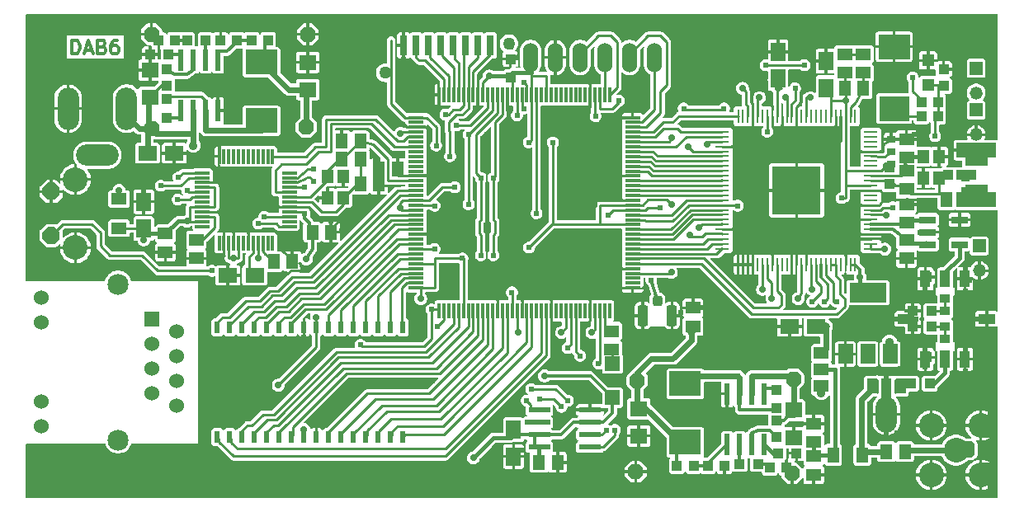
<source format=gbr>
%TF.GenerationSoftware,KiCad,Pcbnew,9.0.7*%
%TF.CreationDate,2026-01-09T15:07:01-08:00*%
%TF.ProjectId,W5500_LX9_AD9957_sramv2_gps,57353530-305f-44c5-9839-5f4144393935,rev?*%
%TF.SameCoordinates,Original*%
%TF.FileFunction,Copper,L1,Top*%
%TF.FilePolarity,Positive*%
%FSLAX46Y46*%
G04 Gerber Fmt 4.6, Leading zero omitted, Abs format (unit mm)*
G04 Created by KiCad (PCBNEW 9.0.7) date 2026-01-09 15:07:01*
%MOMM*%
%LPD*%
G01*
G04 APERTURE LIST*
G04 Aperture macros list*
%AMRoundRect*
0 Rectangle with rounded corners*
0 $1 Rounding radius*
0 $2 $3 $4 $5 $6 $7 $8 $9 X,Y pos of 4 corners*
0 Add a 4 corners polygon primitive as box body*
4,1,4,$2,$3,$4,$5,$6,$7,$8,$9,$2,$3,0*
0 Add four circle primitives for the rounded corners*
1,1,$1+$1,$2,$3*
1,1,$1+$1,$4,$5*
1,1,$1+$1,$6,$7*
1,1,$1+$1,$8,$9*
0 Add four rect primitives between the rounded corners*
20,1,$1+$1,$2,$3,$4,$5,0*
20,1,$1+$1,$4,$5,$6,$7,0*
20,1,$1+$1,$6,$7,$8,$9,0*
20,1,$1+$1,$8,$9,$2,$3,0*%
%AMOutline5P*
0 Free polygon, 5 corners , with rotation*
0 The origin of the aperture is its center*
0 number of corners: always 5*
0 $1 to $10 corner X, Y*
0 $11 Rotation angle, in degrees counterclockwise*
0 create outline with 5 corners*
4,1,5,$1,$2,$3,$4,$5,$6,$7,$8,$9,$10,$1,$2,$11*%
%AMOutline6P*
0 Free polygon, 6 corners , with rotation*
0 The origin of the aperture is its center*
0 number of corners: always 6*
0 $1 to $12 corner X, Y*
0 $13 Rotation angle, in degrees counterclockwise*
0 create outline with 6 corners*
4,1,6,$1,$2,$3,$4,$5,$6,$7,$8,$9,$10,$11,$12,$1,$2,$13*%
%AMOutline7P*
0 Free polygon, 7 corners , with rotation*
0 The origin of the aperture is its center*
0 number of corners: always 7*
0 $1 to $14 corner X, Y*
0 $15 Rotation angle, in degrees counterclockwise*
0 create outline with 7 corners*
4,1,7,$1,$2,$3,$4,$5,$6,$7,$8,$9,$10,$11,$12,$13,$14,$1,$2,$15*%
%AMOutline8P*
0 Free polygon, 8 corners , with rotation*
0 The origin of the aperture is its center*
0 number of corners: always 8*
0 $1 to $16 corner X, Y*
0 $17 Rotation angle, in degrees counterclockwise*
0 create outline with 8 corners*
4,1,8,$1,$2,$3,$4,$5,$6,$7,$8,$9,$10,$11,$12,$13,$14,$15,$16,$1,$2,$17*%
G04 Aperture macros list end*
%ADD10C,0.355600*%
%TA.AperFunction,NonConductor*%
%ADD11C,0.355600*%
%TD*%
%TA.AperFunction,EtchedComponent*%
%ADD12C,0.000000*%
%TD*%
%TA.AperFunction,SMDPad,CuDef*%
%ADD13R,0.300000X1.500000*%
%TD*%
%TA.AperFunction,SMDPad,CuDef*%
%ADD14R,1.500000X0.300000*%
%TD*%
%TA.AperFunction,SMDPad,CuDef*%
%ADD15R,0.300000X1.600000*%
%TD*%
%TA.AperFunction,SMDPad,CuDef*%
%ADD16R,1.600000X0.300000*%
%TD*%
%TA.AperFunction,SMDPad,CuDef*%
%ADD17R,5.003800X5.003800*%
%TD*%
%TA.AperFunction,SMDPad,CuDef*%
%ADD18R,1.473200X0.279400*%
%TD*%
%TA.AperFunction,SMDPad,CuDef*%
%ADD19R,0.279400X1.473200*%
%TD*%
%TA.AperFunction,ComponentPad*%
%ADD20O,1.524000X3.048000*%
%TD*%
%TA.AperFunction,SMDPad,CuDef*%
%ADD21R,1.600000X1.300000*%
%TD*%
%TA.AperFunction,ComponentPad*%
%ADD22C,2.540000*%
%TD*%
%TA.AperFunction,SMDPad,CuDef*%
%ADD23R,2.200000X0.600000*%
%TD*%
%TA.AperFunction,SMDPad,CuDef*%
%ADD24R,1.500000X1.300000*%
%TD*%
%TA.AperFunction,SMDPad,CuDef*%
%ADD25R,1.300000X1.500000*%
%TD*%
%TA.AperFunction,SMDPad,CuDef*%
%ADD26R,1.200000X1.400000*%
%TD*%
%TA.AperFunction,SMDPad,CuDef*%
%ADD27R,1.950000X1.500000*%
%TD*%
%TA.AperFunction,SMDPad,CuDef*%
%ADD28R,1.500000X1.950000*%
%TD*%
%TA.AperFunction,SMDPad,CuDef*%
%ADD29R,1.016000X1.778000*%
%TD*%
%TA.AperFunction,SMDPad,CuDef*%
%ADD30R,1.778000X1.016000*%
%TD*%
%TA.AperFunction,SMDPad,CuDef*%
%ADD31RoundRect,1.100000X0.000010X0.750000X-0.000010X0.750000X-0.000010X-0.750000X0.000010X-0.750000X0*%
%TD*%
%TA.AperFunction,SMDPad,CuDef*%
%ADD32R,1.000000X2.000000*%
%TD*%
%TA.AperFunction,SMDPad,CuDef*%
%ADD33R,1.000000X1.500000*%
%TD*%
%TA.AperFunction,SMDPad,CuDef*%
%ADD34R,1.500000X1.500000*%
%TD*%
%TA.AperFunction,SMDPad,CuDef*%
%ADD35R,0.760000X2.050000*%
%TD*%
%TA.AperFunction,ComponentPad*%
%ADD36O,2.184400X4.368800*%
%TD*%
%TA.AperFunction,ComponentPad*%
%ADD37O,4.368800X2.184400*%
%TD*%
%TA.AperFunction,ComponentPad*%
%ADD38Outline8P,-0.889000X0.368236X-0.368236X0.889000X0.368236X0.889000X0.889000X0.368236X0.889000X-0.368236X0.368236X-0.889000X-0.368236X-0.889000X-0.889000X-0.368236X270.000000*%
%TD*%
%TA.AperFunction,ComponentPad*%
%ADD39C,1.524000*%
%TD*%
%TA.AperFunction,ComponentPad*%
%ADD40R,1.524000X1.524000*%
%TD*%
%TA.AperFunction,ComponentPad*%
%ADD41C,2.159000*%
%TD*%
%TA.AperFunction,SMDPad,CuDef*%
%ADD42R,1.200000X1.600000*%
%TD*%
%TA.AperFunction,SMDPad,CuDef*%
%ADD43R,1.600000X1.200000*%
%TD*%
%TA.AperFunction,SMDPad,CuDef*%
%ADD44R,1.651000X0.762000*%
%TD*%
%TA.AperFunction,SMDPad,CuDef*%
%ADD45R,1.100000X1.000000*%
%TD*%
%TA.AperFunction,SMDPad,CuDef*%
%ADD46RoundRect,0.635000X-0.000010X-0.000010X0.000010X-0.000010X0.000010X0.000010X-0.000010X0.000010X0*%
%TD*%
%TA.AperFunction,SMDPad,CuDef*%
%ADD47R,1.000000X0.950000*%
%TD*%
%TA.AperFunction,SMDPad,CuDef*%
%ADD48R,1.016000X1.016000*%
%TD*%
%TA.AperFunction,SMDPad,CuDef*%
%ADD49R,0.600000X2.200000*%
%TD*%
%TA.AperFunction,SMDPad,CuDef*%
%ADD50R,1.000000X1.100000*%
%TD*%
%TA.AperFunction,SMDPad,CuDef*%
%ADD51R,1.800000X1.600000*%
%TD*%
%TA.AperFunction,SMDPad,CuDef*%
%ADD52R,3.250000X2.500000*%
%TD*%
%TA.AperFunction,ComponentPad*%
%ADD53Outline8P,-0.800100X0.331412X-0.331412X0.800100X0.331412X0.800100X0.800100X0.331412X0.800100X-0.331412X0.331412X-0.800100X-0.331412X-0.800100X-0.800100X-0.331412X0.000000*%
%TD*%
%TA.AperFunction,SMDPad,CuDef*%
%ADD54R,3.800000X2.000000*%
%TD*%
%TA.AperFunction,SMDPad,CuDef*%
%ADD55R,1.500000X2.000000*%
%TD*%
%TA.AperFunction,SMDPad,CuDef*%
%ADD56R,0.900000X0.700000*%
%TD*%
%TA.AperFunction,SMDPad,CuDef*%
%ADD57R,2.032000X1.016000*%
%TD*%
%TA.AperFunction,SMDPad,CuDef*%
%ADD58R,4.064000X1.524000*%
%TD*%
%TA.AperFunction,ComponentPad*%
%ADD59C,1.320800*%
%TD*%
%TA.AperFunction,ComponentPad*%
%ADD60R,1.320800X1.320800*%
%TD*%
%TA.AperFunction,SMDPad,CuDef*%
%ADD61R,3.175000X2.540000*%
%TD*%
%TA.AperFunction,SMDPad,CuDef*%
%ADD62R,3.048000X2.540000*%
%TD*%
%TA.AperFunction,SMDPad,CuDef*%
%ADD63R,1.270000X1.270000*%
%TD*%
%TA.AperFunction,SMDPad,CuDef*%
%ADD64RoundRect,0.250000X0.250000X-0.275000X0.250000X0.275000X-0.250000X0.275000X-0.250000X-0.275000X0*%
%TD*%
%TA.AperFunction,SMDPad,CuDef*%
%ADD65RoundRect,0.262500X-0.262500X0.837500X-0.262500X-0.837500X0.262500X-0.837500X0.262500X0.837500X0*%
%TD*%
%TA.AperFunction,SMDPad,CuDef*%
%ADD66R,0.600000X1.200000*%
%TD*%
%TA.AperFunction,ViaPad*%
%ADD67C,0.604800*%
%TD*%
%TA.AperFunction,ViaPad*%
%ADD68C,0.904800*%
%TD*%
%TA.AperFunction,ViaPad*%
%ADD69C,0.704800*%
%TD*%
%TA.AperFunction,ViaPad*%
%ADD70C,0.804800*%
%TD*%
%TA.AperFunction,ViaPad*%
%ADD71C,3.000000*%
%TD*%
%TA.AperFunction,Conductor*%
%ADD72C,0.254000*%
%TD*%
%TA.AperFunction,Conductor*%
%ADD73C,0.304800*%
%TD*%
%TA.AperFunction,Conductor*%
%ADD74C,0.609600*%
%TD*%
%TA.AperFunction,Conductor*%
%ADD75C,0.406400*%
%TD*%
%TA.AperFunction,Conductor*%
%ADD76C,0.812800*%
%TD*%
%TA.AperFunction,Conductor*%
%ADD77C,0.200000*%
%TD*%
G04 APERTURE END LIST*
D10*
D11*
X103359963Y-84249783D02*
X103359963Y-82827383D01*
X103359963Y-82827383D02*
X103698630Y-82827383D01*
X103698630Y-82827383D02*
X103901830Y-82895116D01*
X103901830Y-82895116D02*
X104037297Y-83030583D01*
X104037297Y-83030583D02*
X104105030Y-83166050D01*
X104105030Y-83166050D02*
X104172763Y-83436983D01*
X104172763Y-83436983D02*
X104172763Y-83640183D01*
X104172763Y-83640183D02*
X104105030Y-83911116D01*
X104105030Y-83911116D02*
X104037297Y-84046583D01*
X104037297Y-84046583D02*
X103901830Y-84182050D01*
X103901830Y-84182050D02*
X103698630Y-84249783D01*
X103698630Y-84249783D02*
X103359963Y-84249783D01*
X104714630Y-83843383D02*
X105391963Y-83843383D01*
X104579163Y-84249783D02*
X105053297Y-82827383D01*
X105053297Y-82827383D02*
X105527430Y-84249783D01*
X106475697Y-83504716D02*
X106678897Y-83572450D01*
X106678897Y-83572450D02*
X106746630Y-83640183D01*
X106746630Y-83640183D02*
X106814363Y-83775650D01*
X106814363Y-83775650D02*
X106814363Y-83978850D01*
X106814363Y-83978850D02*
X106746630Y-84114316D01*
X106746630Y-84114316D02*
X106678897Y-84182050D01*
X106678897Y-84182050D02*
X106543430Y-84249783D01*
X106543430Y-84249783D02*
X106001563Y-84249783D01*
X106001563Y-84249783D02*
X106001563Y-82827383D01*
X106001563Y-82827383D02*
X106475697Y-82827383D01*
X106475697Y-82827383D02*
X106611163Y-82895116D01*
X106611163Y-82895116D02*
X106678897Y-82962850D01*
X106678897Y-82962850D02*
X106746630Y-83098316D01*
X106746630Y-83098316D02*
X106746630Y-83233783D01*
X106746630Y-83233783D02*
X106678897Y-83369250D01*
X106678897Y-83369250D02*
X106611163Y-83436983D01*
X106611163Y-83436983D02*
X106475697Y-83504716D01*
X106475697Y-83504716D02*
X106001563Y-83504716D01*
X108033563Y-82827383D02*
X107762630Y-82827383D01*
X107762630Y-82827383D02*
X107627163Y-82895116D01*
X107627163Y-82895116D02*
X107559430Y-82962850D01*
X107559430Y-82962850D02*
X107423963Y-83166050D01*
X107423963Y-83166050D02*
X107356230Y-83436983D01*
X107356230Y-83436983D02*
X107356230Y-83978850D01*
X107356230Y-83978850D02*
X107423963Y-84114316D01*
X107423963Y-84114316D02*
X107491697Y-84182050D01*
X107491697Y-84182050D02*
X107627163Y-84249783D01*
X107627163Y-84249783D02*
X107898097Y-84249783D01*
X107898097Y-84249783D02*
X108033563Y-84182050D01*
X108033563Y-84182050D02*
X108101297Y-84114316D01*
X108101297Y-84114316D02*
X108169030Y-83978850D01*
X108169030Y-83978850D02*
X108169030Y-83640183D01*
X108169030Y-83640183D02*
X108101297Y-83504716D01*
X108101297Y-83504716D02*
X108033563Y-83436983D01*
X108033563Y-83436983D02*
X107898097Y-83369250D01*
X107898097Y-83369250D02*
X107627163Y-83369250D01*
X107627163Y-83369250D02*
X107491697Y-83436983D01*
X107491697Y-83436983D02*
X107423963Y-83504716D01*
X107423963Y-83504716D02*
X107356230Y-83640183D01*
D12*
%TA.AperFunction,EtchedComponent*%
%TO.C,X3*%
G36*
X197281700Y-95702500D02*
G01*
X194995700Y-95702500D01*
X194995700Y-93389500D01*
X197281700Y-93389500D01*
X197281700Y-95702500D01*
G37*
%TD.AperFunction*%
%TA.AperFunction,EtchedComponent*%
G36*
X197281700Y-99942700D02*
G01*
X194995700Y-99942700D01*
X194995700Y-97629700D01*
X197281700Y-97629700D01*
X197281700Y-99942700D01*
G37*
%TD.AperFunction*%
%TD*%
D13*
%TO.P,U1,48*%
%TO.N,GND*%
X118452350Y-94756100D03*
%TO.P,U1,47*%
%TO.N,N/C*%
X118952350Y-94756100D03*
%TO.P,U1,46*%
X119452350Y-94756100D03*
%TO.P,U1,45*%
X119952350Y-94756100D03*
%TO.P,U1,44*%
X120452350Y-94756100D03*
%TO.P,U1,43*%
X120952350Y-94756100D03*
%TO.P,U1,42*%
X121452350Y-94756100D03*
%TO.P,U1,41*%
X121952350Y-94756100D03*
%TO.P,U1,40*%
X122452350Y-94756100D03*
%TO.P,U1,39*%
X122952350Y-94756100D03*
%TO.P,U1,38*%
X123452350Y-94756100D03*
%TO.P,U1,37*%
%TO.N,ETH_RST_N*%
X123952350Y-94756100D03*
D14*
%TO.P,U1,36*%
%TO.N,N/C*%
X125652350Y-96456100D03*
%TO.P,U1,35*%
%TO.N,SPI_MOSI*%
X125652350Y-96956100D03*
%TO.P,U1,34*%
%TO.N,SPI_MISO*%
X125652350Y-97456100D03*
%TO.P,U1,33*%
%TO.N,SPI_SCK*%
X125652350Y-97956100D03*
%TO.P,U1,32*%
%TO.N,SPI_ETH_CSN*%
X125652350Y-98456100D03*
%TO.P,U1,31*%
%TO.N,ETH_XO*%
X125652350Y-98956100D03*
%TO.P,U1,30*%
%TO.N,N$83*%
X125652350Y-99456100D03*
%TO.P,U1,29*%
%TO.N,GND*%
X125652350Y-99956100D03*
%TO.P,U1,28*%
%TO.N,+3V3*%
X125652350Y-100456100D03*
%TO.P,U1,27*%
%TO.N,N$80*%
X125652350Y-100956100D03*
%TO.P,U1,26*%
%TO.N,N/C*%
X125652350Y-101456100D03*
%TO.P,U1,25*%
%TO.N,N$79*%
X125652350Y-101956100D03*
D13*
%TO.P,U1,24*%
%TO.N,N/C*%
X123952350Y-103656100D03*
%TO.P,U1,23*%
X123452350Y-103656100D03*
%TO.P,U1,22*%
%TO.N,N$72*%
X122952350Y-103656100D03*
%TO.P,U1,21*%
%TO.N,AVDD_ETH*%
X122452350Y-103656100D03*
%TO.P,U1,20*%
%TO.N,N$76*%
X121952350Y-103656100D03*
%TO.P,U1,19*%
%TO.N,GND*%
X121452350Y-103656100D03*
%TO.P,U1,18*%
%TO.N,N/C*%
X120952350Y-103656100D03*
%TO.P,U1,17*%
%TO.N,AVDD_ETH*%
X120452350Y-103656100D03*
%TO.P,U1,16*%
%TO.N,GND*%
X119952350Y-103656100D03*
%TO.P,U1,15*%
%TO.N,AVDD_ETH*%
X119452350Y-103656100D03*
%TO.P,U1,14*%
%TO.N,GND*%
X118952350Y-103656100D03*
%TO.P,U1,13*%
%TO.N,N/C*%
X118452350Y-103656100D03*
D14*
%TO.P,U1,12*%
X116752350Y-101956100D03*
%TO.P,U1,11*%
%TO.N,AVDD_ETH*%
X116752350Y-101456100D03*
%TO.P,U1,10*%
%TO.N,N$78*%
X116752350Y-100956100D03*
%TO.P,U1,9*%
%TO.N,GND*%
X116752350Y-100456100D03*
%TO.P,U1,8*%
%TO.N,AVDD_ETH*%
X116752350Y-99956100D03*
%TO.P,U1,7*%
%TO.N,N/C*%
X116752350Y-99456100D03*
%TO.P,U1,6*%
%TO.N,N$67*%
X116752350Y-98956100D03*
%TO.P,U1,5*%
%TO.N,N$68*%
X116752350Y-98456100D03*
%TO.P,U1,4*%
%TO.N,AVDD_ETH*%
X116752350Y-97956100D03*
%TO.P,U1,3*%
%TO.N,GND*%
X116752350Y-97456100D03*
%TO.P,U1,2*%
%TO.N,N$65*%
X116752350Y-96956100D03*
%TO.P,U1,1*%
%TO.N,N$64*%
X116752350Y-96456100D03*
%TD*%
D15*
%TO.P,U2,P144*%
%TO.N,GND*%
X141027350Y-88423600D03*
%TO.P,U2,P143*%
%TO.N,SPIRAM_PIN*%
X141527350Y-88423600D03*
%TO.P,U2,P142*%
%TO.N,SPIRAM_PINX*%
X142027350Y-88423600D03*
%TO.P,U2,P141*%
%TO.N,N$96*%
X142527350Y-88423600D03*
%TO.P,U2,P140*%
%TO.N,N$97*%
X143027350Y-88423600D03*
%TO.P,U2,P139*%
%TO.N,1_PPS*%
X143527350Y-88423600D03*
%TO.P,U2,P138*%
%TO.N,NMEA_IN*%
X144027350Y-88423600D03*
%TO.P,U2,P137*%
%TO.N,N$100*%
X144527350Y-88423600D03*
%TO.P,U2,P136*%
%TO.N,GND*%
X145027350Y-88423600D03*
%TO.P,U2,P135*%
%TO.N,+3V3*%
X145527350Y-88423600D03*
%TO.P,U2,P134*%
%TO.N,SRAM_CSN0*%
X146027350Y-88423600D03*
%TO.P,U2,P133*%
%TO.N,SRAM_MISO*%
X146527350Y-88423600D03*
%TO.P,U2,P132*%
%TO.N,SRAM_SCK*%
X147027350Y-88423600D03*
%TO.P,U2,P131*%
%TO.N,SRAM_MOSI*%
X147527350Y-88423600D03*
%TO.P,U2,P130*%
%TO.N,GND*%
X148027350Y-88423600D03*
%TO.P,U2,P129*%
%TO.N,+3V3*%
X148527350Y-88423600D03*
%TO.P,U2,P128*%
%TO.N,VCCINT*%
X149027350Y-88423600D03*
%TO.P,U2,P127*%
%TO.N,N$74*%
X149527350Y-88423600D03*
%TO.P,U2,P126*%
%TO.N,N$93*%
X150027350Y-88423600D03*
%TO.P,U2,P125*%
%TO.N,+3V3*%
X150527350Y-88423600D03*
%TO.P,U2,P124*%
%TO.N,SRAM_CSN1*%
X151027350Y-88423600D03*
%TO.P,U2,P123*%
%TO.N,N/C*%
X151527350Y-88423600D03*
%TO.P,U2,P122*%
%TO.N,+3V3*%
X152027350Y-88423600D03*
%TO.P,U2,P121*%
%TO.N,N/C*%
X152527350Y-88423600D03*
%TO.P,U2,P120*%
X153027350Y-88423600D03*
%TO.P,U2,P119*%
X153527350Y-88423600D03*
%TO.P,U2,P118*%
X154027350Y-88423600D03*
%TO.P,U2,P117*%
X154527350Y-88423600D03*
%TO.P,U2,P116*%
X155027350Y-88423600D03*
%TO.P,U2,P115*%
X155527350Y-88423600D03*
%TO.P,U2,P114*%
X156027350Y-88423600D03*
%TO.P,U2,P113*%
%TO.N,GND*%
X156527350Y-88423600D03*
%TO.P,U2,P112*%
%TO.N,VCTCXO_PWM*%
X157027350Y-88423600D03*
%TO.P,U2,P111*%
%TO.N,DAC_RST*%
X157527350Y-88423600D03*
%TO.P,U2,P110*%
%TO.N,N$3*%
X158027350Y-88423600D03*
%TO.P,U2,P109*%
%TO.N,N$4*%
X158527350Y-88423600D03*
D16*
%TO.P,U2,P108*%
%TO.N,GND*%
X160877350Y-90773600D03*
%TO.P,U2,P107*%
%TO.N,N$1*%
X160877350Y-91273600D03*
%TO.P,U2,P106*%
%TO.N,N$2*%
X160877350Y-91773600D03*
%TO.P,U2,P105*%
%TO.N,N$7*%
X160877350Y-92273600D03*
%TO.P,U2,P104*%
%TO.N,N$25*%
X160877350Y-92773600D03*
%TO.P,U2,P103*%
%TO.N,+3V3*%
X160877350Y-93273600D03*
%TO.P,U2,P102*%
%TO.N,N$24*%
X160877350Y-93773600D03*
%TO.P,U2,P101*%
%TO.N,N$23*%
X160877350Y-94273600D03*
%TO.P,U2,P100*%
%TO.N,N$22*%
X160877350Y-94773600D03*
%TO.P,U2,P99*%
%TO.N,N$21*%
X160877350Y-95273600D03*
%TO.P,U2,P98*%
%TO.N,N$19*%
X160877350Y-95773600D03*
%TO.P,U2,P97*%
%TO.N,N$20*%
X160877350Y-96273600D03*
%TO.P,U2,P96*%
%TO.N,GND*%
X160877350Y-96773600D03*
%TO.P,U2,P95*%
%TO.N,N$18*%
X160877350Y-97273600D03*
%TO.P,U2,P94*%
%TO.N,N$17*%
X160877350Y-97773600D03*
%TO.P,U2,P93*%
%TO.N,N$16*%
X160877350Y-98273600D03*
%TO.P,U2,P92*%
%TO.N,N$15*%
X160877350Y-98773600D03*
%TO.P,U2,P91*%
%TO.N,GND*%
X160877350Y-99273600D03*
%TO.P,U2,P90*%
%TO.N,+3V3*%
X160877350Y-99773600D03*
%TO.P,U2,P89*%
%TO.N,VCCINT*%
X160877350Y-100273600D03*
%TO.P,U2,P88*%
%TO.N,N$9*%
X160877350Y-100773600D03*
%TO.P,U2,P87*%
%TO.N,N$10*%
X160877350Y-101273600D03*
%TO.P,U2,P86*%
%TO.N,+3V3*%
X160877350Y-101773600D03*
%TO.P,U2,P85*%
%TO.N,N$11*%
X160877350Y-102273600D03*
%TO.P,U2,P84*%
%TO.N,N$12*%
X160877350Y-102773600D03*
%TO.P,U2,P83*%
%TO.N,N$13*%
X160877350Y-103273600D03*
%TO.P,U2,P82*%
%TO.N,N$14*%
X160877350Y-103773600D03*
%TO.P,U2,P81*%
%TO.N,N$28*%
X160877350Y-104273600D03*
%TO.P,U2,P80*%
%TO.N,N$35*%
X160877350Y-104773600D03*
%TO.P,U2,P79*%
%TO.N,N$26*%
X160877350Y-105273600D03*
%TO.P,U2,P78*%
%TO.N,N$27*%
X160877350Y-105773600D03*
%TO.P,U2,P77*%
%TO.N,GND*%
X160877350Y-106273600D03*
%TO.P,U2,P76*%
%TO.N,+3V3*%
X160877350Y-106773600D03*
%TO.P,U2,P75*%
%TO.N,N/C*%
X160877350Y-107273600D03*
%TO.P,U2,P74*%
X160877350Y-107773600D03*
%TO.P,U2,P73*%
%TO.N,GND*%
X160877350Y-108273600D03*
D15*
%TO.P,U2,P72*%
%TO.N,N/C*%
X158527350Y-110623600D03*
%TO.P,U2,P71*%
%TO.N,N$6*%
X158027350Y-110623600D03*
%TO.P,U2,P70*%
%TO.N,SPI_SCK*%
X157527350Y-110623600D03*
%TO.P,U2,P69*%
%TO.N,+3V3*%
X157027350Y-110623600D03*
%TO.P,U2,P68*%
%TO.N,GND*%
X156527350Y-110623600D03*
%TO.P,U2,P67*%
%TO.N,N/C*%
X156027350Y-110623600D03*
%TO.P,U2,P66*%
X155527350Y-110623600D03*
%TO.P,U2,P65*%
%TO.N,SPI_MISO*%
X155027350Y-110623600D03*
%TO.P,U2,P64*%
%TO.N,SPI_MOSI*%
X154527350Y-110623600D03*
%TO.P,U2,P63*%
%TO.N,+3V3*%
X154027350Y-110623600D03*
%TO.P,U2,P62*%
%TO.N,N/C*%
X153527350Y-110623600D03*
%TO.P,U2,P61*%
X153027350Y-110623600D03*
%TO.P,U2,P60*%
%TO.N,GND*%
X152527350Y-110623600D03*
%TO.P,U2,P59*%
%TO.N,N$50*%
X152027350Y-110623600D03*
%TO.P,U2,P58*%
%TO.N,N$49*%
X151527350Y-110623600D03*
%TO.P,U2,P57*%
%TO.N,N/C*%
X151027350Y-110623600D03*
%TO.P,U2,P56*%
%TO.N,N$36*%
X150527350Y-110623600D03*
%TO.P,U2,P55*%
%TO.N,N$37*%
X150027350Y-110623600D03*
%TO.P,U2,P54*%
%TO.N,GND*%
X149527350Y-110623600D03*
%TO.P,U2,P53*%
%TO.N,+3V3*%
X149027350Y-110623600D03*
%TO.P,U2,P52*%
%TO.N,VCCINT*%
X148527350Y-110623600D03*
%TO.P,U2,P51*%
%TO.N,N$38*%
X148027350Y-110623600D03*
%TO.P,U2,P50*%
%TO.N,N$39*%
X147527350Y-110623600D03*
%TO.P,U2,P49*%
%TO.N,GND*%
X147027350Y-110623600D03*
%TO.P,U2,P48*%
%TO.N,N$40*%
X146527350Y-110623600D03*
%TO.P,U2,P47*%
%TO.N,N$41*%
X146027350Y-110623600D03*
%TO.P,U2,P46*%
%TO.N,N$42*%
X145527350Y-110623600D03*
%TO.P,U2,P45*%
%TO.N,N$44*%
X145027350Y-110623600D03*
%TO.P,U2,P44*%
%TO.N,N$45*%
X144527350Y-110623600D03*
%TO.P,U2,P43*%
%TO.N,N$46*%
X144027350Y-110623600D03*
%TO.P,U2,P42*%
%TO.N,+3V3*%
X143527350Y-110623600D03*
%TO.P,U2,P41*%
%TO.N,N$47*%
X143027350Y-110623600D03*
%TO.P,U2,P40*%
%TO.N,N$48*%
X142527350Y-110623600D03*
%TO.P,U2,P39*%
%TO.N,N/C*%
X142027350Y-110623600D03*
%TO.P,U2,P38*%
%TO.N,SPI_CS*%
X141527350Y-110623600D03*
%TO.P,U2,P37*%
%TO.N,N$8*%
X141027350Y-110623600D03*
D16*
%TO.P,U2,P36*%
%TO.N,+3V3*%
X138677350Y-108273600D03*
%TO.P,U2,P35*%
%TO.N,N$43*%
X138677350Y-107773600D03*
%TO.P,U2,P34*%
%TO.N,N$51*%
X138677350Y-107273600D03*
%TO.P,U2,P33*%
%TO.N,N$52*%
X138677350Y-106773600D03*
%TO.P,U2,P32*%
%TO.N,N$53*%
X138677350Y-106273600D03*
%TO.P,U2,P31*%
%TO.N,+3V3*%
X138677350Y-105773600D03*
%TO.P,U2,P30*%
%TO.N,N$63*%
X138677350Y-105273600D03*
%TO.P,U2,P29*%
%TO.N,N$61*%
X138677350Y-104773600D03*
%TO.P,U2,P28*%
%TO.N,VCCINT*%
X138677350Y-104273600D03*
%TO.P,U2,P27*%
%TO.N,N$60*%
X138677350Y-103773600D03*
%TO.P,U2,P26*%
%TO.N,N$59*%
X138677350Y-103273600D03*
%TO.P,U2,P25*%
%TO.N,GND*%
X138677350Y-102773600D03*
%TO.P,U2,P24*%
%TO.N,N$58*%
X138677350Y-102273600D03*
%TO.P,U2,P23*%
%TO.N,N$55*%
X138677350Y-101773600D03*
%TO.P,U2,P22*%
%TO.N,N$54*%
X138677350Y-101273600D03*
%TO.P,U2,P21*%
%TO.N,N$56*%
X138677350Y-100773600D03*
%TO.P,U2,P20*%
%TO.N,+3V3*%
X138677350Y-100273600D03*
%TO.P,U2,P19*%
%TO.N,VCCINT*%
X138677350Y-99773600D03*
%TO.P,U2,P18*%
%TO.N,+3V3*%
X138677350Y-99273600D03*
%TO.P,U2,P17*%
%TO.N,N$57*%
X138677350Y-98773600D03*
%TO.P,U2,P16*%
%TO.N,N$62*%
X138677350Y-98273600D03*
%TO.P,U2,P15*%
%TO.N,N/C*%
X138677350Y-97773600D03*
%TO.P,U2,P14*%
%TO.N,ETH_XO*%
X138677350Y-97273600D03*
%TO.P,U2,P13*%
%TO.N,GND*%
X138677350Y-96773600D03*
%TO.P,U2,P12*%
%TO.N,N/C*%
X138677350Y-96273600D03*
%TO.P,U2,P11*%
X138677350Y-95773600D03*
%TO.P,U2,P10*%
X138677350Y-95273600D03*
%TO.P,U2,P9*%
X138677350Y-94773600D03*
%TO.P,U2,P8*%
X138677350Y-94273600D03*
%TO.P,U2,P7*%
%TO.N,SPI_ETH_CSN*%
X138677350Y-93773600D03*
%TO.P,U2,P6*%
%TO.N,N/C*%
X138677350Y-93273600D03*
%TO.P,U2,P5*%
%TO.N,ETH_RST_N*%
X138677350Y-92773600D03*
%TO.P,U2,P4*%
%TO.N,+3V3*%
X138677350Y-92273600D03*
%TO.P,U2,P3*%
%TO.N,GND*%
X138677350Y-91773600D03*
%TO.P,U2,P2*%
%TO.N,N/C*%
X138677350Y-91273600D03*
%TO.P,U2,P1*%
%TO.N,NMEA_OUT*%
X138677350Y-90773600D03*
%TD*%
D17*
%TO.P,U3,101*%
%TO.N,GND*%
X177717350Y-98253600D03*
D18*
%TO.P,U3,100*%
%TO.N,N/C*%
X185337350Y-92259200D03*
%TO.P,U3,99*%
X185337350Y-92741800D03*
%TO.P,U3,98*%
X185337350Y-93249800D03*
%TO.P,U3,97*%
X185337350Y-93757800D03*
%TO.P,U3,96*%
%TO.N,GND*%
X185337350Y-94265800D03*
%TO.P,U3,95*%
%TO.N,N$110*%
X185337350Y-94748400D03*
%TO.P,U3,94*%
%TO.N,N/C*%
X185337350Y-95256400D03*
%TO.P,U3,93*%
X185337350Y-95764400D03*
%TO.P,U3,92*%
%TO.N,AVDD_CLK*%
X185337350Y-96247000D03*
%TO.P,U3,91*%
%TO.N,XTALO*%
X185337350Y-96755000D03*
%TO.P,U3,90*%
%TO.N,XTALI*%
X185337350Y-97263000D03*
%TO.P,U3,89*%
%TO.N,AVDD_CLK*%
X185337350Y-97745600D03*
%TO.P,U3,88*%
%TO.N,GND*%
X185337350Y-98253600D03*
%TO.P,U3,87*%
%TO.N,N/C*%
X185337350Y-98761600D03*
%TO.P,U3,86*%
X185337350Y-99244200D03*
%TO.P,U3,85*%
%TO.N,GND*%
X185337350Y-99752200D03*
%TO.P,U3,84*%
%TO.N,N$31*%
X185337350Y-100260200D03*
%TO.P,U3,83*%
%TO.N,AVDD_28MA*%
X185337350Y-100742800D03*
%TO.P,U3,82*%
%TO.N,GND*%
X185337350Y-101250800D03*
%TO.P,U3,81*%
%TO.N,N$33*%
X185337350Y-101758800D03*
%TO.P,U3,80*%
%TO.N,N$32*%
X185337350Y-102241400D03*
%TO.P,U3,79*%
%TO.N,GND*%
X185337350Y-102749400D03*
%TO.P,U3,78*%
X185337350Y-103257400D03*
%TO.P,U3,77*%
%TO.N,AVDD_28MA*%
X185337350Y-103765400D03*
%TO.P,U3,76*%
X185337350Y-104248000D03*
D19*
%TO.P,U3,75*%
X183711750Y-105873600D03*
%TO.P,U3,74*%
X183229150Y-105873600D03*
%TO.P,U3,73*%
%TO.N,GND*%
X182721150Y-105873600D03*
%TO.P,U3,72*%
%TO.N,N/C*%
X182213150Y-105873600D03*
%TO.P,U3,71*%
%TO.N,N$27*%
X181705150Y-105873600D03*
%TO.P,U3,70*%
X181222550Y-105873600D03*
%TO.P,U3,69*%
%TO.N,SPI_SCK*%
X180714550Y-105873600D03*
%TO.P,U3,68*%
%TO.N,SPI_MISO*%
X180206550Y-105873600D03*
%TO.P,U3,67*%
%TO.N,SPI_MOSI*%
X179723950Y-105873600D03*
%TO.P,U3,66*%
%TO.N,+3V3*%
X179215950Y-105873600D03*
%TO.P,U3,65*%
%TO.N,GND*%
X178707950Y-105873600D03*
%TO.P,U3,64*%
%TO.N,DVDD_600MA*%
X178225350Y-105873600D03*
%TO.P,U3,63*%
%TO.N,GND*%
X177717350Y-105873600D03*
%TO.P,U3,62*%
X177209350Y-105873600D03*
%TO.P,U3,61*%
%TO.N,N/C*%
X176726750Y-105873600D03*
%TO.P,U3,60*%
X176218750Y-105873600D03*
%TO.P,U3,59*%
%TO.N,N$26*%
X175710750Y-105873600D03*
%TO.P,U3,58*%
%TO.N,GND*%
X175228150Y-105873600D03*
%TO.P,U3,57*%
%TO.N,DVDD_600MA*%
X174720150Y-105873600D03*
%TO.P,U3,56*%
%TO.N,+3V3*%
X174212150Y-105873600D03*
%TO.P,U3,55*%
%TO.N,N/C*%
X173729550Y-105873600D03*
%TO.P,U3,54*%
%TO.N,GND*%
X173221550Y-105873600D03*
%TO.P,U3,53*%
X172713550Y-105873600D03*
%TO.P,U3,52*%
X172205550Y-105873600D03*
%TO.P,U3,51*%
X171722950Y-105873600D03*
D18*
%TO.P,U3,50*%
%TO.N,N$35*%
X170097350Y-104248000D03*
%TO.P,U3,49*%
%TO.N,N$28*%
X170097350Y-103765400D03*
%TO.P,U3,48*%
%TO.N,N$14*%
X170097350Y-103257400D03*
%TO.P,U3,47*%
%TO.N,DVDD_600MA*%
X170097350Y-102749400D03*
%TO.P,U3,46*%
%TO.N,GND*%
X170097350Y-102241400D03*
%TO.P,U3,45*%
%TO.N,+3V3*%
X170097350Y-101758800D03*
%TO.P,U3,44*%
%TO.N,N$13*%
X170097350Y-101250800D03*
%TO.P,U3,43*%
%TO.N,N$12*%
X170097350Y-100742800D03*
%TO.P,U3,42*%
%TO.N,N$11*%
X170097350Y-100260200D03*
%TO.P,U3,41*%
%TO.N,N$10*%
X170097350Y-99752200D03*
%TO.P,U3,40*%
%TO.N,N$9*%
X170097350Y-99244200D03*
%TO.P,U3,39*%
%TO.N,N$15*%
X170097350Y-98761600D03*
%TO.P,U3,38*%
%TO.N,N$16*%
X170097350Y-98253600D03*
%TO.P,U3,37*%
%TO.N,N$17*%
X170097350Y-97745600D03*
%TO.P,U3,36*%
%TO.N,N$18*%
X170097350Y-97263000D03*
%TO.P,U3,35*%
%TO.N,N$20*%
X170097350Y-96755000D03*
%TO.P,U3,34*%
%TO.N,N$19*%
X170097350Y-96247000D03*
%TO.P,U3,33*%
%TO.N,N$21*%
X170097350Y-95764400D03*
%TO.P,U3,32*%
%TO.N,N$22*%
X170097350Y-95256400D03*
%TO.P,U3,31*%
%TO.N,N$23*%
X170097350Y-94748400D03*
%TO.P,U3,30*%
%TO.N,DVDD_600MA*%
X170097350Y-94265800D03*
%TO.P,U3,29*%
%TO.N,GND*%
X170097350Y-93757800D03*
%TO.P,U3,28*%
%TO.N,+3V3*%
X170097350Y-93249800D03*
%TO.P,U3,27*%
%TO.N,N$24*%
X170097350Y-92741800D03*
%TO.P,U3,26*%
%TO.N,N$25*%
X170097350Y-92259200D03*
D19*
%TO.P,U3,25*%
%TO.N,N$7*%
X171722950Y-90633600D03*
%TO.P,U3,24*%
%TO.N,N/C*%
X172205550Y-90633600D03*
%TO.P,U3,23*%
%TO.N,DVDD_600MA*%
X172713550Y-90633600D03*
%TO.P,U3,22*%
%TO.N,GND*%
X173221550Y-90633600D03*
%TO.P,U3,21*%
%TO.N,+3V3*%
X173729550Y-90633600D03*
%TO.P,U3,20*%
%TO.N,N/C*%
X174212150Y-90633600D03*
%TO.P,U3,19*%
%TO.N,N$30*%
X174720150Y-90633600D03*
%TO.P,U3,18*%
%TO.N,GND*%
X175228150Y-90633600D03*
%TO.P,U3,17*%
%TO.N,DVDD_600MA*%
X175710750Y-90633600D03*
%TO.P,U3,16*%
%TO.N,GND*%
X176218750Y-90633600D03*
%TO.P,U3,15*%
%TO.N,+3V3*%
X176726750Y-90633600D03*
%TO.P,U3,14*%
%TO.N,DAC_RST*%
X177209350Y-90633600D03*
%TO.P,U3,13*%
%TO.N,GND*%
X177717350Y-90633600D03*
%TO.P,U3,12*%
%TO.N,N/C*%
X178225350Y-90633600D03*
%TO.P,U3,11*%
%TO.N,+3V3*%
X178707950Y-90633600D03*
%TO.P,U3,10*%
%TO.N,N/C*%
X179215950Y-90633600D03*
%TO.P,U3,9*%
X179723950Y-90633600D03*
%TO.P,U3,8*%
X180206550Y-90633600D03*
%TO.P,U3,7*%
X180714550Y-90633600D03*
%TO.P,U3,6*%
%TO.N,AVDD_CLK*%
X181222550Y-90633600D03*
%TO.P,U3,5*%
%TO.N,GND*%
X181705150Y-90633600D03*
%TO.P,U3,4*%
X182213150Y-90633600D03*
%TO.P,U3,3*%
%TO.N,AVDD_CLK*%
X182721150Y-90633600D03*
%TO.P,U3,2*%
%TO.N,N$77*%
X183229150Y-90633600D03*
%TO.P,U3,1*%
%TO.N,N/C*%
X183711750Y-90633600D03*
%TD*%
D20*
%TO.P,SV1,6*%
%TO.N,N$1*%
X163112350Y-84601100D03*
%TO.P,SV1,5*%
%TO.N,N$2*%
X160572350Y-84601100D03*
%TO.P,SV1,4*%
%TO.N,N$3*%
X158032350Y-84601100D03*
%TO.P,SV1,3*%
%TO.N,N$4*%
X155492350Y-84601100D03*
%TO.P,SV1,2*%
%TO.N,GND*%
X152952350Y-84601100D03*
%TO.P,SV1,1*%
%TO.N,+3V3*%
X150412350Y-84601100D03*
%TD*%
D21*
%TO.P,R1,2*%
%TO.N,N$6*%
X158701100Y-112702350D03*
%TO.P,R1,1*%
%TO.N,N$5*%
X158701100Y-114602350D03*
%TD*%
D22*
%TO.P,X1,ANTENNA*%
%TO.N,N$88*%
X194068600Y-124923600D03*
%TO.P,X1,GND3*%
%TO.N,GND*%
X191528600Y-122383600D03*
%TO.P,X1,GND4*%
X191528600Y-127463600D03*
%TO.P,X1,GND2*%
X196608600Y-127463600D03*
%TO.P,X1,GND1*%
X196608600Y-122383600D03*
%TD*%
D23*
%TO.P,IC2,5*%
%TO.N,SPI_MOSI*%
X151304850Y-120796100D03*
%TO.P,IC2,6*%
%TO.N,SPI_SCK*%
X151304850Y-122066100D03*
%TO.P,IC2,8*%
%TO.N,+3V3*%
X151304850Y-124606100D03*
%TO.P,IC2,4*%
%TO.N,GND*%
X156504850Y-120796100D03*
%TO.P,IC2,3*%
%TO.N,+3V3*%
X156504850Y-122066100D03*
%TO.P,IC2,1*%
%TO.N,SPI_CS*%
X156504850Y-124606100D03*
%TO.P,IC2,7*%
%TO.N,+3V3*%
X151304850Y-123336100D03*
%TO.P,IC2,2*%
%TO.N,SPI_MISO*%
X156504850Y-123336100D03*
%TD*%
D24*
%TO.P,R9,2*%
%TO.N,N$78*%
X116122350Y-103336100D03*
%TO.P,R9,1*%
%TO.N,GND*%
X116122350Y-105236100D03*
%TD*%
%TO.P,C6,2*%
%TO.N,AVDD_ETH*%
X112947350Y-102701100D03*
%TO.P,C6,1*%
%TO.N,GND*%
X112947350Y-104601100D03*
%TD*%
D25*
%TO.P,C11,2*%
%TO.N,GND*%
X129931100Y-102539850D03*
%TO.P,C11,1*%
%TO.N,+3V3*%
X128031100Y-102539850D03*
%TD*%
%TO.P,C12,2*%
%TO.N,N$72*%
X124062350Y-105556100D03*
%TO.P,C12,1*%
%TO.N,GND*%
X125962350Y-105556100D03*
%TD*%
D26*
%TO.P,Q1,3*%
%TO.N,ETH_XO*%
X129609850Y-96836100D03*
%TO.P,Q1,2*%
%TO.N,GND*%
X131209850Y-96836100D03*
%TO.P,Q1,1*%
%TO.N,N$83*%
X131209850Y-99036100D03*
%TO.P,Q1,4*%
%TO.N,GND*%
X129609850Y-99036100D03*
%TD*%
D25*
%TO.P,R13,2*%
%TO.N,ETH_XO*%
X131047350Y-95078600D03*
%TO.P,R13,1*%
%TO.N,N$83*%
X132947350Y-95078600D03*
%TD*%
%TO.P,C14,2*%
%TO.N,GND*%
X134852350Y-97618600D03*
%TO.P,C14,1*%
%TO.N,N$83*%
X132952350Y-97618600D03*
%TD*%
%TO.P,C15,2*%
%TO.N,GND*%
X131047350Y-93173600D03*
%TO.P,C15,1*%
%TO.N,ETH_XO*%
X132947350Y-93173600D03*
%TD*%
D27*
%TO.P,C9,-*%
%TO.N,GND*%
X119351100Y-106984850D03*
%TO.P,C9,+*%
%TO.N,N$76*%
X122101100Y-106984850D03*
%TD*%
D28*
%TO.P,C16,-*%
%TO.N,GND*%
X110724850Y-99418600D03*
%TO.P,C16,+*%
%TO.N,AVDD_ETH*%
X110724850Y-102168600D03*
%TD*%
D24*
%TO.P,C21,2*%
%TO.N,GND*%
X167081100Y-110321100D03*
%TO.P,C21,1*%
%TO.N,DVDD_600MA*%
X167081100Y-112221100D03*
%TD*%
D28*
%TO.P,C24,-*%
%TO.N,GND*%
X175812350Y-84019850D03*
%TO.P,C24,+*%
%TO.N,DVDD_600MA*%
X175812350Y-86769850D03*
%TD*%
%TO.P,C25,-*%
%TO.N,GND*%
X148666100Y-125584225D03*
%TO.P,C25,+*%
%TO.N,+3V3*%
X148666100Y-122834225D03*
%TD*%
D27*
%TO.P,C26,-*%
%TO.N,GND*%
X176977350Y-112223600D03*
%TO.P,C26,+*%
%TO.N,+3V3*%
X179727350Y-112223600D03*
%TD*%
%TO.P,C32,-*%
%TO.N,GND*%
X113846100Y-94443600D03*
%TO.P,C32,+*%
%TO.N,+5V*%
X111096100Y-94443600D03*
%TD*%
D28*
%TO.P,C35,-*%
%TO.N,GND*%
X180733600Y-84972350D03*
%TO.P,C35,+*%
%TO.N,AVDD_CLK*%
X180733600Y-87722350D03*
%TD*%
D25*
%TO.P,R14,2*%
%TO.N,GND*%
X136757350Y-96031100D03*
%TO.P,R14,1*%
X134857350Y-96031100D03*
%TD*%
D24*
%TO.P,R17,2*%
%TO.N,GND*%
X188988600Y-105236100D03*
%TO.P,R17,1*%
%TO.N,N$32*%
X188988600Y-103336100D03*
%TD*%
%TO.P,R18,2*%
%TO.N,N$33*%
X188988600Y-101584850D03*
%TO.P,R18,1*%
%TO.N,GND*%
X188988600Y-99684850D03*
%TD*%
D25*
%TO.P,C42,2*%
%TO.N,GND*%
X195018600Y-99206100D03*
%TO.P,C42,1*%
%TO.N,XTALI*%
X193118600Y-99206100D03*
%TD*%
D24*
%TO.P,C43,2*%
%TO.N,GND*%
X188988600Y-93017350D03*
%TO.P,C43,1*%
%TO.N,XTALO*%
X188988600Y-94917350D03*
%TD*%
D25*
%TO.P,C44,2*%
%TO.N,N$77*%
X184541100Y-87776100D03*
%TO.P,C44,1*%
%TO.N,AVDD_CLK*%
X182641100Y-87776100D03*
%TD*%
D24*
%TO.P,C45,2*%
%TO.N,N$84*%
X182638600Y-84286100D03*
%TO.P,C45,1*%
%TO.N,AVDD_CLK*%
X182638600Y-86186100D03*
%TD*%
%TO.P,R16,2*%
%TO.N,N$77*%
X184543600Y-86186100D03*
%TO.P,R16,1*%
%TO.N,N$84*%
X184543600Y-84286100D03*
%TD*%
D29*
%TO.P,U$2,3*%
%TO.N,GND*%
X190925350Y-107334100D03*
%TO.P,U$2,1*%
X194989350Y-107334100D03*
%TO.P,U$2,7*%
X194989350Y-115589100D03*
%TO.P,U$2,5*%
X190925350Y-115589100D03*
%TO.P,U$2,6*%
%TO.N,N$85*%
X192957350Y-115589100D03*
D30*
%TO.P,U$2,4*%
%TO.N,GND*%
X188956850Y-111461600D03*
%TO.P,U$2,8*%
X197211850Y-111461600D03*
D29*
%TO.P,U$2,2*%
%TO.N,N$34*%
X192957350Y-107334100D03*
%TD*%
D31*
%TO.P,IC7,2@1*%
%TO.N,GND*%
X186924850Y-121259850D03*
D32*
%TO.P,IC7,2*%
X186924850Y-118592850D03*
D33*
%TO.P,IC7,3*%
%TO.N,N$87*%
X185425850Y-118338850D03*
%TO.P,IC7,1*%
%TO.N,N$103*%
X188423850Y-118338850D03*
%TD*%
D25*
%TO.P,C46,2*%
%TO.N,N$88*%
X188827350Y-125082350D03*
%TO.P,C46,1*%
%TO.N,N$87*%
X186927350Y-125082350D03*
%TD*%
D24*
%TO.P,C47,2*%
%TO.N,GND*%
X179463600Y-122227350D03*
%TO.P,C47,1*%
%TO.N,N$89*%
X179463600Y-124127350D03*
%TD*%
%TO.P,C48,2*%
%TO.N,GND*%
X179463600Y-127461100D03*
%TO.P,C48,1*%
%TO.N,N$89*%
X179463600Y-125561100D03*
%TD*%
%TO.P,JMP1,3*%
%TO.N,+3V3*%
X180257350Y-114968600D03*
%TO.P,JMP1,2*%
%TO.N,N$89*%
X180257350Y-116668600D03*
%TO.P,JMP1,1*%
%TO.N,+5V*%
X180257350Y-118368600D03*
%TD*%
D34*
%TO.P,LED2,A*%
%TO.N,+3V3*%
X158826100Y-119529850D03*
%TO.P,LED2,C*%
%TO.N,N$5*%
X158826100Y-116029850D03*
%TD*%
D25*
%TO.P,C57,2*%
%TO.N,+3V3*%
X151287975Y-126193600D03*
%TO.P,C57,1*%
%TO.N,GND*%
X153187975Y-126193600D03*
%TD*%
D35*
%TO.P,X2,5*%
%TO.N,N$97*%
X142474850Y-83364850D03*
%TO.P,X2,4*%
%TO.N,N$96*%
X141204850Y-83364850D03*
%TO.P,X2,6*%
%TO.N,1_PPS*%
X143744850Y-83364850D03*
%TO.P,X2,3*%
%TO.N,SPIRAM_PINX*%
X139934850Y-83364850D03*
%TO.P,X2,7*%
%TO.N,NMEA_IN*%
X145014850Y-83364850D03*
%TO.P,X2,2*%
%TO.N,SPIRAM_PIN*%
X138664850Y-83364850D03*
%TO.P,X2,8*%
%TO.N,N$100*%
X146284850Y-83364850D03*
%TO.P,X2,1*%
%TO.N,GND*%
X137394850Y-83364850D03*
%TD*%
D24*
%TO.P,R21,2*%
%TO.N,XTALO*%
X188988600Y-96192350D03*
%TO.P,R21,1*%
%TO.N,XTALI*%
X188988600Y-98092350D03*
%TD*%
D36*
%TO.P,J2,3*%
%TO.N,+5V*%
X108962350Y-89839850D03*
%TO.P,J2,1*%
%TO.N,GND*%
X102962350Y-89839850D03*
D37*
%TO.P,J2,2*%
%TO.N,N/C*%
X105962350Y-94639850D03*
%TD*%
D22*
%TO.P,S1,4*%
%TO.N,GND*%
X103714450Y-104140050D03*
%TO.P,S1,3*%
X103714450Y-97129650D03*
D38*
%TO.P,S1,2*%
%TO.N,N$8*%
X101225250Y-102895450D03*
%TO.P,S1,1*%
%TO.N,GND*%
X101225250Y-98374250D03*
%TD*%
D39*
%TO.P,RJ2,Y-*%
%TO.N,N$81*%
X100215600Y-119938850D03*
%TO.P,RJ2,Y+*%
%TO.N,AVDD_ETH*%
X100215600Y-122478850D03*
%TO.P,RJ2,TD-*%
%TO.N,N$64*%
X114058600Y-112699850D03*
D40*
%TO.P,RJ2,TD+*%
%TO.N,N$65*%
X111518600Y-111429850D03*
D41*
%TO.P,RJ2,SHIELD1*%
%TO.N,N$70*%
X108089600Y-107873850D03*
%TO.P,RJ2,SHIELD0*%
X108089600Y-123875850D03*
D39*
%TO.P,RJ2,RD-*%
%TO.N,N$69*%
X114058600Y-117779850D03*
%TO.P,RJ2,RD+*%
%TO.N,N$66*%
X111518600Y-113969850D03*
%TO.P,RJ2,P5*%
%TO.N,N$71*%
X111518600Y-116509850D03*
%TO.P,RJ2,P4*%
%TO.N,N$73*%
X114058600Y-115239850D03*
%TO.P,RJ2,NC*%
%TO.N,N/C*%
X111518600Y-119049850D03*
%TO.P,RJ2,GND*%
%TO.N,GND*%
X114058600Y-120319850D03*
%TO.P,RJ2,G-*%
%TO.N,N$82*%
X100215600Y-111810850D03*
%TO.P,RJ2,G+*%
%TO.N,AVDD_ETH*%
X100215600Y-109270850D03*
%TD*%
D42*
%TO.P,L3,2*%
%TO.N,N$87*%
X184456100Y-125399850D03*
%TO.P,L3,1*%
%TO.N,N$89*%
X181456100Y-125399850D03*
%TD*%
D43*
%TO.P,L4,2*%
%TO.N,+3V3*%
X108184850Y-99134850D03*
%TO.P,L4,1*%
%TO.N,AVDD_ETH*%
X108184850Y-102134850D03*
%TD*%
D44*
%TO.P,T1,3*%
%TO.N,N$33*%
X191160300Y-101269850D03*
%TO.P,T1,2*%
%TO.N,GND*%
X191160300Y-102539850D03*
%TO.P,T1,1*%
%TO.N,N$32*%
X191160300Y-103809850D03*
%TO.P,T1,4*%
%TO.N,GND*%
X194436900Y-101269850D03*
%TO.P,T1,6*%
%TO.N,N$34*%
X194436900Y-103809850D03*
%TD*%
D45*
%TO.P,R22\u002A0,2*%
%TO.N,XTALI*%
X187242350Y-97603600D03*
%TO.P,R22\u002A0,1*%
%TO.N,AVDD_CLK*%
X187242350Y-95903600D03*
%TD*%
D46*
%TO.P,TP1,TP*%
%TO.N,N$75*%
X148189850Y-83172350D03*
%TD*%
%TO.P,TP2,TP*%
%TO.N,NMEA_OUT*%
X135489850Y-86188600D03*
%TD*%
D47*
%TO.P,L1,2*%
%TO.N,N$34*%
X192957350Y-107772350D03*
%TO.P,L1,1*%
%TO.N,N$102*%
X192957350Y-109372350D03*
%TD*%
%TO.P,L5,2*%
%TO.N,N$92*%
X192957350Y-113487350D03*
%TO.P,L5,1*%
%TO.N,N$85*%
X192957350Y-115087350D03*
%TD*%
%TO.P,L6,2*%
%TO.N,N$102*%
X192957350Y-110629850D03*
%TO.P,L6,1*%
%TO.N,N$92*%
X192957350Y-112229850D03*
%TD*%
D48*
%TO.P,C60,2*%
%TO.N,N$85*%
X192957350Y-115398600D03*
%TO.P,C60,1*%
%TO.N,GND*%
X191052350Y-115398600D03*
%TD*%
%TO.P,C61,2*%
%TO.N,N$92*%
X191528600Y-112223600D03*
%TO.P,C61,1*%
%TO.N,GND*%
X189623600Y-112223600D03*
%TD*%
%TO.P,C62,2*%
%TO.N,N$102*%
X191528600Y-110636100D03*
%TO.P,C62,1*%
%TO.N,GND*%
X189623600Y-110636100D03*
%TD*%
%TO.P,C63,2*%
%TO.N,N$34*%
X192957350Y-107143600D03*
%TO.P,C63,1*%
%TO.N,GND*%
X191052350Y-107143600D03*
%TD*%
%TO.P,C17,2*%
%TO.N,N$85*%
X191369850Y-118097350D03*
%TO.P,C17,1*%
%TO.N,N$103*%
X189464850Y-118097350D03*
%TD*%
D49*
%TO.P,IC10,5*%
%TO.N,N$109*%
X170573600Y-124348600D03*
%TO.P,IC10,6*%
%TO.N,N$104*%
X171843600Y-124348600D03*
%TO.P,IC10,8*%
%TO.N,N$108*%
X174383600Y-124348600D03*
%TO.P,IC10,4*%
%TO.N,GND*%
X170573600Y-119148600D03*
%TO.P,IC10,3*%
%TO.N,N$107*%
X171843600Y-119148600D03*
%TO.P,IC10,1*%
%TO.N,N$106*%
X174383600Y-119148600D03*
%TO.P,IC10,7*%
%TO.N,N$111*%
X173113600Y-124348600D03*
%TO.P,IC10,2*%
%TO.N,+5V*%
X173113600Y-119148600D03*
%TD*%
D48*
%TO.P,C64,2*%
%TO.N,N$104*%
X171843600Y-126352350D03*
%TO.P,C64,1*%
%TO.N,N$105*%
X173748600Y-126352350D03*
%TD*%
D50*
%TO.P,R24,2*%
%TO.N,GND*%
X176662350Y-126669850D03*
%TO.P,R24,1*%
%TO.N,N$105*%
X174962350Y-126669850D03*
%TD*%
D51*
%TO.P,C65,2*%
%TO.N,+5V*%
X177399850Y-120824850D03*
%TO.P,C65,1*%
%TO.N,GND*%
X177399850Y-123624850D03*
%TD*%
D48*
%TO.P,C66,2*%
%TO.N,N$107*%
X175653600Y-120637350D03*
%TO.P,C66,1*%
%TO.N,N$106*%
X175653600Y-118732350D03*
%TD*%
%TO.P,C67,2*%
%TO.N,N$108*%
X175812350Y-125241100D03*
%TO.P,C67,1*%
%TO.N,GND*%
X177717350Y-125241100D03*
%TD*%
D50*
%TO.P,R25,2*%
%TO.N,N$109*%
X168612350Y-126511100D03*
%TO.P,R25,1*%
%TO.N,GND*%
X170312350Y-126511100D03*
%TD*%
%TO.P,R26,2*%
%TO.N,N$109*%
X167137350Y-126511100D03*
%TO.P,R26,1*%
%TO.N,DVDD_600MA*%
X165437350Y-126511100D03*
%TD*%
D52*
%TO.P,L7,2*%
%TO.N,DVDD_600MA*%
X166287350Y-124113600D03*
%TO.P,L7,1*%
%TO.N,N$107*%
X166287350Y-118113600D03*
%TD*%
D51*
%TO.P,C68,2*%
%TO.N,DVDD_600MA*%
X161524850Y-120666100D03*
%TO.P,C68,1*%
%TO.N,GND*%
X161524850Y-123466100D03*
%TD*%
D45*
%TO.P,R27,2*%
%TO.N,N$111*%
X175653600Y-123551100D03*
%TO.P,R27,1*%
%TO.N,+5V*%
X175653600Y-121851100D03*
%TD*%
D49*
%TO.P,IC11,5*%
%TO.N,N$118*%
X118344850Y-84858600D03*
%TO.P,IC11,6*%
%TO.N,N$114*%
X117074850Y-84858600D03*
%TO.P,IC11,8*%
%TO.N,N$117*%
X114534850Y-84858600D03*
%TO.P,IC11,4*%
%TO.N,GND*%
X118344850Y-90058600D03*
%TO.P,IC11,3*%
%TO.N,N$116*%
X117074850Y-90058600D03*
%TO.P,IC11,1*%
%TO.N,N$115*%
X114534850Y-90058600D03*
%TO.P,IC11,7*%
%TO.N,N$120*%
X115804850Y-84858600D03*
%TO.P,IC11,2*%
%TO.N,+5V*%
X115804850Y-90058600D03*
%TD*%
D48*
%TO.P,C69,2*%
%TO.N,N$114*%
X117074850Y-82854850D03*
%TO.P,C69,1*%
%TO.N,N$113*%
X115169850Y-82854850D03*
%TD*%
D50*
%TO.P,R28,2*%
%TO.N,GND*%
X112256100Y-82854850D03*
%TO.P,R28,1*%
%TO.N,N$113*%
X113956100Y-82854850D03*
%TD*%
D51*
%TO.P,C70,2*%
%TO.N,+5V*%
X111359850Y-88699850D03*
%TO.P,C70,1*%
%TO.N,GND*%
X111359850Y-85899850D03*
%TD*%
D48*
%TO.P,C71,2*%
%TO.N,N$116*%
X113106100Y-88887350D03*
%TO.P,C71,1*%
%TO.N,N$115*%
X113106100Y-90792350D03*
%TD*%
%TO.P,C72,2*%
%TO.N,N$117*%
X113264850Y-84283600D03*
%TO.P,C72,1*%
%TO.N,GND*%
X111359850Y-84283600D03*
%TD*%
D50*
%TO.P,R29,2*%
%TO.N,N$118*%
X120306100Y-82854850D03*
%TO.P,R29,1*%
%TO.N,GND*%
X118606100Y-82854850D03*
%TD*%
%TO.P,R30,2*%
%TO.N,N$118*%
X121781100Y-82854850D03*
%TO.P,R30,1*%
%TO.N,+3V3*%
X123481100Y-82854850D03*
%TD*%
D52*
%TO.P,L8,2*%
%TO.N,+3V3*%
X122789850Y-85093600D03*
%TO.P,L8,1*%
%TO.N,N$116*%
X122789850Y-91093600D03*
%TD*%
D51*
%TO.P,C73,2*%
%TO.N,+3V3*%
X127552350Y-87906100D03*
%TO.P,C73,1*%
%TO.N,GND*%
X127552350Y-85106100D03*
%TD*%
D45*
%TO.P,R31,2*%
%TO.N,N$120*%
X113106100Y-85814850D03*
%TO.P,R31,1*%
%TO.N,+5V*%
X113106100Y-87514850D03*
%TD*%
D53*
%TO.P,P1,1*%
%TO.N,+5V*%
X177399850Y-117621100D03*
%TD*%
%TO.P,P2,1*%
%TO.N,+3V3*%
X127393600Y-91744850D03*
%TD*%
%TO.P,P3,1*%
%TO.N,GND*%
X127552350Y-82219850D03*
%TD*%
%TO.P,P4,1*%
%TO.N,GND*%
X111518600Y-82219850D03*
%TD*%
%TO.P,P5,1*%
%TO.N,+5V*%
X111518600Y-91903600D03*
%TD*%
%TO.P,P6,1*%
%TO.N,GND*%
X161207350Y-127146100D03*
%TD*%
%TO.P,P7,1*%
%TO.N,DVDD_600MA*%
X161366100Y-117779850D03*
%TD*%
%TO.P,P8,1*%
%TO.N,GND*%
X177241100Y-127304850D03*
%TD*%
D54*
%TO.P,IC12,4*%
%TO.N,AVDD_28MA*%
X185019850Y-108756100D03*
D55*
%TO.P,IC12,3*%
%TO.N,+5V*%
X187319850Y-115056100D03*
%TO.P,IC12,2*%
%TO.N,N/C*%
X185019850Y-115056100D03*
%TO.P,IC12,1*%
%TO.N,GND*%
X182719850Y-115056100D03*
%TD*%
D56*
%TO.P,R32,2*%
%TO.N,AVDD_CLK*%
X187401100Y-95569850D03*
%TO.P,R32,1*%
%TO.N,N$110*%
X187401100Y-94269850D03*
%TD*%
%TO.P,R33,2*%
%TO.N,GND*%
X187401100Y-92999850D03*
%TO.P,R33,1*%
%TO.N,N$110*%
X187401100Y-94299850D03*
%TD*%
D57*
%TO.P,X3,P*%
%TO.N,SMA2_IN*%
X195148100Y-96666100D03*
D58*
%TO.P,X3,GND@2*%
%TO.N,GND*%
X196164100Y-99206100D03*
%TO.P,X3,GND@1*%
X196164100Y-94126100D03*
%TD*%
D56*
%TO.P,R34,2*%
%TO.N,GND*%
X195021100Y-98268600D03*
%TO.P,R34,1*%
%TO.N,SMA2_IN*%
X195021100Y-96968600D03*
%TD*%
D48*
%TO.P,C74,2*%
%TO.N,XTALI*%
X193274850Y-96666100D03*
%TO.P,C74,1*%
%TO.N,SMA2_IN*%
X195179850Y-96666100D03*
%TD*%
D26*
%TO.P,Q2,3*%
%TO.N,XTALO*%
X190728600Y-94772350D03*
%TO.P,Q2,2*%
%TO.N,GND*%
X192328600Y-94772350D03*
%TO.P,Q2,1*%
%TO.N,XTALI*%
X192328600Y-96972350D03*
%TO.P,Q2,4*%
%TO.N,GND*%
X190728600Y-96972350D03*
%TD*%
D59*
%TO.P,LED3,K*%
%TO.N,GND*%
X196132350Y-92538600D03*
D60*
%TO.P,LED3,A*%
%TO.N,N$29*%
X196132350Y-89998600D03*
%TD*%
D59*
%TO.P,LED1,K*%
%TO.N,N$90*%
X196132350Y-88252350D03*
D60*
%TO.P,LED1,A*%
%TO.N,+3V3*%
X196132350Y-85712350D03*
%TD*%
D61*
%TO.P,C76,-*%
%TO.N,GND*%
X187718600Y-83489850D03*
D62*
%TO.P,C76,+*%
%TO.N,N$121*%
X187718600Y-89839850D03*
%TD*%
D63*
%TO.P,C77,-*%
%TO.N,N$122*%
X191211100Y-87458600D03*
%TO.P,C77,+*%
%TO.N,GND*%
X191211100Y-84918600D03*
%TD*%
D50*
%TO.P,R36,2*%
%TO.N,N$122*%
X192219850Y-90633600D03*
%TO.P,R36,1*%
%TO.N,N$121*%
X190519850Y-90633600D03*
%TD*%
%TO.P,R37,2*%
%TO.N,VCTCXO_PWM*%
X190519850Y-89204850D03*
%TO.P,R37,1*%
%TO.N,N$122*%
X192219850Y-89204850D03*
%TD*%
D45*
%TO.P,R38,2*%
%TO.N,N$122*%
X192798600Y-87514850D03*
%TO.P,R38,1*%
%TO.N,GND*%
X192798600Y-85814850D03*
%TD*%
D64*
%TO.P,ANT1,D*%
%TO.N,N$123*%
X163429850Y-109588350D03*
D65*
%TO.P,ANT1,GND2*%
%TO.N,GND*%
X161929850Y-111112350D03*
%TO.P,ANT1,GND1*%
X164929850Y-111112350D03*
%TD*%
D48*
%TO.P,C80,2*%
%TO.N,+3V3*%
X148348600Y-86664850D03*
%TO.P,C80,1*%
%TO.N,GND*%
X148348600Y-84759850D03*
%TD*%
D59*
%TO.P,LED4,K*%
%TO.N,GND*%
X196449850Y-106508600D03*
D60*
%TO.P,LED4,A*%
%TO.N,N$95*%
X196449850Y-103968600D03*
%TD*%
D66*
%TO.P,IC1,32*%
%TO.N,N$36*%
X137315475Y-123567800D03*
%TO.P,IC1,31*%
%TO.N,N$37*%
X136045475Y-123567800D03*
%TO.P,IC1,30*%
%TO.N,N$38*%
X134775475Y-123567800D03*
%TO.P,IC1,29*%
%TO.N,N$39*%
X133505475Y-123567800D03*
%TO.P,IC1,28*%
%TO.N,N$40*%
X132235475Y-123567800D03*
%TO.P,IC1,27*%
%TO.N,N$41*%
X130965475Y-123567800D03*
%TO.P,IC1,26*%
%TO.N,N$42*%
X129695475Y-123567800D03*
%TO.P,IC1,25*%
%TO.N,GND*%
X128425475Y-123567800D03*
%TO.P,IC1,24*%
%TO.N,+3V3*%
X127155475Y-123567800D03*
%TO.P,IC1,23*%
%TO.N,N$44*%
X125885475Y-123567800D03*
%TO.P,IC1,22*%
%TO.N,N$45*%
X124615475Y-123567800D03*
%TO.P,IC1,21*%
%TO.N,N$46*%
X123345475Y-123567800D03*
%TO.P,IC1,20*%
%TO.N,N$47*%
X122075475Y-123567800D03*
%TO.P,IC1,19*%
%TO.N,N$48*%
X120805475Y-123567800D03*
%TO.P,IC1,18*%
%TO.N,N$49*%
X119535475Y-123567800D03*
%TO.P,IC1,17*%
%TO.N,N$50*%
X118265475Y-123567800D03*
%TO.P,IC1,16*%
%TO.N,N$62*%
X118265475Y-112311400D03*
%TO.P,IC1,15*%
%TO.N,N$57*%
X119535475Y-112311400D03*
%TO.P,IC1,14*%
%TO.N,N$56*%
X120805475Y-112311400D03*
%TO.P,IC1,13*%
%TO.N,N$54*%
X122075475Y-112311400D03*
%TO.P,IC1,12*%
%TO.N,N$55*%
X123345475Y-112311400D03*
%TO.P,IC1,11*%
%TO.N,N$58*%
X124615475Y-112311400D03*
%TO.P,IC1,10*%
%TO.N,N$59*%
X125885475Y-112311400D03*
%TO.P,IC1,9*%
%TO.N,GND*%
X127155475Y-112311400D03*
%TO.P,IC1,8*%
%TO.N,+3V3*%
X128425475Y-112311400D03*
%TO.P,IC1,7*%
%TO.N,N$60*%
X129695475Y-112311400D03*
%TO.P,IC1,6*%
%TO.N,N$61*%
X130965475Y-112311400D03*
%TO.P,IC1,5*%
%TO.N,N$63*%
X132235475Y-112311400D03*
%TO.P,IC1,4*%
%TO.N,N$53*%
X133505475Y-112311400D03*
%TO.P,IC1,3*%
%TO.N,N$52*%
X134775475Y-112311400D03*
%TO.P,IC1,2*%
%TO.N,N$51*%
X136045475Y-112311400D03*
%TO.P,IC1,1*%
%TO.N,N$43*%
X137315475Y-112311400D03*
%TD*%
D67*
%TO.N,SMA2_IN*%
X195656100Y-96666100D03*
X194624225Y-96666100D03*
%TO.N,NMEA_OUT*%
X140728600Y-93649850D03*
%TO.N,NMEA_IN*%
X142157350Y-94761100D03*
%TO.N,N$123*%
X162794850Y-107461100D03*
%TO.N,VCTCXO_PWM*%
X189623600Y-86664850D03*
X178511100Y-85394850D03*
X174542350Y-85394850D03*
X157079850Y-90633600D03*
%TO.N,N$122*%
X191925475Y-92697350D03*
%TO.N,SRAM_CSN0*%
X142792350Y-91586100D03*
%TO.N,SRAM_CSN1*%
X151027350Y-100614850D03*
%TO.N,N$93*%
X149777350Y-87141100D03*
%TO.N,N$75*%
X148348600Y-83489850D03*
%TO.N,N$74*%
X149777350Y-89839850D03*
%TO.N,SRAM_SCK*%
X145332350Y-104921100D03*
X145332350Y-96983600D03*
%TO.N,SRAM_MOSI*%
X146602350Y-104921100D03*
X146602350Y-96983600D03*
%TO.N,SRAM_MISO*%
X144062350Y-99682350D03*
X144062350Y-92538600D03*
%TO.N,1_PPS*%
X166128600Y-89839850D03*
X170256100Y-89839850D03*
X141681100Y-90474850D03*
%TO.N,XTALI*%
X187083600Y-97777350D03*
%TO.N,N$31*%
X187562350Y-99999850D03*
%TO.N,N$30*%
X174701100Y-92221100D03*
D68*
%TO.N,+5V*%
X115804850Y-93649850D03*
X180257350Y-119049850D03*
X187242350Y-113811100D03*
D67*
%TO.N,DAC_RST*%
X159461100Y-89046100D03*
X177558600Y-87776100D03*
%TO.N,N$80*%
X123107350Y-100952350D03*
%TO.N,N$79*%
X122472350Y-101666725D03*
D69*
%TO.N,AVDD_ETH*%
X115169850Y-101428600D03*
X119932350Y-105238600D03*
X122472350Y-105238600D03*
X110724850Y-103333600D03*
D67*
%TO.N,N$68*%
X115169850Y-98253600D03*
%TO.N,N$67*%
X114217350Y-99206100D03*
%TO.N,N$65*%
X112471100Y-97777350D03*
%TO.N,N$64*%
X114268600Y-96932350D03*
%TO.N,N$10*%
X171684850Y-99841100D03*
%TO.N,AVDD_CLK*%
X182321100Y-99047350D03*
D69*
X182797350Y-89046100D03*
X186924850Y-95713600D03*
D68*
%TO.N,DVDD_600MA*%
X166922350Y-112699850D03*
D69*
X166604850Y-93808600D03*
X166763600Y-102857350D03*
X175177350Y-109366100D03*
X177876100Y-109366100D03*
X175812350Y-87776100D03*
X172161100Y-87776100D03*
%TO.N,AVDD_28MA*%
X186924850Y-100793600D03*
X186766100Y-104286100D03*
X184226100Y-107143600D03*
D67*
%TO.N,N$8*%
X132949850Y-114128600D03*
X117709850Y-106508600D03*
X140252350Y-110477350D03*
%TO.N,SPI_MOSI*%
X179304850Y-109683600D03*
X154222350Y-114446100D03*
X150015475Y-119843600D03*
X128187350Y-96031100D03*
%TO.N,SPI_SCK*%
X181844850Y-109683600D03*
X150094850Y-122066100D03*
X157397350Y-116033600D03*
X127234850Y-97936100D03*
%TO.N,SPI_CS*%
X154222350Y-119843600D03*
X159064225Y-122859850D03*
X150491725Y-118652975D03*
X140887350Y-112223600D03*
%TO.N,SPI_MISO*%
X151364850Y-119684850D03*
X153587350Y-120478600D03*
X158191100Y-122859850D03*
X180574850Y-109683600D03*
X155492350Y-115239850D03*
X128187350Y-97301100D03*
%TO.N,VCCINT*%
X158349850Y-100793600D03*
X149027350Y-90555475D03*
X163747350Y-99999850D03*
X148507350Y-108731100D03*
X140569850Y-99841100D03*
X140569850Y-104286100D03*
D69*
%TO.N,+3V3*%
X124536100Y-118256100D03*
X128425475Y-111271100D03*
X144538600Y-125717350D03*
X127155475Y-122780475D03*
D67*
X152714225Y-93332350D03*
X150253600Y-104127350D03*
D69*
X164858600Y-106667350D03*
D67*
X150253600Y-93332350D03*
X143427350Y-105238600D03*
X142633600Y-97936100D03*
D69*
X127393600Y-105317975D03*
X151841100Y-117303600D03*
X108184850Y-98253600D03*
D70*
X180733600Y-112223600D03*
D67*
X127234850Y-100634850D03*
D69*
X146162350Y-86506100D03*
X137077350Y-92379850D03*
X137077350Y-99999850D03*
X139141100Y-109366100D03*
X149142350Y-112858600D03*
X153587350Y-112858600D03*
X156709850Y-112858600D03*
X164858600Y-99682350D03*
X164858600Y-92856100D03*
X176606100Y-88728600D03*
X179146100Y-88728600D03*
X167716100Y-102063600D03*
X174224850Y-108413600D03*
X179304850Y-108413600D03*
X173907350Y-88728600D03*
X168509850Y-93501100D03*
D67*
%TO.N,GND*%
X124059850Y-119922975D03*
X125647350Y-118494225D03*
X126599850Y-114922350D03*
X128981100Y-115081100D03*
X136680475Y-113493600D03*
X140331725Y-117779850D03*
X137315475Y-117938600D03*
X128663600Y-122066100D03*
X189782350Y-92538600D03*
X191766725Y-99364850D03*
X149459850Y-119049850D03*
X106756100Y-100634850D03*
X153587350Y-96586725D03*
X153984225Y-102777975D03*
X150967975Y-102063600D03*
X156603600Y-100952350D03*
X146443600Y-107540475D03*
X120884850Y-114763600D03*
X146602350Y-125241100D03*
X140252350Y-94602350D03*
X141681100Y-99047350D03*
X141681100Y-96983600D03*
X145967350Y-102063600D03*
X145967350Y-92538600D03*
X145808600Y-95872350D03*
X165811100Y-107778600D03*
X194703600Y-112858600D03*
X194703600Y-111747350D03*
X194703600Y-110794850D03*
X194703600Y-109683600D03*
X188036100Y-107937350D03*
X150888600Y-117700475D03*
X161842350Y-113493600D03*
X160889850Y-109207350D03*
X158508600Y-105079850D03*
X158508600Y-103968600D03*
X158508600Y-102857350D03*
X143109850Y-95713600D03*
X143427350Y-102063600D03*
X150094850Y-100158600D03*
X150094850Y-94443600D03*
X142316100Y-103809850D03*
X149936100Y-106191100D03*
X148189850Y-89839850D03*
X182797350Y-104444850D03*
X178669850Y-104444850D03*
X176288600Y-102698600D03*
X175177350Y-104444850D03*
X172796100Y-102698600D03*
X171526100Y-104444850D03*
X162159850Y-108889850D03*
X163985475Y-107857975D03*
X151841100Y-96586725D03*
X158349850Y-95396100D03*
X153111100Y-90474850D03*
X149777350Y-92062350D03*
X141522350Y-106032350D03*
X149459850Y-124923600D03*
X153428600Y-121907350D03*
X152793600Y-113969850D03*
X184702350Y-89204850D03*
X174383600Y-86982350D03*
X194068600Y-87141100D03*
X177637975Y-84362975D03*
X193592350Y-90316100D03*
X181844850Y-92062350D03*
X181844850Y-94284850D03*
X183749850Y-93491100D03*
X183749850Y-98729850D03*
X172796100Y-92221100D03*
X173431100Y-93173600D03*
X122154850Y-108731100D03*
X127155475Y-113334850D03*
X159857975Y-122145475D03*
X144300475Y-124367975D03*
X120726100Y-118891100D03*
X123901100Y-126590475D03*
X122234225Y-126590475D03*
X134696100Y-88252350D03*
X134537350Y-84759850D03*
X137394850Y-84759850D03*
X137077350Y-86823600D03*
X130727350Y-93491100D03*
X123583600Y-93173600D03*
X120726100Y-97777350D03*
X146205475Y-122621725D03*
X195656100Y-94126100D03*
X197561100Y-94126100D03*
X197561100Y-99206100D03*
X195656100Y-99206100D03*
X119932350Y-87934850D03*
X175653600Y-128098600D03*
X170573600Y-121272350D03*
X165334850Y-120796100D03*
X140728600Y-90316100D03*
X142316100Y-108254850D03*
X144538600Y-108492975D03*
X158032350Y-92062350D03*
X156603600Y-108413600D03*
X158508600Y-106191100D03*
X119773600Y-101825475D03*
X123107350Y-96427975D03*
X181844850Y-113176100D03*
X184861100Y-105079850D03*
X167874850Y-110318600D03*
X159937350Y-110636100D03*
X166446100Y-88411100D03*
X169621100Y-87617350D03*
X180733600Y-83251725D03*
X178987350Y-87299850D03*
X114852350Y-87776100D03*
X182956100Y-126352350D03*
X190893600Y-114604850D03*
X190893600Y-116351100D03*
X194068600Y-119367350D03*
X191528600Y-119684850D03*
X190417350Y-119684850D03*
X192798600Y-102539850D03*
X192798600Y-104921100D03*
X195973600Y-102539850D03*
X173907350Y-121907350D03*
X179781100Y-113652350D03*
X195973600Y-101269850D03*
D71*
X100564850Y-82061100D03*
X100564850Y-127939850D03*
X196449850Y-118891100D03*
X196449850Y-82061100D03*
D67*
X189623600Y-109366100D03*
X190893600Y-108413600D03*
X195497350Y-107461100D03*
X187877350Y-111429850D03*
X191369850Y-105714850D03*
X131362350Y-96507350D03*
X112947350Y-96507350D03*
D70*
X177082350Y-97459850D03*
X178352350Y-97459850D03*
X178352350Y-98888600D03*
X177082350Y-98888600D03*
X175971100Y-98888600D03*
X175971100Y-97459850D03*
X179463600Y-97459850D03*
X179463600Y-98888600D03*
X178352350Y-99999850D03*
X177082350Y-99999850D03*
X175971100Y-99999850D03*
X179463600Y-99999850D03*
X179463600Y-96348600D03*
X178352350Y-96348600D03*
X177082350Y-96348600D03*
X175971100Y-96348600D03*
D67*
X119535475Y-109604225D03*
X165334850Y-85553600D03*
X154063600Y-86664850D03*
X182956100Y-116668600D03*
X117709850Y-105397350D03*
X126282350Y-93570475D03*
X117074850Y-121272350D03*
X189464850Y-119684850D03*
X186924850Y-120319850D03*
X189623600Y-116351100D03*
X188353600Y-116509850D03*
X179781100Y-120637350D03*
X189941100Y-111429850D03*
X169938600Y-105714850D03*
X117709850Y-87458600D03*
X139141100Y-111271100D03*
X131044850Y-102381100D03*
X125171100Y-106826100D03*
X113741100Y-107302350D03*
X126123600Y-103651100D03*
X134537350Y-95078600D03*
X154381100Y-124923600D03*
X165811100Y-110794850D03*
X110724850Y-98253600D03*
X113264850Y-99761725D03*
X186766100Y-98729850D03*
X190417350Y-102539850D03*
X185654850Y-116668600D03*
X125806100Y-90316100D03*
X125171100Y-82378600D03*
X129933600Y-101428600D03*
X165652350Y-113017350D03*
X177082350Y-110159850D03*
X177241100Y-107461100D03*
X175177350Y-111906100D03*
X158826100Y-117779850D03*
X152714225Y-116112975D03*
X156127350Y-118414850D03*
X109851725Y-106270475D03*
X108819850Y-103333600D03*
X117074850Y-110794850D03*
X134061100Y-99364850D03*
X130727350Y-83331100D03*
X130409850Y-89363600D03*
X161842350Y-86823600D03*
X171367350Y-88728600D03*
X173510475Y-84521725D03*
X161842350Y-89681100D03*
X172319850Y-108096100D03*
X168033600Y-108254850D03*
X186607350Y-106032350D03*
X186766100Y-91824225D03*
X166446100Y-91427350D03*
X168668600Y-91427350D03*
X186448600Y-85394850D03*
X193909850Y-82616725D03*
X195021100Y-108572350D03*
X195021100Y-116827350D03*
X195021100Y-106191100D03*
X186924850Y-119367350D03*
X189306100Y-123177350D03*
X182956100Y-119208600D03*
X186924850Y-116668600D03*
X186924850Y-118414850D03*
X196132350Y-111429850D03*
X195021100Y-114604850D03*
X189623600Y-127622350D03*
X188194850Y-127622350D03*
X186766100Y-127622350D03*
X185496100Y-127622350D03*
X184226100Y-127622350D03*
X182956100Y-127622350D03*
X182956100Y-123177350D03*
X182956100Y-124447350D03*
X184226100Y-116668600D03*
X186924850Y-117462350D03*
X189623600Y-122224850D03*
X186924850Y-123177350D03*
X186924850Y-122224850D03*
X186924850Y-121272350D03*
X188036100Y-123177350D03*
X182956100Y-121907350D03*
X182956100Y-120478600D03*
X182956100Y-117938600D03*
%TD*%
D72*
%TO.N,NMEA_OUT*%
X140728600Y-91744850D02*
X140728600Y-93649850D01*
X139757350Y-90773600D02*
X140728600Y-91744850D01*
X138677350Y-90773600D02*
X139757350Y-90773600D01*
X136124850Y-89363600D02*
X136124850Y-86188600D01*
X137534850Y-90773600D02*
X136124850Y-89363600D01*
X136124850Y-86188600D02*
X135489850Y-86188600D01*
X136124850Y-82854850D02*
X136124850Y-86188600D01*
X138677350Y-90773600D02*
X137534850Y-90773600D01*
%TO.N,NMEA_IN*%
X142157350Y-92221100D02*
X141998600Y-92062350D01*
X142157350Y-94761100D02*
X142157350Y-92221100D01*
X141998600Y-91268600D02*
X141998600Y-92062350D01*
X142792350Y-90474850D02*
X141998600Y-91268600D01*
X143427350Y-90474850D02*
X142792350Y-90474850D01*
X144027350Y-89874850D02*
X143427350Y-90474850D01*
X144027350Y-88423600D02*
X144027350Y-89874850D01*
X144027350Y-88423600D02*
X144027350Y-85588600D01*
X145014850Y-84601100D02*
X144027350Y-85588600D01*
X145014850Y-83364850D02*
X145014850Y-84601100D01*
%TO.N,SPIRAM_PINX*%
X139934850Y-84124850D02*
X139934850Y-83364850D01*
X140093600Y-84283600D02*
X139934850Y-84124850D01*
X140093600Y-84601100D02*
X140093600Y-84283600D01*
X142027350Y-86534850D02*
X140093600Y-84601100D01*
X142027350Y-88423600D02*
X142027350Y-86534850D01*
%TO.N,SPIRAM_PIN*%
X138664850Y-84601100D02*
X138664850Y-83364850D01*
X138982350Y-84918600D02*
X138664850Y-84601100D01*
X139617350Y-84918600D02*
X138982350Y-84918600D01*
X141527350Y-86828600D02*
X139617350Y-84918600D01*
X141527350Y-88423600D02*
X141527350Y-86828600D01*
D73*
%TO.N,N$123*%
X162794850Y-107461100D02*
X163429850Y-109588350D01*
D72*
%TO.N,VCTCXO_PWM*%
X190519850Y-88989850D02*
X189623600Y-88093600D01*
X190519850Y-89204850D02*
X190519850Y-88989850D01*
X189623600Y-86664850D02*
X189623600Y-88093600D01*
X174542350Y-85394850D02*
X178511100Y-85394850D01*
X157027350Y-90581100D02*
X157079850Y-90633600D01*
X157027350Y-88423600D02*
X157027350Y-90581100D01*
%TO.N,N$121*%
X188512350Y-90633600D02*
X187718600Y-89839850D01*
X190519850Y-90633600D02*
X188512350Y-90633600D01*
%TO.N,N$122*%
X192219850Y-87458600D02*
X191211100Y-87458600D01*
X192219850Y-87514850D02*
X192219850Y-87458600D01*
X192219850Y-87514850D02*
X192798600Y-87514850D01*
X192219850Y-89204850D02*
X192219850Y-87514850D01*
X191925475Y-90656725D02*
X191925475Y-92697350D01*
X192219850Y-90633600D02*
X191925475Y-90656725D01*
X192219850Y-89204850D02*
X192219850Y-90633600D01*
%TO.N,SMA2_IN*%
X195021100Y-96793100D02*
X195021100Y-96968600D01*
X195148100Y-96666100D02*
X195021100Y-96793100D01*
X195179850Y-96666100D02*
X195148100Y-96666100D01*
%TO.N,N$110*%
X186766100Y-94761100D02*
X187401100Y-94299850D01*
X186607350Y-94761100D02*
X186766100Y-94761100D01*
X185337350Y-94748400D02*
X186607350Y-94761100D01*
D73*
%TO.N,N$120*%
X115804850Y-85871100D02*
X115804850Y-84858600D01*
X115169850Y-86347350D02*
X115804850Y-85871100D01*
X113797350Y-86347350D02*
X115169850Y-86347350D01*
X113106100Y-85814850D02*
X113797350Y-86347350D01*
%TO.N,N$118*%
X118344850Y-83966100D02*
X118344850Y-84858600D01*
X119297350Y-83966100D02*
X118344850Y-83966100D01*
X120091100Y-83172350D02*
X119297350Y-83966100D01*
X120091100Y-82911100D02*
X120091100Y-83172350D01*
X120306100Y-82854850D02*
X120091100Y-82911100D01*
X121781100Y-82854850D02*
X120306100Y-82854850D01*
%TO.N,N$117*%
X114534850Y-84283600D02*
X114534850Y-84858600D01*
X113264850Y-84283600D02*
X114534850Y-84283600D01*
X114534850Y-84442350D02*
X114534850Y-84858600D01*
D72*
%TO.N,N$116*%
X122789850Y-92062350D02*
X122789850Y-91093600D01*
X113423600Y-88569850D02*
X113106100Y-88887350D01*
X116598600Y-88569850D02*
X113423600Y-88569850D01*
X117074850Y-89046100D02*
X116598600Y-88569850D01*
X117074850Y-90058600D02*
X117074850Y-89046100D01*
D74*
X117074850Y-92062350D02*
X122789850Y-92062350D01*
X117074850Y-90058600D02*
X117074850Y-92062350D01*
D73*
%TO.N,N$115*%
X114534850Y-90792350D02*
X113106100Y-90792350D01*
X114534850Y-90058600D02*
X114534850Y-90792350D01*
%TO.N,N$114*%
X117074850Y-84858600D02*
X117074850Y-82854850D01*
%TO.N,N$113*%
X113956100Y-82854850D02*
X115169850Y-82854850D01*
%TO.N,N$111*%
X173113600Y-123177350D02*
X173113600Y-124348600D01*
X173748600Y-122859850D02*
X173113600Y-123177350D01*
X174962350Y-122859850D02*
X173748600Y-122859850D01*
X175653600Y-123551100D02*
X174962350Y-122859850D01*
%TO.N,N$109*%
X168612350Y-126309850D02*
X170573600Y-124348600D01*
X168612350Y-126511100D02*
X168612350Y-126309850D01*
X167137350Y-126511100D02*
X168612350Y-126511100D01*
D75*
%TO.N,N$108*%
X175276100Y-125241100D02*
X175812350Y-125241100D01*
X174383600Y-124348600D02*
X175276100Y-125241100D01*
D74*
%TO.N,N$107*%
X171843600Y-117462350D02*
X171843600Y-119148600D01*
X171684850Y-117303600D02*
G75*
G02*
X171843600Y-117462350I-50J-158800D01*
G01*
X165969850Y-117303600D02*
X171684850Y-117303600D01*
X166287350Y-118113600D02*
X165969850Y-117303600D01*
D73*
X171843600Y-120796100D02*
X171843600Y-119148600D01*
X175336100Y-120796100D02*
X171843600Y-120796100D01*
X175653600Y-120637350D02*
X175336100Y-120796100D01*
%TO.N,N$106*%
X174383600Y-118732350D02*
X174383600Y-119148600D01*
X174542350Y-118573600D02*
X174383600Y-118732350D01*
X175494850Y-118573600D02*
X174542350Y-118573600D01*
X175653600Y-118732350D02*
X175494850Y-118573600D01*
%TO.N,N$104*%
X171843600Y-124348600D02*
X171843600Y-126352350D01*
%TO.N,N$105*%
X175121100Y-126352350D02*
X174962350Y-126669850D01*
X173748600Y-126352350D02*
X175121100Y-126352350D01*
D72*
%TO.N,N$103*%
X188429600Y-118338850D02*
G75*
G03*
X188988550Y-117779850I0J558950D01*
G01*
X188423850Y-118338850D02*
X188429600Y-118338850D01*
X187877350Y-117700475D02*
X187877350Y-118970475D01*
D75*
X189464850Y-118338850D02*
X189464850Y-118097350D01*
X188423850Y-118338850D02*
X189464850Y-118338850D01*
D72*
%TO.N,N$102*%
X191534850Y-110629850D02*
X191528600Y-110636100D01*
X192957350Y-110629850D02*
X191534850Y-110629850D01*
X192957350Y-109372350D02*
X192957350Y-110629850D01*
%TO.N,N$92*%
X192957350Y-112229850D02*
X192957350Y-113487350D01*
X192951100Y-112223600D02*
X192957350Y-112229850D01*
X191528600Y-112223600D02*
X192951100Y-112223600D01*
D75*
%TO.N,N$85*%
X192957350Y-116986100D02*
X192957350Y-115589100D01*
X191846100Y-118097350D02*
X192957350Y-116986100D01*
X191369850Y-118097350D02*
X191846100Y-118097350D01*
X192957350Y-115589100D02*
X192957350Y-115087350D01*
X192957350Y-115398600D02*
X192957350Y-115589100D01*
D72*
%TO.N,SRAM_CSN0*%
X144221100Y-91586100D02*
X142792350Y-91586100D01*
X146027350Y-89779850D02*
X144221100Y-91586100D01*
X146027350Y-88423600D02*
X146027350Y-89779850D01*
%TO.N,SRAM_CSN1*%
X151027350Y-88423600D02*
X151027350Y-100614850D01*
%TO.N,N$93*%
X150027350Y-87391100D02*
X150027350Y-88423600D01*
X149777350Y-87141100D02*
X150027350Y-87391100D01*
%TO.N,N$75*%
X148189850Y-83172350D02*
X148348600Y-83489850D01*
%TO.N,N$74*%
X149527350Y-89589850D02*
X149527350Y-88423600D01*
X149777350Y-89839850D02*
X149527350Y-89589850D01*
%TO.N,SRAM_SCK*%
X145332350Y-96983600D02*
X145332350Y-101269850D01*
X145332350Y-102857350D02*
X145332350Y-104921100D01*
X145173600Y-102698600D02*
X145332350Y-102857350D01*
X145173600Y-101428600D02*
X145173600Y-102698600D01*
X145332350Y-101269850D02*
X145173600Y-101428600D01*
X144856100Y-96507350D02*
X145332350Y-96983600D01*
X144856100Y-92487350D02*
X144856100Y-96507350D01*
X144856100Y-92487350D02*
X147027350Y-90316100D01*
X147027350Y-88423600D02*
X147027350Y-90316100D01*
%TO.N,SRAM_MOSI*%
X146602350Y-101269850D02*
X146602350Y-96983600D01*
X146761100Y-101428600D02*
X146602350Y-101269850D01*
X146761100Y-102698600D02*
X146761100Y-101428600D01*
X146602350Y-102857350D02*
X146761100Y-102698600D01*
X146602350Y-104921100D02*
X146602350Y-102857350D01*
X146761100Y-96824850D02*
X146602350Y-96983600D01*
X146761100Y-91268600D02*
X146761100Y-96824850D01*
X147527350Y-90502350D02*
X146761100Y-91268600D01*
X147527350Y-88423600D02*
X147527350Y-90502350D01*
%TO.N,SRAM_MISO*%
X146527350Y-90073600D02*
X144062350Y-92538600D01*
X144062350Y-92538600D02*
X144062350Y-99682350D01*
X146527350Y-88423600D02*
X146527350Y-90073600D01*
D75*
%TO.N,N$34*%
X194436900Y-105187800D02*
X194436900Y-103809850D01*
X192957350Y-106667350D02*
X194436900Y-105187800D01*
X192957350Y-106667350D02*
X192957350Y-107334100D01*
D72*
%TO.N,N$100*%
X146284850Y-84283600D02*
X144527350Y-86041100D01*
X146284850Y-83364850D02*
X146284850Y-84283600D01*
X144527350Y-88423600D02*
X144527350Y-86041100D01*
%TO.N,N$97*%
X142633600Y-84759850D02*
X143027350Y-85153600D01*
X142633600Y-84283600D02*
X142633600Y-84759850D01*
X142474850Y-84124850D02*
X142633600Y-84283600D01*
X142474850Y-83364850D02*
X142474850Y-84124850D01*
X143027350Y-88423600D02*
X143027350Y-85153600D01*
%TO.N,N$96*%
X141363600Y-83523600D02*
X141204850Y-83364850D01*
X141363600Y-84442350D02*
X141363600Y-83523600D01*
X142527350Y-85606100D02*
X141363600Y-84442350D01*
X142527350Y-88423600D02*
X142527350Y-85606100D01*
%TO.N,1_PPS*%
X166287350Y-89998600D02*
X166128600Y-89839850D01*
X170097350Y-89998600D02*
X166287350Y-89998600D01*
X170256100Y-89839850D02*
X170097350Y-89998600D01*
X141998600Y-90474850D02*
X141681100Y-90474850D01*
X142474850Y-89998600D02*
X141998600Y-90474850D01*
X143527350Y-89581100D02*
X143527350Y-88423600D01*
X143109850Y-89998600D02*
X143527350Y-89581100D01*
X142474850Y-89998600D02*
X143109850Y-89998600D01*
X143527350Y-83582350D02*
X143744850Y-83364850D01*
X143527350Y-88423600D02*
X143527350Y-83582350D01*
X143527350Y-82888600D02*
X143744850Y-83364850D01*
D75*
%TO.N,N$89*%
X181686100Y-125169850D02*
X181456100Y-125399850D01*
X181686100Y-116668600D02*
X181686100Y-125169850D01*
X180257350Y-116668600D02*
X181686100Y-116668600D01*
X179463600Y-125399850D02*
X179463600Y-125561100D01*
X181456100Y-125399850D02*
X179463600Y-125399850D01*
X179463600Y-124127350D02*
X179463600Y-125561100D01*
D76*
%TO.N,N$88*%
X194544850Y-124923600D02*
G75*
G02*
X194862300Y-125241100I-50J-317500D01*
G01*
X194068600Y-124923600D02*
X194544850Y-124923600D01*
X195576725Y-125241100D02*
X194862350Y-125241100D01*
X195576725Y-124447350D02*
X195576725Y-125241100D01*
X194862350Y-124447350D02*
X195576725Y-124447350D01*
D74*
X188827350Y-124923600D02*
X194068600Y-124923600D01*
D75*
X188827350Y-125082350D02*
X188827350Y-124923600D01*
D72*
%TO.N,N$87*%
X185972350Y-117700475D02*
X185972350Y-118970475D01*
D74*
X184543600Y-125399850D02*
X184456100Y-125399850D01*
X184861100Y-125082350D02*
X184543600Y-125399850D01*
X186927350Y-125082350D02*
X184861100Y-125082350D01*
D75*
X184384850Y-125399850D02*
X184456100Y-125399850D01*
X185425850Y-118643850D02*
X185425850Y-118338850D01*
D74*
X184384850Y-119684850D02*
X185425850Y-118643850D01*
X184384850Y-125399850D02*
X184384850Y-119684850D01*
D72*
%TO.N,N$84*%
X182638600Y-84286100D02*
X184543600Y-84286100D01*
%TO.N,N$77*%
X183749850Y-89204850D02*
X184541100Y-87776100D01*
X183229150Y-89725550D02*
X183749850Y-89204850D01*
X184543600Y-87932350D02*
X184543600Y-86186100D01*
X184697350Y-87932350D02*
X184543600Y-87932350D01*
X184541100Y-87776100D02*
X184697350Y-87932350D01*
X183229150Y-90633600D02*
X183229150Y-89725550D01*
D75*
%TO.N,XTALO*%
X188829850Y-94772350D02*
X188988600Y-94917350D01*
X190728600Y-94772350D02*
X188829850Y-94772350D01*
D72*
X188425950Y-96755000D02*
X188988600Y-96192350D01*
X188988600Y-95713600D02*
X188671100Y-95396100D01*
X188988600Y-96192350D02*
X188988600Y-95713600D01*
X189303600Y-94602350D02*
X189623600Y-94443600D01*
X188988600Y-94917350D02*
X189303600Y-94602350D01*
X188988600Y-95078600D02*
X188988600Y-94917350D01*
X188671100Y-95396100D02*
X188988600Y-95078600D01*
X185337350Y-96755000D02*
X188425950Y-96755000D01*
%TO.N,XTALI*%
X192328600Y-98416100D02*
X193118600Y-99206100D01*
X192328600Y-96972350D02*
X192328600Y-98416100D01*
X193127350Y-96813600D02*
X193274850Y-96666100D01*
X192328600Y-96972350D02*
X193127350Y-96813600D01*
X192483600Y-98571100D02*
X193118600Y-99206100D01*
X189467350Y-98571100D02*
X192483600Y-98571100D01*
X193274850Y-96666100D02*
X193363600Y-96666100D01*
X187363000Y-97482950D02*
X187242350Y-97603600D01*
X187363000Y-97263000D02*
X187363000Y-97482950D01*
X189467350Y-98571100D02*
X188988600Y-98092350D01*
X188673600Y-97777350D02*
X188988600Y-98092350D01*
X187877350Y-97777350D02*
X188673600Y-97777350D01*
X187363000Y-97263000D02*
X187877350Y-97777350D01*
X185337350Y-97263000D02*
X187363000Y-97263000D01*
%TO.N,N$33*%
X188988600Y-101584850D02*
X188814650Y-101758800D01*
D75*
X189303600Y-101269850D02*
G75*
G03*
X188988650Y-101584850I0J-314950D01*
G01*
X191160300Y-101269850D02*
X189303600Y-101269850D01*
D73*
X185337350Y-101758800D02*
X188814650Y-101758800D01*
D75*
%TO.N,N$32*%
X191004050Y-103653600D02*
G75*
G02*
X191160300Y-103809850I-50J-156300D01*
G01*
X189149850Y-103653600D02*
X191004050Y-103653600D01*
D73*
X187576400Y-102241400D02*
X188988600Y-103336100D01*
X188988600Y-103336100D02*
X189149850Y-103653600D01*
X185337350Y-102241400D02*
X187576400Y-102241400D01*
D72*
%TO.N,N$31*%
X186607350Y-99999850D02*
X187562350Y-99999850D01*
X186347000Y-100260200D02*
X186607350Y-99999850D01*
X185337350Y-100260200D02*
X186347000Y-100260200D01*
%TO.N,N$30*%
X174720150Y-92202050D02*
X174701100Y-92221100D01*
X174720150Y-90633600D02*
X174720150Y-92202050D01*
D74*
%TO.N,+5V*%
X177082350Y-117303600D02*
X177399850Y-117621100D01*
X173113600Y-117303600D02*
X177082350Y-117303600D01*
X111994850Y-92379850D02*
X115804850Y-92379850D01*
X111518600Y-91903600D02*
X111994850Y-92379850D01*
X111201100Y-91586100D02*
G75*
G03*
X111518600Y-91903600I317500J0D01*
G01*
X111201100Y-88858600D02*
X111201100Y-91586100D01*
X110248600Y-91903600D02*
X111518600Y-91903600D01*
X108978600Y-90633600D02*
X110248600Y-91903600D01*
X108978600Y-89839850D02*
X108978600Y-90633600D01*
D73*
X112544850Y-87514850D02*
X113106100Y-87514850D01*
X111359850Y-88699850D02*
X112544850Y-87514850D01*
D74*
X115804850Y-92379850D02*
X115804850Y-93649850D01*
X115804850Y-90058600D02*
X115804850Y-92379850D01*
X111359850Y-88699850D02*
X111201100Y-88858600D01*
X111096100Y-92167350D02*
X111096100Y-94443600D01*
X111518600Y-91903600D02*
X111096100Y-92167350D01*
X180257350Y-119049850D02*
X180257350Y-118368600D01*
X187242350Y-114978600D02*
X187242350Y-113811100D01*
X187319850Y-115056100D02*
X187242350Y-114978600D01*
D73*
X176373600Y-121851100D02*
X177399850Y-120824850D01*
X175653600Y-121851100D02*
X176373600Y-121851100D01*
X176027350Y-122168600D02*
X175653600Y-121851100D01*
D74*
X177399850Y-121272350D02*
X176923600Y-121272350D01*
X177399850Y-120824850D02*
X177399850Y-121272350D01*
X177399850Y-117621100D02*
X177399850Y-120824850D01*
X173113600Y-117303600D02*
X173113600Y-119148600D01*
D72*
%TO.N,SPI_ETH_CSN*%
X129933600Y-91427350D02*
X134061100Y-91427350D01*
X129933600Y-94284850D02*
X129933600Y-91427350D01*
X128663600Y-94284850D02*
X129933600Y-94284850D01*
X127393600Y-95554850D02*
X128663600Y-94284850D01*
X124853600Y-95554850D02*
X127393600Y-95554850D01*
X124218600Y-96189850D02*
X124853600Y-95554850D01*
X124262350Y-98456100D02*
X125652350Y-98456100D01*
X124218600Y-98412350D02*
X124262350Y-98456100D01*
X124218600Y-96189850D02*
X124218600Y-98412350D01*
X136407350Y-93773600D02*
X134061100Y-91427350D01*
X138677350Y-93773600D02*
X136407350Y-93773600D01*
%TO.N,ETH_XO*%
X125652350Y-98956100D02*
X127802350Y-98956100D01*
X132947350Y-93178600D02*
X132947350Y-93173600D01*
X131047350Y-95078600D02*
X132947350Y-93178600D01*
X130729850Y-95078600D02*
X131047350Y-95078600D01*
X129609850Y-96198600D02*
X130729850Y-95078600D01*
X134219850Y-93491100D02*
X132947350Y-93173600D01*
X135807350Y-95078600D02*
X134219850Y-93491100D01*
X135807350Y-97273600D02*
X138677350Y-97273600D01*
X135807350Y-95078600D02*
X135807350Y-97273600D01*
X129609850Y-96836100D02*
X129609850Y-96198600D01*
X129609850Y-97148600D02*
X129609850Y-96836100D01*
X127802350Y-98956100D02*
X129609850Y-97148600D01*
D73*
X129604850Y-97153600D02*
X129609850Y-96836100D01*
D72*
X129292350Y-97151100D02*
X129609850Y-96836100D01*
%TO.N,N$83*%
X128981100Y-100476100D02*
X130409850Y-100476100D01*
X127961100Y-99456100D02*
X128981100Y-100476100D01*
X125652350Y-99456100D02*
X127961100Y-99456100D01*
X132947350Y-97613600D02*
X132947350Y-95078600D01*
X132952350Y-97618600D02*
X132947350Y-97613600D01*
X132627350Y-97618600D02*
X132952350Y-97618600D01*
X131209850Y-99036100D02*
X132627350Y-97618600D01*
X131209850Y-99676100D02*
X131209850Y-99036100D01*
X130409850Y-100476100D02*
X131209850Y-99676100D01*
%TO.N,DAC_RST*%
X157527350Y-89811100D02*
X157527350Y-88423600D01*
X157556100Y-89839850D02*
X157527350Y-89811100D01*
X158826100Y-89839850D02*
X157556100Y-89839850D01*
X159461100Y-89204850D02*
X158826100Y-89839850D01*
X159461100Y-89046100D02*
X159461100Y-89204850D01*
X177558600Y-89046100D02*
X177558600Y-87776100D01*
X177209350Y-89395350D02*
X177558600Y-89046100D01*
X177209350Y-90633600D02*
X177209350Y-89395350D01*
%TO.N,ETH_RST_N*%
X129457350Y-90951100D02*
X134537350Y-90951100D01*
X129457350Y-93808600D02*
X129457350Y-90951100D01*
X128346100Y-93808600D02*
X129457350Y-93808600D01*
X127393600Y-94761100D02*
X128346100Y-93808600D01*
X123957350Y-94761100D02*
X127393600Y-94761100D01*
X136759850Y-93173600D02*
X134537350Y-90951100D01*
X137394850Y-93173600D02*
X136759850Y-93173600D01*
X137794850Y-92773600D02*
X137394850Y-93173600D01*
X138677350Y-92773600D02*
X137794850Y-92773600D01*
X123957350Y-94761100D02*
X123952350Y-94756100D01*
%TO.N,N$76*%
X121519850Y-106562350D02*
X122101100Y-106984850D01*
X121519850Y-105079850D02*
X121519850Y-106562350D01*
X121952350Y-104647350D02*
X121519850Y-105079850D01*
X121952350Y-103656100D02*
X121952350Y-104647350D01*
%TO.N,N$80*%
X123349225Y-100956100D02*
X125652350Y-100956100D01*
X123107350Y-100952350D02*
X123349225Y-100956100D01*
%TO.N,N$79*%
X124587350Y-101956100D02*
X125652350Y-101956100D01*
X124297975Y-101666725D02*
X124587350Y-101956100D01*
X122472350Y-101666725D02*
X124297975Y-101666725D01*
X126174850Y-101956100D02*
X125652350Y-101956100D01*
%TO.N,N$72*%
X123427350Y-104921100D02*
X124062350Y-105556100D01*
X124218600Y-105079850D02*
X123427350Y-104921100D01*
X122952350Y-104448600D02*
G75*
G03*
X124218600Y-105079850I948750J317500D01*
G01*
X122952350Y-103656100D02*
X122952350Y-104448600D01*
D73*
%TO.N,AVDD_ETH*%
X108526100Y-102134850D02*
X108184850Y-102134850D01*
X108559850Y-102168600D02*
X108526100Y-102134850D01*
D72*
X110782350Y-102168600D02*
X108559850Y-102168600D01*
D75*
X114219850Y-101428600D02*
X115169850Y-101428600D01*
X112947350Y-102701100D02*
X114219850Y-101428600D01*
X110939850Y-102701100D02*
X112947350Y-102701100D01*
X110724850Y-102168600D02*
X110939850Y-102701100D01*
X110782350Y-102168600D02*
X110724850Y-102168600D01*
D72*
X119452350Y-105238600D02*
X119932350Y-105238600D01*
X110724850Y-102168600D02*
X110349850Y-102111100D01*
X110724850Y-103333600D02*
X110724850Y-102168600D01*
X115487350Y-99956100D02*
X116752350Y-99956100D01*
X115487350Y-101456100D02*
X115487350Y-99956100D01*
X116752350Y-101456100D02*
X115487350Y-101456100D01*
X116752350Y-97936100D02*
X116752350Y-97956100D01*
X120452350Y-105238600D02*
X120452350Y-103656100D01*
X119932350Y-105238600D02*
X120452350Y-105238600D01*
X122472350Y-103656100D02*
X122472350Y-105238600D01*
X122452350Y-103656100D02*
X122472350Y-103656100D01*
X119452350Y-103656100D02*
X119452350Y-105238600D01*
X118027350Y-99956100D02*
X116752350Y-99956100D01*
X118027350Y-97956100D02*
X118027350Y-99956100D01*
X116752350Y-97956100D02*
X118027350Y-97956100D01*
%TO.N,N$78*%
X116754850Y-103336100D02*
X116122350Y-103336100D01*
X118027350Y-102063600D02*
X116754850Y-103336100D01*
X118027350Y-100956100D02*
X118027350Y-102063600D01*
X116752350Y-100956100D02*
X118027350Y-100956100D01*
%TO.N,N$68*%
X115372350Y-98456100D02*
X116752350Y-98456100D01*
X115169850Y-98253600D02*
X115372350Y-98456100D01*
%TO.N,N$67*%
X115487350Y-99206100D02*
X114217350Y-99206100D01*
X115737350Y-98956100D02*
X115487350Y-99206100D01*
X116752350Y-98956100D02*
X115737350Y-98956100D01*
%TO.N,N$65*%
X114534850Y-97777350D02*
X115356100Y-96956100D01*
X114534850Y-97777350D02*
X112471100Y-97777350D01*
X116752350Y-96956100D02*
X115356100Y-96956100D01*
%TO.N,N$64*%
X114744850Y-96456100D02*
X114268600Y-96932350D01*
X116752350Y-96456100D02*
X114744850Y-96456100D01*
%TO.N,N$62*%
X118265475Y-111826725D02*
X118265475Y-112311400D01*
X118821100Y-111271100D02*
X118265475Y-111826725D01*
X119535475Y-111271100D02*
X118821100Y-111271100D01*
X121202350Y-109604225D02*
X119535475Y-111271100D01*
X122631100Y-109604225D02*
X121202350Y-109604225D01*
X123662975Y-108572350D02*
X122631100Y-109604225D01*
X124536100Y-108572350D02*
X123662975Y-108572350D01*
X125964850Y-107143600D02*
X124536100Y-108572350D01*
X127869850Y-107143600D02*
X125964850Y-107143600D01*
X136739850Y-98273600D02*
X127869850Y-107143600D01*
X138677350Y-98273600D02*
X136739850Y-98273600D01*
%TO.N,N$57*%
X119535475Y-112064850D02*
X119535475Y-112311400D01*
X121440475Y-110159850D02*
X119535475Y-112064850D01*
X122789850Y-110159850D02*
X121440475Y-110159850D01*
X123901100Y-109048600D02*
X122789850Y-110159850D01*
X124853600Y-109048600D02*
X123901100Y-109048600D01*
X126202975Y-107699225D02*
X124853600Y-109048600D01*
X128107975Y-107699225D02*
X126202975Y-107699225D01*
X137033600Y-98773600D02*
X128107975Y-107699225D01*
X138677350Y-98773600D02*
X137033600Y-98773600D01*
%TO.N,N$56*%
X120805475Y-111985475D02*
X120805475Y-112311400D01*
X122075475Y-110715475D02*
X120805475Y-111985475D01*
X123027975Y-110715475D02*
X122075475Y-110715475D01*
X124139225Y-109604225D02*
X123027975Y-110715475D01*
X125091725Y-109604225D02*
X124139225Y-109604225D01*
X126441100Y-108254850D02*
X125091725Y-109604225D01*
X128346100Y-108254850D02*
X126441100Y-108254850D01*
X135827350Y-100773600D02*
X128346100Y-108254850D01*
X138677350Y-100773600D02*
X135827350Y-100773600D01*
%TO.N,N$54*%
X122075475Y-111747350D02*
X122075475Y-112311400D01*
X122551725Y-111271100D02*
X122075475Y-111747350D01*
X123266100Y-111271100D02*
X122551725Y-111271100D01*
X124377350Y-110159850D02*
X123266100Y-111271100D01*
X125329850Y-110159850D02*
X124377350Y-110159850D01*
X126679225Y-108810475D02*
X125329850Y-110159850D01*
X128584225Y-108810475D02*
X126679225Y-108810475D01*
X136121100Y-101273600D02*
X128584225Y-108810475D01*
X138677350Y-101273600D02*
X136121100Y-101273600D01*
%TO.N,N$53*%
X133505475Y-112311400D02*
X133505475Y-109604225D01*
X136836100Y-106273600D02*
X133505475Y-109604225D01*
X138677350Y-106273600D02*
X136836100Y-106273600D01*
%TO.N,N$52*%
X134775475Y-109127975D02*
X134775475Y-112311400D01*
X137129850Y-106773600D02*
X134775475Y-109127975D01*
X138677350Y-106773600D02*
X137129850Y-106773600D01*
%TO.N,N$51*%
X136045475Y-108651725D02*
X136045475Y-112311400D01*
X137423600Y-107273600D02*
X136045475Y-108651725D01*
X138677350Y-107273600D02*
X137423600Y-107273600D01*
%TO.N,N$43*%
X137236100Y-112311400D02*
X137315475Y-112311400D01*
X137236100Y-108254850D02*
X137236100Y-112311400D01*
X137717350Y-107773600D02*
X138677350Y-107773600D01*
X137236100Y-108254850D02*
X137717350Y-107773600D01*
%TO.N,N$63*%
X132235475Y-112311400D02*
X132235475Y-110080475D01*
X137042350Y-105273600D02*
X132235475Y-110080475D01*
X138677350Y-105273600D02*
X137042350Y-105273600D01*
%TO.N,N$61*%
X130965475Y-112311400D02*
X130965475Y-110556725D01*
X136748600Y-104773600D02*
X130965475Y-110556725D01*
X138677350Y-104773600D02*
X136748600Y-104773600D01*
%TO.N,N$60*%
X129695475Y-112311400D02*
X129695475Y-111032975D01*
X136954850Y-103773600D02*
X129695475Y-111032975D01*
X138677350Y-103773600D02*
X136954850Y-103773600D01*
%TO.N,N$59*%
X125885475Y-111906100D02*
X125885475Y-112311400D01*
X127314225Y-110477350D02*
X125885475Y-111906100D01*
X129457350Y-110477350D02*
X127314225Y-110477350D01*
X136661100Y-103273600D02*
X129457350Y-110477350D01*
X138677350Y-103273600D02*
X136661100Y-103273600D01*
%TO.N,N$58*%
X124615475Y-111826725D02*
X124615475Y-112311400D01*
X125171100Y-111271100D02*
X124615475Y-111826725D01*
X125806100Y-111271100D02*
X125171100Y-111271100D01*
X127155475Y-109921725D02*
X125806100Y-111271100D01*
X129219225Y-109921725D02*
X127155475Y-109921725D01*
X136867350Y-102273600D02*
X129219225Y-109921725D01*
X138677350Y-102273600D02*
X136867350Y-102273600D01*
%TO.N,N$55*%
X123345475Y-111985475D02*
X123345475Y-112311400D01*
X124615475Y-110715475D02*
X123345475Y-111985475D01*
X125567975Y-110715475D02*
X124615475Y-110715475D01*
X126917350Y-109366100D02*
X125567975Y-110715475D01*
X128822350Y-109366100D02*
X126917350Y-109366100D01*
X136414850Y-101773600D02*
X128822350Y-109366100D01*
X138677350Y-101773600D02*
X136414850Y-101773600D01*
%TO.N,N$50*%
X118424225Y-123726550D02*
X118265475Y-123567800D01*
X118424225Y-124050475D02*
X118424225Y-123726550D01*
X119932350Y-125558600D02*
X118424225Y-124050475D01*
X141681100Y-125558600D02*
X119932350Y-125558600D01*
X152027350Y-115212350D02*
X141681100Y-125558600D01*
X152027350Y-115212350D02*
X152027350Y-110623600D01*
%TO.N,N$49*%
X119694225Y-123726550D02*
X119535475Y-123567800D01*
X119694225Y-124129850D02*
X119694225Y-123726550D01*
X120329225Y-124764850D02*
X119694225Y-124129850D01*
X141681100Y-124764850D02*
X120329225Y-124764850D01*
X151527350Y-114918600D02*
X141681100Y-124764850D01*
X151527350Y-114918600D02*
X151527350Y-110623600D01*
%TO.N,N$48*%
X139696725Y-114842975D02*
X130489225Y-114842975D01*
X120805475Y-122939225D02*
X120805475Y-123567800D01*
X121361100Y-122383600D02*
X120805475Y-122939225D01*
X121837350Y-122383600D02*
X121361100Y-122383600D01*
X122948600Y-121272350D02*
X121837350Y-122383600D01*
X124059850Y-121272350D02*
X122948600Y-121272350D01*
X130489225Y-114842975D02*
X124059850Y-121272350D01*
X142527350Y-112012350D02*
X139696725Y-114842975D01*
X142527350Y-112012350D02*
X142527350Y-110623600D01*
%TO.N,N$47*%
X139934850Y-115398600D02*
X130727350Y-115398600D01*
X122075475Y-123177350D02*
X122075475Y-123567800D01*
X123424850Y-121827975D02*
X122075475Y-123177350D01*
X124297975Y-121827975D02*
X123424850Y-121827975D01*
X130727350Y-115398600D02*
X124297975Y-121827975D01*
X139934850Y-115398600D02*
X143027350Y-112306100D01*
X143027350Y-112306100D02*
X143027350Y-110623600D01*
%TO.N,N$46*%
X140331725Y-115954225D02*
X130965475Y-115954225D01*
X123345475Y-123097975D02*
X123345475Y-123567800D01*
X124059850Y-122383600D02*
X123345475Y-123097975D01*
X124536100Y-122383600D02*
X124059850Y-122383600D01*
X130965475Y-115954225D02*
X124536100Y-122383600D01*
X144027350Y-112258600D02*
X144027350Y-110623600D01*
X140331725Y-115954225D02*
X144027350Y-112258600D01*
%TO.N,N$45*%
X140728600Y-116509850D02*
X131203600Y-116509850D01*
X124615475Y-123097975D02*
X124615475Y-123567800D01*
X131203600Y-116509850D02*
X124615475Y-123097975D01*
X144527350Y-112711100D02*
X144527350Y-110623600D01*
X140728600Y-116509850D02*
X144527350Y-112711100D01*
%TO.N,N$44*%
X141125475Y-117065475D02*
X131521100Y-117065475D01*
X126044225Y-122542350D02*
X131521100Y-117065475D01*
X126044225Y-123409050D02*
X126044225Y-122542350D01*
X125885475Y-123567800D02*
X126044225Y-123409050D01*
X141125475Y-117065475D02*
X145027350Y-113163600D01*
X145027350Y-113163600D02*
X145027350Y-110623600D01*
%TO.N,N$42*%
X129695475Y-123097975D02*
X129695475Y-123567800D01*
X133664225Y-119129225D02*
X129695475Y-123097975D01*
X140014225Y-119129225D02*
X133664225Y-119129225D01*
X145527350Y-113616100D02*
X140014225Y-119129225D01*
X145527350Y-113616100D02*
X145527350Y-110623600D01*
%TO.N,N$41*%
X130965475Y-123256725D02*
X130965475Y-123567800D01*
X134537350Y-119684850D02*
X130965475Y-123256725D01*
X140411100Y-119684850D02*
X134537350Y-119684850D01*
X146027350Y-114068600D02*
X140411100Y-119684850D01*
X146027350Y-114068600D02*
X146027350Y-110623600D01*
%TO.N,N$40*%
X132235475Y-123256725D02*
X132235475Y-123567800D01*
X135172350Y-120319850D02*
X132235475Y-123256725D01*
X140728600Y-120319850D02*
X135172350Y-120319850D01*
X146527350Y-114521100D02*
X146527350Y-110623600D01*
X140728600Y-120319850D02*
X146527350Y-114521100D01*
%TO.N,N$39*%
X133664225Y-123409050D02*
X133505475Y-123567800D01*
X133664225Y-122939225D02*
X133664225Y-123409050D01*
X135648600Y-120954850D02*
X133664225Y-122939225D01*
X141046100Y-120954850D02*
X135648600Y-120954850D01*
X147527350Y-114473600D02*
X147527350Y-110623600D01*
X141046100Y-120954850D02*
X147527350Y-114473600D01*
%TO.N,N$38*%
X134854850Y-123488425D02*
X134775475Y-123567800D01*
X134854850Y-123018600D02*
X134854850Y-123488425D01*
X136124850Y-121748600D02*
X134854850Y-123018600D01*
X141204850Y-121748600D02*
X136124850Y-121748600D01*
X148027350Y-114926100D02*
X148027350Y-110623600D01*
X141204850Y-121748600D02*
X148027350Y-114926100D01*
%TO.N,N$37*%
X136204225Y-123018600D02*
X136759850Y-122462975D01*
X136204225Y-123409050D02*
X136204225Y-123018600D01*
X136204225Y-123409050D02*
X136045475Y-123567800D01*
X141442975Y-122462975D02*
X136759850Y-122462975D01*
X150027350Y-113878600D02*
X150027350Y-110623600D01*
X141442975Y-122462975D02*
X150027350Y-113878600D01*
%TO.N,N$36*%
X137547175Y-123336100D02*
X137315475Y-123567800D01*
X141522350Y-123336100D02*
X137547175Y-123336100D01*
X150527350Y-114331100D02*
X150527350Y-110623600D01*
X141522350Y-123336100D02*
X150527350Y-114331100D01*
D73*
%TO.N,N$35*%
X169571750Y-104773600D02*
X170097350Y-104248000D01*
D72*
X160877350Y-104773600D02*
X169571750Y-104773600D01*
%TO.N,N$28*%
X169030550Y-103765400D02*
X170097350Y-103765400D01*
X168522350Y-104273600D02*
X169030550Y-103765400D01*
X160877350Y-104273600D02*
X168522350Y-104273600D01*
%TO.N,N$14*%
X168586050Y-103257400D02*
X170097350Y-103257400D01*
X168069850Y-103773600D02*
X168586050Y-103257400D01*
X160877350Y-103773600D02*
X168069850Y-103773600D01*
%TO.N,N$13*%
X167100150Y-101250800D02*
X170097350Y-101250800D01*
X165077350Y-103273600D02*
X167100150Y-101250800D01*
X160877350Y-103273600D02*
X165077350Y-103273600D01*
%TO.N,N$12*%
X166973150Y-100742800D02*
X170097350Y-100742800D01*
X164942350Y-102773600D02*
X166973150Y-100742800D01*
X160877350Y-102773600D02*
X164942350Y-102773600D01*
%TO.N,N$11*%
X166820750Y-100260200D02*
X170097350Y-100260200D01*
X164807350Y-102273600D02*
X166820750Y-100260200D01*
X160877350Y-102273600D02*
X164807350Y-102273600D01*
%TO.N,N$10*%
X171684850Y-99752200D02*
X171684850Y-99841100D01*
X170097350Y-99752200D02*
X171684850Y-99752200D01*
X162318600Y-101428600D02*
X165017350Y-101428600D01*
X162004850Y-101273600D02*
X162318600Y-101428600D01*
X160877350Y-101273600D02*
X162004850Y-101273600D01*
X166693750Y-99752200D02*
X170097350Y-99752200D01*
X165017350Y-101428600D02*
X166693750Y-99752200D01*
%TO.N,N$9*%
X162338600Y-100773600D02*
X160877350Y-100773600D01*
X162477350Y-100793600D02*
X162338600Y-100773600D01*
X164858600Y-100793600D02*
X162477350Y-100793600D01*
X166408000Y-99244200D02*
X170097350Y-99244200D01*
X164858600Y-100793600D02*
X166408000Y-99244200D01*
%TO.N,AVDD_CLK*%
X187242350Y-95728600D02*
X187242350Y-95903600D01*
X187401100Y-95569850D02*
X187242350Y-95728600D01*
X182721150Y-99047350D02*
X182321100Y-99047350D01*
X182721150Y-97745600D02*
X182721150Y-99047350D01*
X182721150Y-96247000D02*
X182721150Y-97745600D01*
X182321100Y-98888600D02*
X182321100Y-99047350D01*
X182721150Y-90633600D02*
X182721150Y-96247000D01*
X182641100Y-86186100D02*
X182638600Y-86186100D01*
X182641100Y-87776100D02*
X182641100Y-86186100D01*
X187114850Y-95903600D02*
X186924850Y-95713600D01*
X187242350Y-95903600D02*
X187114850Y-95903600D01*
X181209850Y-88039850D02*
X181209850Y-89046100D01*
X180733600Y-87722350D02*
X181209850Y-88039850D01*
X186391450Y-96247000D02*
X186924850Y-95713600D01*
X185337350Y-96247000D02*
X186391450Y-96247000D01*
X182797350Y-87932350D02*
X182797350Y-89046100D01*
X182641100Y-87776100D02*
X182797350Y-87932350D01*
X182721150Y-89046100D02*
X182797350Y-89046100D01*
X182721150Y-90633600D02*
X182721150Y-89046100D01*
X182797350Y-89046100D02*
X181209850Y-89046100D01*
X182721150Y-97745600D02*
X185337350Y-97745600D01*
X185337350Y-96247000D02*
X182721150Y-96247000D01*
X181209850Y-90633600D02*
X181222550Y-90633600D01*
X181209850Y-89046100D02*
X181209850Y-90633600D01*
D74*
%TO.N,DVDD_600MA*%
X167081100Y-112541100D02*
X167081100Y-112221100D01*
X166922350Y-112699850D02*
X167081100Y-112541100D01*
X161366100Y-116986100D02*
X161366100Y-117779850D01*
X162794850Y-115557350D02*
X161366100Y-116986100D01*
X165017350Y-115557350D02*
X162794850Y-115557350D01*
X166922350Y-113652350D02*
X165017350Y-115557350D01*
D73*
X165437350Y-124447350D02*
X165437350Y-126511100D01*
X166072350Y-124447350D02*
X165437350Y-124447350D01*
D74*
X162291100Y-120666100D02*
X166072350Y-124447350D01*
X161524850Y-120666100D02*
X162291100Y-120666100D01*
X161366100Y-120666100D02*
X161524850Y-120666100D01*
X161366100Y-117779850D02*
X161366100Y-120666100D01*
D73*
X166072350Y-124057350D02*
X166072350Y-124447350D01*
X166287350Y-124113600D02*
X166072350Y-124057350D01*
D74*
X166922350Y-113652350D02*
X166922350Y-112699850D01*
X165953600Y-123971100D02*
X166287350Y-124113600D01*
D72*
X175177350Y-86928600D02*
X175812350Y-87776100D01*
X175812350Y-86769850D02*
X175177350Y-86928600D01*
X166922350Y-103016100D02*
X166763600Y-102857350D01*
X168033600Y-103016100D02*
X166922350Y-103016100D01*
X172478600Y-88093600D02*
X172161100Y-87776100D01*
X172478600Y-89363600D02*
X172478600Y-88093600D01*
X172713550Y-89598550D02*
X172478600Y-89363600D01*
X172713550Y-90633600D02*
X172713550Y-89598550D01*
X175812350Y-87776100D02*
X176129850Y-87776100D01*
X175710750Y-87776100D02*
X175812350Y-87776100D01*
X167062050Y-94265800D02*
X166604850Y-93808600D01*
X170097350Y-94265800D02*
X167062050Y-94265800D01*
X168351100Y-102698600D02*
X168033600Y-103016100D01*
X170097350Y-102698600D02*
X168351100Y-102698600D01*
X170097350Y-102749400D02*
X170097350Y-102698600D01*
X174720150Y-107321400D02*
X174720150Y-105873600D01*
X175177350Y-107778600D02*
X174720150Y-107321400D01*
X175177350Y-109366100D02*
X175177350Y-107778600D01*
X178225350Y-108731100D02*
X177876100Y-109366100D01*
X178225350Y-105873600D02*
X178225350Y-108731100D01*
X175710750Y-87776100D02*
X175710750Y-90633600D01*
%TO.N,AVDD_28MA*%
X184789850Y-108526100D02*
X185019850Y-108756100D01*
D75*
X184154850Y-109453600D02*
X184789850Y-108526100D01*
X184226100Y-107143600D02*
X184154850Y-109453600D01*
D73*
X184226100Y-106387950D02*
X184226100Y-107143600D01*
X183711750Y-105873600D02*
X184226100Y-106387950D01*
D72*
X186924850Y-100742800D02*
X186924850Y-100793600D01*
X185337350Y-100742800D02*
X186924850Y-100742800D01*
X185337350Y-104286100D02*
X185337350Y-104248000D01*
X186766100Y-104286100D02*
X185337350Y-104286100D01*
X183229150Y-105873600D02*
X183711750Y-105873600D01*
X185337350Y-104248000D02*
X185337350Y-103765400D01*
%TO.N,N$27*%
X182638600Y-110159850D02*
X181844850Y-110953600D01*
X182638600Y-109366100D02*
X182638600Y-110159850D01*
X182162350Y-108889850D02*
X182638600Y-109366100D01*
X182162350Y-107461100D02*
X182162350Y-108889850D01*
X181705150Y-107003900D02*
X182162350Y-107461100D01*
X167933600Y-105773600D02*
X173113600Y-110953600D01*
X160877350Y-105773600D02*
X167933600Y-105773600D01*
X181844850Y-110953600D02*
X173113600Y-110953600D01*
X181705150Y-105873600D02*
X181705150Y-107003900D01*
X181222550Y-105873600D02*
X181705150Y-105873600D01*
%TO.N,N$26*%
X168192350Y-105238600D02*
X173272350Y-110318600D01*
X160912350Y-105238600D02*
X168192350Y-105238600D01*
X160912350Y-105238600D02*
X160877350Y-105273600D01*
X175812350Y-110318600D02*
X173272350Y-110318600D01*
X176129850Y-110001100D02*
X175812350Y-110318600D01*
X176129850Y-109048600D02*
X176129850Y-110001100D01*
X175710750Y-108629500D02*
X176129850Y-109048600D01*
X175710750Y-105873600D02*
X175710750Y-108629500D01*
%TO.N,N$25*%
X165849200Y-92259200D02*
X170097350Y-92259200D01*
X165493600Y-91903600D02*
X165849200Y-92259200D01*
X164064850Y-91903600D02*
X165493600Y-91903600D01*
X163194850Y-92773600D02*
X164064850Y-91903600D01*
X160877350Y-92773600D02*
X163194850Y-92773600D01*
%TO.N,N$24*%
X169177350Y-92726647D02*
X170097350Y-92741800D01*
X169177350Y-92726647D02*
X166425012Y-92718438D01*
X165334850Y-93808600D02*
X166425012Y-92718438D01*
X160912350Y-93808600D02*
X165334850Y-93808600D01*
%TO.N,N$23*%
X163417150Y-94748400D02*
X170097350Y-94748400D01*
X162942350Y-94273600D02*
X163417150Y-94748400D01*
X160877350Y-94273600D02*
X162942350Y-94273600D01*
%TO.N,N$22*%
X163290150Y-95256400D02*
X170097350Y-95256400D01*
X162807350Y-94773600D02*
X163290150Y-95256400D01*
X160877350Y-94773600D02*
X162807350Y-94773600D01*
%TO.N,N$21*%
X163163150Y-95764400D02*
X170097350Y-95764400D01*
X162672350Y-95273600D02*
X163163150Y-95764400D01*
X160877350Y-95273600D02*
X162672350Y-95273600D01*
%TO.N,N$20*%
X162883750Y-96755000D02*
X170097350Y-96755000D01*
X162402350Y-96273600D02*
X162883750Y-96755000D01*
X160877350Y-96273600D02*
X162402350Y-96273600D01*
%TO.N,N$19*%
X163010750Y-96247000D02*
X170097350Y-96247000D01*
X162537350Y-95773600D02*
X163010750Y-96247000D01*
X160877350Y-95773600D02*
X162537350Y-95773600D01*
D73*
%TO.N,N$18*%
X170086750Y-97273600D02*
X170097350Y-97263000D01*
D72*
X160877350Y-97273600D02*
X170086750Y-97273600D01*
%TO.N,N$17*%
X170097350Y-97745600D02*
X160877350Y-97773600D01*
%TO.N,N$16*%
X170097350Y-98253600D02*
X160877350Y-98273600D01*
%TO.N,N$15*%
X160877350Y-98773600D02*
X170097350Y-98761600D01*
%TO.N,N$7*%
X165652350Y-90633600D02*
X171722950Y-90633600D01*
X165017350Y-91268600D02*
X165652350Y-90633600D01*
X164064850Y-91268600D02*
X165017350Y-91268600D01*
X163059850Y-92273600D02*
X164064850Y-91268600D01*
X160877350Y-92273600D02*
X163059850Y-92273600D01*
%TO.N,N$8*%
X101241125Y-102895450D02*
X101225250Y-102895450D01*
X102390475Y-101746100D02*
X101241125Y-102895450D01*
X105406725Y-101746100D02*
X102390475Y-101746100D01*
X106279850Y-102619225D02*
X105406725Y-101746100D01*
X106279850Y-103968600D02*
X106279850Y-102619225D01*
X107232350Y-104921100D02*
X106279850Y-103968600D01*
X140252350Y-113493600D02*
X140252350Y-110477350D01*
X139458600Y-114287350D02*
X140252350Y-113493600D01*
X133108600Y-114287350D02*
X139458600Y-114287350D01*
X132949850Y-114128600D02*
X133108600Y-114287350D01*
X140093600Y-110477350D02*
X140252350Y-110477350D01*
X141027350Y-110477350D02*
X141027350Y-110623600D01*
X140252350Y-110477350D02*
X141027350Y-110477350D01*
X141027350Y-110623600D02*
X141027350Y-110636100D01*
X110566100Y-104921100D02*
X107232350Y-104921100D01*
X117709850Y-106508600D02*
X112153600Y-106508600D01*
X110566100Y-104921100D02*
X112153600Y-106508600D01*
%TO.N,SPI_MOSI*%
X150015475Y-119843600D02*
X150412350Y-120240475D01*
X150412350Y-120240475D02*
X150412350Y-120796100D01*
X150412350Y-120796100D02*
X151304850Y-120796100D01*
X127552350Y-96031100D02*
X128187350Y-96031100D01*
X126468600Y-96956100D02*
X127552350Y-96031100D01*
X125652350Y-96956100D02*
X126468600Y-96956100D01*
X154527350Y-113982350D02*
X154222350Y-114446100D01*
X154527350Y-110623600D02*
X154527350Y-113982350D01*
X179304850Y-109683600D02*
X180257350Y-108731100D01*
X180257350Y-108096100D02*
X180257350Y-108731100D01*
X179723950Y-107562700D02*
X180257350Y-108096100D01*
X179723950Y-105873600D02*
X179723950Y-107562700D01*
D73*
X154527350Y-110623600D02*
X154539850Y-110636100D01*
D72*
%TO.N,SPI_SCK*%
X127214850Y-97956100D02*
X127234850Y-97936100D01*
X125652350Y-97956100D02*
X127214850Y-97956100D01*
X181844850Y-109683600D02*
X181527350Y-109683600D01*
X181527350Y-107778600D02*
X181527350Y-109683600D01*
X180714550Y-106965800D02*
X181527350Y-107778600D01*
X180714550Y-105873600D02*
X180714550Y-106965800D01*
X150094850Y-122066100D02*
X151304850Y-122066100D01*
X157527350Y-116033600D02*
X157397350Y-116033600D01*
X157527350Y-110623600D02*
X157527350Y-116033600D01*
%TO.N,SPI_CS*%
X159064225Y-123415475D02*
X159064225Y-122859850D01*
X157873600Y-124606100D02*
X159064225Y-123415475D01*
X156504850Y-124606100D02*
X157873600Y-124606100D01*
X152952350Y-118652975D02*
X154222350Y-119843600D01*
X150491725Y-118652975D02*
X152952350Y-118652975D01*
X141527350Y-111583600D02*
X140887350Y-112223600D01*
X141527350Y-110623600D02*
X141527350Y-111583600D01*
%TO.N,SPI_MISO*%
X157714850Y-123336100D02*
X158191100Y-122859850D01*
X156504850Y-123336100D02*
X157714850Y-123336100D01*
X152793600Y-119684850D02*
X151364850Y-119684850D01*
X153587350Y-120478600D02*
X152793600Y-119684850D01*
X155027350Y-114774850D02*
X155492350Y-115239850D01*
X155027350Y-110623600D02*
X155027350Y-114774850D01*
X180892350Y-109366100D02*
X180574850Y-109683600D01*
X180892350Y-107880200D02*
X180892350Y-109366100D01*
X180206550Y-107194400D02*
X180892350Y-107880200D01*
X127393600Y-96983600D02*
G75*
G02*
X128187308Y-97301118I238100J-555600D01*
G01*
X126444850Y-97456100D02*
X127393600Y-96983600D01*
X125652350Y-97456100D02*
X126444850Y-97456100D01*
D73*
X180206550Y-107194400D02*
X180206550Y-105873600D01*
D72*
%TO.N,N$6*%
X158027350Y-113176100D02*
X158701100Y-112702350D01*
X158027350Y-110623600D02*
X158027350Y-113176100D01*
%TO.N,N$5*%
X158826100Y-114602350D02*
X158826100Y-116029850D01*
X158701100Y-114602350D02*
X158826100Y-114602350D01*
%TO.N,N$4*%
X155492350Y-84283600D02*
X155492350Y-84601100D01*
X157397350Y-82378600D02*
X155492350Y-84283600D01*
X158667350Y-82378600D02*
X157397350Y-82378600D01*
X159302350Y-83013600D02*
X158667350Y-82378600D01*
X159302350Y-87648600D02*
X159302350Y-83013600D01*
X158527350Y-88423600D02*
X159302350Y-87648600D01*
%TO.N,N$3*%
X158032350Y-88418600D02*
X158032350Y-84601100D01*
X158027350Y-88423600D02*
X158032350Y-88418600D01*
%TO.N,N$2*%
X164382350Y-87458600D02*
X164382350Y-83013600D01*
X163747350Y-88093600D02*
X164382350Y-87458600D01*
X163747350Y-90316100D02*
X163747350Y-88093600D01*
X162289850Y-91773600D02*
X163747350Y-90316100D01*
X160572350Y-84283600D02*
X160572350Y-84601100D01*
X162477350Y-82378600D02*
X160572350Y-84283600D01*
X163747350Y-82378600D02*
X162477350Y-82378600D01*
X164382350Y-83013600D02*
X163747350Y-82378600D01*
X160877350Y-91773600D02*
X162289850Y-91773600D01*
%TO.N,N$1*%
X160882350Y-91268600D02*
X160877350Y-91273600D01*
X161842350Y-91268600D02*
X160882350Y-91268600D01*
X163112350Y-89998600D02*
X161842350Y-91268600D01*
X163112350Y-84601100D02*
X163112350Y-89998600D01*
%TO.N,VCCINT*%
X158869850Y-100273600D02*
X158349850Y-100793600D01*
X160877350Y-100273600D02*
X158869850Y-100273600D01*
X149027350Y-88423600D02*
X149027350Y-90555475D01*
X162477350Y-99999850D02*
X163747350Y-99999850D01*
X162203600Y-100273600D02*
X162477350Y-99999850D01*
X160877350Y-100273600D02*
X162203600Y-100273600D01*
X148527350Y-108731100D02*
X148527350Y-110623600D01*
X148507350Y-108731100D02*
X148527350Y-108731100D01*
X140569850Y-99773600D02*
X138677350Y-99773600D01*
X140569850Y-99841100D02*
X140569850Y-99773600D01*
X140569850Y-104273600D02*
X140569850Y-104286100D01*
X138677350Y-104273600D02*
X140569850Y-104273600D01*
%TO.N,+3V3*%
X128425475Y-111271100D02*
X128425475Y-112311400D01*
X128425475Y-114366725D02*
X124536100Y-118256100D01*
X128425475Y-112311400D02*
X128425475Y-114366725D01*
D75*
X146602350Y-123653600D02*
X144538600Y-125717350D01*
X148348600Y-123653600D02*
X146602350Y-123653600D01*
X127155475Y-123567800D02*
X127155475Y-122780475D01*
D73*
X150809225Y-124606100D02*
X150809225Y-123336100D01*
X151304850Y-124606100D02*
X150809225Y-124606100D01*
D75*
X151287975Y-124606100D02*
X151287975Y-126193600D01*
X151304850Y-124606100D02*
X151287975Y-124606100D01*
D72*
X152714225Y-101746100D02*
X152714225Y-93332350D01*
X158826100Y-119526100D02*
X158826100Y-119529850D01*
D73*
X156603600Y-117303600D02*
X158826100Y-119526100D01*
X151841100Y-117303600D02*
X156603600Y-117303600D01*
X153587350Y-123336100D02*
X151304850Y-123336100D01*
X154857350Y-122066100D02*
X153587350Y-123336100D01*
X156504850Y-122066100D02*
X154857350Y-122066100D01*
D72*
X150809225Y-123336100D02*
X151304850Y-123336100D01*
D73*
X148666100Y-123336100D02*
X150809225Y-123336100D01*
D72*
X148348600Y-123653600D02*
X148666100Y-123336100D01*
D73*
X157873600Y-122066100D02*
X156504850Y-122066100D01*
X158826100Y-121113600D02*
X157873600Y-122066100D01*
D72*
X152714225Y-101746100D02*
X157556100Y-101746100D01*
X152634850Y-101746100D02*
X152714225Y-101746100D01*
X150253600Y-104127350D02*
X152634850Y-101746100D01*
D73*
X158826100Y-121113600D02*
X158826100Y-119529850D01*
D72*
X164858600Y-106773600D02*
X164858600Y-106667350D01*
X160877350Y-106773600D02*
X164858600Y-106773600D01*
X150527350Y-93058600D02*
X150527350Y-88423600D01*
X150253600Y-93332350D02*
X150527350Y-93058600D01*
X143427350Y-105238600D02*
G75*
G02*
X143527400Y-105338600I50J-100000D01*
G01*
X148666100Y-122834225D02*
X148348600Y-123653600D01*
D73*
X128031100Y-104283600D02*
X127393600Y-105317975D01*
X128031100Y-102539850D02*
X128031100Y-104283600D01*
X123178600Y-82998600D02*
X123178600Y-85482350D01*
X123481100Y-82854850D02*
X123178600Y-82998600D01*
D74*
X127552350Y-87906100D02*
X127393600Y-87906100D01*
X127393600Y-87906100D02*
X127393600Y-91744850D01*
D73*
X127234850Y-101111100D02*
X127234850Y-100634850D01*
X127711100Y-101587350D02*
X127234850Y-101111100D01*
X127711100Y-102224850D02*
X127711100Y-101587350D01*
D72*
X128031100Y-102539850D02*
G75*
G02*
X127711150Y-102224850I-2500J317450D01*
G01*
X127076100Y-100476100D02*
X127234850Y-100634850D01*
D74*
X127711100Y-88064850D02*
X127552350Y-87906100D01*
X125602350Y-87906100D02*
X127552350Y-87906100D01*
X123178600Y-85482350D02*
X125602350Y-87906100D01*
X122789850Y-85093600D02*
X123178600Y-85482350D01*
D73*
X108184850Y-98253600D02*
X108184850Y-99134850D01*
D74*
X180733600Y-114492350D02*
X180257350Y-114968600D01*
X180733600Y-112223600D02*
X180733600Y-114492350D01*
D72*
X152027350Y-86506100D02*
X150527350Y-86506100D01*
X141363600Y-97936100D02*
X142633600Y-97936100D01*
X140026100Y-99273600D02*
X141363600Y-97936100D01*
X138677350Y-99273600D02*
X140026100Y-99273600D01*
D73*
X108414850Y-99134850D02*
X108184850Y-99134850D01*
X108502350Y-99047350D02*
X108414850Y-99134850D01*
D72*
X168751150Y-93249800D02*
X170097350Y-93249800D01*
X168509850Y-93501100D02*
X168751150Y-93249800D01*
D75*
X148527350Y-86188600D02*
X150527350Y-86188600D01*
D72*
X145527350Y-87141100D02*
X145527350Y-88423600D01*
X146162350Y-86506100D02*
X145527350Y-87141100D01*
X125672350Y-100476100D02*
X127076100Y-100476100D01*
X125652350Y-100456100D02*
X125672350Y-100476100D01*
D75*
X148527350Y-86347350D02*
X148507350Y-86506100D01*
D72*
X168020900Y-101758800D02*
X167716100Y-102063600D01*
X139141100Y-109366100D02*
X139141100Y-108273600D01*
X143427350Y-105238600D02*
X140569850Y-105238600D01*
X143527350Y-105238600D02*
X143427350Y-105238600D01*
D75*
X180733600Y-112223600D02*
X179727350Y-112223600D01*
X148527350Y-86188600D02*
X148527350Y-86347350D01*
D72*
X164382350Y-99206100D02*
X164858600Y-99682350D01*
X162477350Y-99206100D02*
X164382350Y-99206100D01*
X161909850Y-99773600D02*
X162477350Y-99206100D01*
X160877350Y-99773600D02*
X161909850Y-99773600D01*
X164599850Y-93273600D02*
X164858600Y-92856100D01*
X160877350Y-93273600D02*
X164599850Y-93273600D01*
X137077350Y-92273600D02*
X138677350Y-92273600D01*
X137077350Y-92379850D02*
X137077350Y-92273600D01*
X137077350Y-100158600D02*
X137077350Y-99999850D01*
X137192350Y-100273600D02*
X138677350Y-100273600D01*
X137077350Y-100158600D02*
X137192350Y-100273600D01*
X137077350Y-99523600D02*
X137077350Y-99999850D01*
X137327350Y-99273600D02*
X137077350Y-99523600D01*
X138677350Y-99273600D02*
X137327350Y-99273600D01*
X148507350Y-86506100D02*
X148527350Y-86188600D01*
D75*
X146162350Y-86506100D02*
X148507350Y-86506100D01*
D72*
X148527350Y-88423600D02*
X148527350Y-86347350D01*
X152027350Y-88423600D02*
X152027350Y-86506100D01*
X150527350Y-86506100D02*
X150527350Y-88423600D01*
X150527350Y-86188600D02*
X150527350Y-86506100D01*
X150527350Y-84716100D02*
X150527350Y-86188600D01*
X150412350Y-84601100D02*
X150527350Y-84716100D01*
X138677350Y-108273600D02*
X138664850Y-108273600D01*
X149027350Y-112858600D02*
X149027350Y-110623600D01*
X149142350Y-112858600D02*
X149027350Y-112858600D01*
X154027350Y-112418600D02*
X154027350Y-110623600D01*
X153587350Y-112858600D02*
X154027350Y-112418600D01*
X157027350Y-112541100D02*
X156709850Y-112858600D01*
X157027350Y-110623600D02*
X157027350Y-112541100D01*
X160877350Y-101746100D02*
X160877350Y-101773600D01*
X157556100Y-101746100D02*
X160877350Y-101746100D01*
X157556100Y-99773600D02*
X157556100Y-101746100D01*
X160877350Y-99773600D02*
X157556100Y-99773600D01*
X140569850Y-105773600D02*
X140569850Y-108273600D01*
X140569850Y-105773600D02*
X140569850Y-105238600D01*
X138677350Y-105773600D02*
X140569850Y-105773600D01*
X139141100Y-108273600D02*
X138677350Y-108273600D01*
X140569850Y-108273600D02*
X139141100Y-108273600D01*
X143527350Y-105338600D02*
X143527350Y-105238600D01*
X143527350Y-110623600D02*
X143527350Y-105338600D01*
X176726750Y-88728600D02*
X176606100Y-88728600D01*
X176726750Y-90633600D02*
X176726750Y-88728600D01*
X178707950Y-88728600D02*
X179146100Y-88728600D01*
X178707950Y-90633600D02*
X178707950Y-88728600D01*
X173729550Y-88868300D02*
X173729550Y-90633600D01*
X173907350Y-88728600D02*
X173729550Y-88868300D01*
X168020900Y-101758800D02*
X170097350Y-101758800D01*
X174224850Y-105873600D02*
X174212150Y-105873600D01*
X174224850Y-108413600D02*
X174224850Y-105873600D01*
X179215950Y-108413600D02*
X179304850Y-108413600D01*
X179215950Y-105873600D02*
X179215950Y-108413600D01*
X127552350Y-102066100D02*
X128031100Y-102539850D01*
D73*
X170097350Y-101746100D02*
X170097350Y-101758800D01*
D76*
%TO.N,GND*%
X197719850Y-123256725D02*
X197719850Y-120875475D01*
X196846725Y-123256725D02*
X197719850Y-123256725D01*
X197719850Y-126590475D02*
X197719850Y-129209850D01*
X196846725Y-126590475D02*
X197719850Y-126590475D01*
D72*
X127587975Y-99956100D02*
X127869850Y-100237975D01*
X125652350Y-99956100D02*
X127587975Y-99956100D01*
D77*
X145967350Y-104444850D02*
X145967350Y-105397350D01*
X145967350Y-96507350D02*
X145967350Y-97459850D01*
D72*
X185337350Y-103257400D02*
X185419900Y-103174850D01*
X140093600Y-92221100D02*
X140093600Y-92062350D01*
X148666100Y-84759850D02*
X148348600Y-84759850D01*
X148056100Y-89998600D02*
X148027350Y-90027350D01*
X148189850Y-89998600D02*
X148056100Y-89998600D01*
X125885475Y-106508600D02*
X125409225Y-106826100D01*
X126917350Y-106508600D02*
X125885475Y-106508600D01*
X126758600Y-105714850D02*
X126917350Y-106508600D01*
X126599850Y-105714850D02*
X126758600Y-105714850D01*
X152527350Y-110623600D02*
X152531100Y-110636100D01*
X152531100Y-110636100D02*
X152531100Y-114446100D01*
X152531100Y-110477350D02*
X152531100Y-110636100D01*
X175231100Y-89522350D02*
X174859850Y-89204850D01*
X175231100Y-89998600D02*
X175231100Y-89522350D01*
D75*
X117233600Y-80632350D02*
X120091100Y-80632350D01*
D72*
X137712350Y-91744850D02*
X137236100Y-91268600D01*
X138188600Y-91744850D02*
X137712350Y-91744850D01*
D75*
X195177350Y-98268600D02*
X195018600Y-99206100D01*
X195021100Y-98268600D02*
X195177350Y-98268600D01*
D72*
X186607350Y-93491100D02*
X187401100Y-92999850D01*
X186607350Y-94265800D02*
X186607350Y-93491100D01*
X149142350Y-84283600D02*
X148666100Y-84759850D01*
X149142350Y-83648600D02*
X149142350Y-84283600D01*
D75*
X187877350Y-106191100D02*
X188512350Y-106826100D01*
X187718600Y-106191100D02*
X187877350Y-106191100D01*
X188988600Y-99684850D02*
X188988600Y-99206100D01*
D72*
X187083600Y-103174850D02*
X185419900Y-103174850D01*
X187242350Y-103016100D02*
X187083600Y-103174850D01*
X187242350Y-103174850D02*
X187242350Y-103016100D01*
X175228150Y-91586100D02*
X175812350Y-93014850D01*
X175228150Y-90633600D02*
X175228150Y-91586100D01*
X118957350Y-104898600D02*
X118979850Y-104921100D01*
X118957350Y-103651100D02*
X118957350Y-104898600D01*
X118952350Y-102222350D02*
X118821100Y-102222350D01*
X118952350Y-103656100D02*
X118952350Y-102222350D01*
X178193600Y-88093600D02*
X178828600Y-87458600D01*
X178193600Y-89204850D02*
X178193600Y-88093600D01*
X177717350Y-89681100D02*
X178193600Y-89204850D01*
X177717350Y-90633600D02*
X177717350Y-89681100D01*
X145027350Y-86334850D02*
X145967350Y-85394850D01*
X145027350Y-88423600D02*
X145027350Y-86334850D01*
X142316100Y-107302350D02*
X142316100Y-106191100D01*
X139299850Y-110318600D02*
X142316100Y-107302350D01*
X177241100Y-107619850D02*
X177241100Y-107461100D01*
X176764850Y-108096100D02*
X177241100Y-107619850D01*
X176764850Y-109842350D02*
X176764850Y-108096100D01*
X177082350Y-110159850D02*
X176764850Y-109842350D01*
X185337350Y-94265800D02*
X186607350Y-94265800D01*
X173113600Y-87776100D02*
X173272350Y-87617350D01*
X173113600Y-89204850D02*
X173113600Y-87776100D01*
X173221550Y-89312800D02*
X173113600Y-89204850D01*
X173221550Y-90633600D02*
X173221550Y-89312800D01*
X173221550Y-87249050D02*
X172319850Y-86347350D01*
X170891100Y-91427350D02*
X171684850Y-92221100D01*
X170732350Y-91427350D02*
X170891100Y-91427350D01*
X183908600Y-92062350D02*
X184861100Y-91109850D01*
X183749850Y-92062350D02*
X183908600Y-92062350D01*
X183749850Y-104444850D02*
X185019850Y-105714850D01*
X109772350Y-104286100D02*
X111518600Y-104286100D01*
X109454850Y-103968600D02*
X109772350Y-104286100D01*
X134537350Y-95713600D02*
X134854850Y-96031100D01*
X134537350Y-95078600D02*
X134537350Y-95713600D01*
X133584850Y-91903600D02*
X134378600Y-92697350D01*
X131838600Y-91903600D02*
X133584850Y-91903600D01*
X118452350Y-94756100D02*
X118452350Y-93332350D01*
X172110300Y-93757800D02*
G75*
G02*
X172161100Y-93808600I0J-50800D01*
G01*
X170097350Y-93757800D02*
X172110300Y-93757800D01*
X173221550Y-107194400D02*
X173113600Y-107302350D01*
X173221550Y-105873600D02*
X173221550Y-107194400D01*
X172713550Y-107219800D02*
X172796100Y-107302350D01*
X172713550Y-105873600D02*
X172713550Y-107219800D01*
X172205550Y-107099150D02*
X172161100Y-107143600D01*
X172205550Y-105873600D02*
X172205550Y-107099150D01*
X135011100Y-97777350D02*
X137077350Y-97777350D01*
X134852350Y-97618600D02*
X135011100Y-97777350D01*
X177209350Y-107619850D02*
X177241100Y-107461100D01*
X177209350Y-105873600D02*
X177209350Y-107619850D01*
X156527350Y-86823600D02*
X156444850Y-86823600D01*
X156527350Y-88423600D02*
X156527350Y-86823600D01*
X156527350Y-111664850D02*
X156127350Y-112064850D01*
X156527350Y-110623600D02*
X156527350Y-111664850D01*
X128346100Y-101111100D02*
X129933600Y-101111100D01*
X127869850Y-100634850D02*
X128346100Y-101111100D01*
X127869850Y-100237975D02*
X127869850Y-100634850D01*
X186607350Y-99206100D02*
X186220000Y-99752200D01*
X186607350Y-98571100D02*
X186289850Y-98253600D01*
X186607350Y-99206100D02*
X186607350Y-98571100D01*
X185337350Y-99752200D02*
X186220000Y-99752200D01*
X188988600Y-99206100D02*
X191846100Y-99206100D01*
X186607350Y-99206100D02*
X188988600Y-99206100D01*
X185337350Y-98253600D02*
X186289850Y-98253600D01*
X134857350Y-97613600D02*
X134857350Y-96031100D01*
X134852350Y-97618600D02*
X134857350Y-97613600D01*
X134852350Y-98886100D02*
X134852350Y-97618600D01*
X134854850Y-98888600D02*
X134852350Y-98886100D01*
X133267350Y-98888600D02*
X134854850Y-98888600D01*
X136757350Y-96773600D02*
X136757350Y-96031100D01*
X138677350Y-96773600D02*
X136757350Y-96773600D01*
X152527350Y-107143600D02*
X152634850Y-107143600D01*
X152527350Y-107143600D02*
X152317350Y-107143600D01*
X152527350Y-110623600D02*
X152527350Y-107143600D01*
X147027350Y-107143600D02*
X147237350Y-107143600D01*
X147027350Y-110623600D02*
X147027350Y-107143600D01*
X149527350Y-107143600D02*
X149777350Y-107143600D01*
X149527350Y-110623600D02*
X149527350Y-107143600D01*
X156527350Y-107543600D02*
X156444850Y-107461100D01*
X156527350Y-110623600D02*
X156527350Y-107543600D01*
X157079850Y-108273600D02*
X157079850Y-108096100D01*
X160877350Y-108273600D02*
X157079850Y-108273600D01*
X157079850Y-106273600D02*
X157079850Y-105873600D01*
X160877350Y-106273600D02*
X157079850Y-106273600D01*
X160877350Y-99273600D02*
X157079850Y-99273600D01*
X157079850Y-99273600D02*
X157079850Y-99841100D01*
X157079850Y-98888600D02*
X157079850Y-99273600D01*
X157079850Y-96773600D02*
X157079850Y-96348600D01*
X160877350Y-96773600D02*
X157079850Y-96773600D01*
X156127350Y-90951100D02*
X155968600Y-91109850D01*
X156127350Y-90773600D02*
X156127350Y-90951100D01*
X156527350Y-89662350D02*
X156127350Y-90773600D01*
X158349850Y-90773600D02*
X158349850Y-90633600D01*
X160877350Y-90773600D02*
X158349850Y-90773600D01*
X145027350Y-89709850D02*
X143874850Y-90821100D01*
X141027350Y-89839850D02*
X140569850Y-90474850D01*
X141027350Y-88423600D02*
X141027350Y-89839850D01*
X139617350Y-91773600D02*
X140093600Y-92062350D01*
X142157350Y-102773600D02*
X142157350Y-102063600D01*
X172002350Y-102241400D02*
X172002350Y-102063600D01*
X170097350Y-102241400D02*
X172002350Y-102241400D01*
X183432350Y-94265800D02*
X183432350Y-94443600D01*
X183591100Y-98253600D02*
X183591100Y-98888600D01*
X183591100Y-98253600D02*
X183749850Y-98888600D01*
X183114850Y-99752200D02*
X183114850Y-99523600D01*
X176218750Y-93173600D02*
X176447350Y-93173600D01*
X177717350Y-90633600D02*
X177717350Y-93173600D01*
X176218750Y-93173600D02*
X176129850Y-93173600D01*
X176218750Y-90633600D02*
X176218750Y-93173600D01*
X172205550Y-103651100D02*
X172002350Y-103651100D01*
X172205550Y-105873600D02*
X172205550Y-103651100D01*
X172713550Y-103651100D02*
X172637350Y-103651100D01*
X172713550Y-105873600D02*
X172713550Y-103651100D01*
X173221550Y-103651100D02*
X173272350Y-103651100D01*
X173221550Y-105873600D02*
X173221550Y-103651100D01*
X175228150Y-103651100D02*
X175177350Y-103651100D01*
X175228150Y-105873600D02*
X175228150Y-103651100D01*
X177209350Y-103651100D02*
X177082350Y-103651100D01*
X177209350Y-105873600D02*
X177209350Y-103651100D01*
X177717350Y-105873600D02*
X177717350Y-103651100D01*
X178707950Y-103651100D02*
X178669850Y-103651100D01*
X178707950Y-105873600D02*
X178707950Y-103651100D01*
X182721150Y-103651100D02*
X182479850Y-103651100D01*
X182721150Y-105873600D02*
X182721150Y-103651100D01*
X183114850Y-103257400D02*
X183114850Y-103333600D01*
X185337350Y-103257400D02*
X183114850Y-103257400D01*
X183114850Y-102749400D02*
X183114850Y-102698600D01*
X185337350Y-102749400D02*
X183114850Y-102749400D01*
X183114850Y-101250800D02*
X183114850Y-101111100D01*
X185337350Y-101250800D02*
X183114850Y-101250800D01*
X183114850Y-99752200D02*
X183114850Y-99841100D01*
X185337350Y-99752200D02*
X183114850Y-99752200D01*
X185337350Y-98253600D02*
X183591100Y-98253600D01*
X183432350Y-94265800D02*
X183432350Y-94126100D01*
X185337350Y-94265800D02*
X183432350Y-94265800D01*
X181705150Y-93173600D02*
X181527350Y-93173600D01*
X181705150Y-90633600D02*
X181705150Y-93173600D01*
X182213150Y-93173600D02*
X182162350Y-93173600D01*
X182213150Y-90633600D02*
X182213150Y-93173600D01*
X172637350Y-93757800D02*
X172637350Y-93808600D01*
X170097350Y-93757800D02*
X172637350Y-93757800D01*
X173221550Y-93173600D02*
X173272350Y-93173600D01*
X173221550Y-90633600D02*
X173221550Y-93173600D01*
X129933600Y-102222350D02*
X133267350Y-98888600D01*
X124694850Y-104286100D02*
X126282350Y-105556100D01*
X123742350Y-99956100D02*
X125652350Y-99956100D01*
X129933600Y-103809850D02*
X129933600Y-102222350D01*
X124694850Y-103651100D02*
X124694850Y-104286100D01*
X125012350Y-103333600D02*
X124694850Y-103651100D01*
X124059850Y-102301725D02*
X125012350Y-103333600D01*
X119932350Y-103636100D02*
X119932350Y-101746100D01*
X118979850Y-104921100D02*
X118344850Y-105556100D01*
X118452350Y-97348600D02*
X118344850Y-97456100D01*
X116752350Y-97456100D02*
X118344850Y-97456100D01*
X121452350Y-103656100D02*
X121452350Y-101746100D01*
X119952350Y-103656100D02*
X119932350Y-103636100D01*
X116772350Y-100476100D02*
X118979850Y-100476100D01*
X116752350Y-100456100D02*
X116772350Y-100476100D01*
D73*
X156527350Y-88423600D02*
X156527350Y-89662350D01*
X148027350Y-88423600D02*
X148027350Y-90027350D01*
X145027350Y-89709850D02*
X145027350Y-88423600D01*
X138677350Y-96773600D02*
X141681100Y-96773600D01*
X142157350Y-102773600D02*
X138677350Y-102773600D01*
X142157350Y-103333600D02*
X142157350Y-102773600D01*
X138677350Y-91773600D02*
X139617350Y-91773600D01*
%TD*%
%TA.AperFunction,Conductor*%
%TO.N,GND*%
G36*
X176887044Y-124747155D02*
G01*
X176905350Y-124791349D01*
X176905350Y-125089100D01*
X177654850Y-125089100D01*
X177699044Y-125107406D01*
X177717350Y-125151600D01*
X177717350Y-125241100D01*
X177806850Y-125241100D01*
X177851044Y-125259406D01*
X177869350Y-125303600D01*
X177869350Y-126053099D01*
X178270738Y-126053099D01*
X178296157Y-126050150D01*
X178296158Y-126050150D01*
X178320553Y-126039378D01*
X178368376Y-126038272D01*
X178402974Y-126071305D01*
X178408300Y-126096552D01*
X178408300Y-126256678D01*
X178411262Y-126282209D01*
X178411262Y-126282210D01*
X178419204Y-126300196D01*
X178457366Y-126386625D01*
X178457367Y-126386626D01*
X178538566Y-126467825D01*
X178556872Y-126512019D01*
X178538566Y-126556213D01*
X178458457Y-126636321D01*
X178412548Y-126740294D01*
X178409599Y-126765718D01*
X178409541Y-126766726D01*
X178409463Y-126766885D01*
X178409392Y-126767504D01*
X178409176Y-126767479D01*
X178388719Y-126809792D01*
X178343544Y-126825521D01*
X178300478Y-126804699D01*
X178298604Y-126802495D01*
X178291855Y-126794175D01*
X178291844Y-126794162D01*
X177751790Y-126254107D01*
X177751778Y-126254096D01*
X177741349Y-126245636D01*
X177636343Y-126202143D01*
X177636346Y-126202143D01*
X177622982Y-126200750D01*
X177528849Y-126200750D01*
X177484655Y-126182444D01*
X177466349Y-126138250D01*
X177466349Y-126115599D01*
X177484655Y-126071405D01*
X177528849Y-126053099D01*
X177565350Y-126053099D01*
X177565350Y-125393100D01*
X176905351Y-125393100D01*
X176905351Y-125753350D01*
X176887045Y-125797544D01*
X176842851Y-125815850D01*
X176814350Y-125815850D01*
X176814350Y-126607350D01*
X176796044Y-126651544D01*
X176751850Y-126669850D01*
X176572850Y-126669850D01*
X176528656Y-126651544D01*
X176510350Y-126607350D01*
X176510350Y-126016747D01*
X176528656Y-125972553D01*
X176551371Y-125949838D01*
X176576584Y-125924625D01*
X176622688Y-125820209D01*
X176625650Y-125794679D01*
X176625649Y-124791348D01*
X176643955Y-124747155D01*
X176688149Y-124728849D01*
X176842850Y-124728849D01*
X176887044Y-124747155D01*
G37*
%TD.AperFunction*%
%TA.AperFunction,Conductor*%
G36*
X146021477Y-97171951D02*
G01*
X146027720Y-97187025D01*
X146036062Y-97218160D01*
X146036063Y-97218163D01*
X146051678Y-97245209D01*
X146116069Y-97356737D01*
X146151744Y-97392412D01*
X146170050Y-97436605D01*
X146170050Y-101326769D01*
X146199510Y-101436709D01*
X146199510Y-101436711D01*
X146222295Y-101476176D01*
X146256423Y-101535288D01*
X146256425Y-101535290D01*
X146310494Y-101589359D01*
X146328800Y-101633553D01*
X146328800Y-102493647D01*
X146310494Y-102537841D01*
X146256425Y-102591909D01*
X146199510Y-102690488D01*
X146199509Y-102690491D01*
X146178730Y-102768044D01*
X146178730Y-102768045D01*
X146170050Y-102800435D01*
X146170050Y-104468093D01*
X146151744Y-104512287D01*
X146116073Y-104547957D01*
X146116070Y-104547961D01*
X146036063Y-104686536D01*
X146036063Y-104686538D01*
X146027720Y-104717675D01*
X145998600Y-104755625D01*
X145951173Y-104761868D01*
X145913223Y-104732748D01*
X145906980Y-104717675D01*
X145900938Y-104695129D01*
X145898636Y-104686536D01*
X145818631Y-104547963D01*
X145818629Y-104547961D01*
X145818626Y-104547957D01*
X145782956Y-104512287D01*
X145764650Y-104468093D01*
X145764650Y-102800437D01*
X145764649Y-102800431D01*
X145744688Y-102725938D01*
X145735189Y-102690489D01*
X145687363Y-102607651D01*
X145678276Y-102591911D01*
X145622832Y-102536467D01*
X145621555Y-102535021D01*
X145614368Y-102514091D01*
X145605900Y-102493647D01*
X145605900Y-101633553D01*
X145624206Y-101589359D01*
X145640054Y-101573511D01*
X145678276Y-101535289D01*
X145718178Y-101466175D01*
X145735189Y-101436711D01*
X145760230Y-101343260D01*
X145764649Y-101326768D01*
X145764650Y-101326762D01*
X145764650Y-97436606D01*
X145782956Y-97392412D01*
X145818631Y-97356737D01*
X145898636Y-97218164D01*
X145906980Y-97187025D01*
X145936100Y-97149074D01*
X145983526Y-97142831D01*
X146021477Y-97171951D01*
G37*
%TD.AperFunction*%
%TA.AperFunction,Conductor*%
G36*
X146310494Y-91732709D02*
G01*
X146328800Y-91776903D01*
X146328800Y-96403738D01*
X146310494Y-96447932D01*
X146297553Y-96457862D01*
X146241989Y-96489942D01*
X146229211Y-96497320D01*
X146229207Y-96497323D01*
X146116073Y-96610457D01*
X146116070Y-96610461D01*
X146036063Y-96749036D01*
X146036063Y-96749038D01*
X146027720Y-96780175D01*
X145998600Y-96818125D01*
X145951173Y-96824368D01*
X145913223Y-96795248D01*
X145906980Y-96780175D01*
X145901861Y-96761072D01*
X145898636Y-96749036D01*
X145818631Y-96610463D01*
X145818629Y-96610461D01*
X145818626Y-96610457D01*
X145705492Y-96497323D01*
X145705488Y-96497320D01*
X145705487Y-96497319D01*
X145605899Y-96439822D01*
X145566913Y-96417313D01*
X145566910Y-96417312D01*
X145412361Y-96375901D01*
X145412356Y-96375900D01*
X145412355Y-96375900D01*
X145412354Y-96375900D01*
X145361903Y-96375900D01*
X145317709Y-96357594D01*
X145306706Y-96346591D01*
X145288400Y-96302397D01*
X145288400Y-92692303D01*
X145306706Y-92648109D01*
X146222106Y-91732709D01*
X146266300Y-91714403D01*
X146310494Y-91732709D01*
G37*
%TD.AperFunction*%
%TA.AperFunction,Conductor*%
G36*
X145052593Y-89284322D02*
G01*
X145084523Y-89316252D01*
X145121115Y-89399123D01*
X145121116Y-89399125D01*
X145159044Y-89437053D01*
X145177350Y-89481247D01*
X145177350Y-89527599D01*
X145222738Y-89527599D01*
X145248155Y-89524650D01*
X145250492Y-89523619D01*
X145252086Y-89523582D01*
X145252693Y-89523417D01*
X145252733Y-89523567D01*
X145298314Y-89522511D01*
X145300986Y-89523618D01*
X145300993Y-89523621D01*
X145306241Y-89525938D01*
X145331771Y-89528900D01*
X145516047Y-89528899D01*
X145560241Y-89547205D01*
X145578547Y-89591399D01*
X145560241Y-89635593D01*
X144060341Y-91135494D01*
X144016147Y-91153800D01*
X143245356Y-91153800D01*
X143201162Y-91135494D01*
X143165487Y-91099819D01*
X143033776Y-91023775D01*
X143004657Y-90985826D01*
X143010900Y-90938400D01*
X143048851Y-90909280D01*
X143065027Y-90907150D01*
X143484264Y-90907150D01*
X143484269Y-90907149D01*
X143516931Y-90898396D01*
X143594212Y-90877689D01*
X143692789Y-90820776D01*
X144373276Y-90140289D01*
X144430189Y-90041712D01*
X144459650Y-89931764D01*
X144459650Y-89817936D01*
X144459650Y-89591399D01*
X144477956Y-89547205D01*
X144522150Y-89528899D01*
X144722928Y-89528899D01*
X144748459Y-89525938D01*
X144753706Y-89523620D01*
X144801528Y-89522510D01*
X144804204Y-89523618D01*
X144806542Y-89524650D01*
X144831961Y-89527599D01*
X144877350Y-89527598D01*
X144877350Y-89481247D01*
X144895656Y-89437053D01*
X144913472Y-89419237D01*
X144933584Y-89399125D01*
X144970176Y-89316250D01*
X145004771Y-89283218D01*
X145052593Y-89284322D01*
G37*
%TD.AperFunction*%
%TA.AperFunction,Conductor*%
G36*
X140927616Y-117516081D02*
G01*
X140945922Y-117560275D01*
X140927616Y-117604469D01*
X139853466Y-118678619D01*
X139809272Y-118696925D01*
X133607305Y-118696925D01*
X133497365Y-118726385D01*
X133497363Y-118726385D01*
X133398784Y-118783300D01*
X129537889Y-122644194D01*
X129493695Y-122662500D01*
X129349896Y-122662500D01*
X129324365Y-122665462D01*
X129324364Y-122665462D01*
X129219948Y-122711567D01*
X129139241Y-122792274D01*
X129116938Y-122842784D01*
X129082341Y-122875818D01*
X129034518Y-122874712D01*
X129002589Y-122842783D01*
X128980617Y-122793021D01*
X128900253Y-122712657D01*
X128796280Y-122666748D01*
X128770864Y-122663800D01*
X128577475Y-122663800D01*
X128577475Y-123505300D01*
X128559169Y-123549494D01*
X128514975Y-123567800D01*
X128335975Y-123567800D01*
X128291781Y-123549494D01*
X128273475Y-123505300D01*
X128273475Y-122663800D01*
X128080086Y-122663800D01*
X128054667Y-122666749D01*
X128054666Y-122666749D01*
X127950698Y-122712656D01*
X127918168Y-122745186D01*
X127873973Y-122763491D01*
X127829779Y-122745185D01*
X127812675Y-122713184D01*
X127809105Y-122695235D01*
X127787900Y-122588631D01*
X127738321Y-122468937D01*
X127666344Y-122361216D01*
X127574734Y-122269606D01*
X127574733Y-122269605D01*
X127467015Y-122197630D01*
X127467013Y-122197629D01*
X127347317Y-122148049D01*
X127220250Y-122122774D01*
X127219669Y-122122717D01*
X127219495Y-122122624D01*
X127217242Y-122122176D01*
X127217378Y-122121491D01*
X127177487Y-122100160D01*
X127163609Y-122054381D01*
X127181612Y-122016326D01*
X131681859Y-117516081D01*
X131726053Y-117497775D01*
X140883422Y-117497775D01*
X140927616Y-117516081D01*
G37*
%TD.AperFunction*%
%TA.AperFunction,Conductor*%
G36*
X133980267Y-93876874D02*
G01*
X133982090Y-93877329D01*
X134011164Y-93893779D01*
X135007723Y-94890338D01*
X135026029Y-94934532D01*
X135009350Y-94974799D01*
X135009350Y-95879100D01*
X135312550Y-95879100D01*
X135356744Y-95897406D01*
X135375050Y-95941600D01*
X135375050Y-96120600D01*
X135356744Y-96164794D01*
X135312550Y-96183100D01*
X135009350Y-96183100D01*
X135009350Y-97122712D01*
X135004350Y-97134782D01*
X135004350Y-98672599D01*
X135547737Y-98672599D01*
X135574970Y-98669440D01*
X135620979Y-98682532D01*
X135644256Y-98724322D01*
X135631164Y-98770331D01*
X135626366Y-98775718D01*
X130988218Y-103413866D01*
X130944024Y-103432172D01*
X130899830Y-103413866D01*
X130881524Y-103369672D01*
X130881941Y-103362467D01*
X130885100Y-103335245D01*
X130885100Y-102691850D01*
X130083100Y-102691850D01*
X130083100Y-103593849D01*
X130626487Y-103593849D01*
X130653720Y-103590690D01*
X130699729Y-103603782D01*
X130723006Y-103645572D01*
X130709914Y-103691581D01*
X130705116Y-103696968D01*
X127709091Y-106692994D01*
X127664897Y-106711300D01*
X126743565Y-106711300D01*
X126699371Y-106692994D01*
X126681065Y-106648800D01*
X126699371Y-106604606D01*
X126718320Y-106591626D01*
X126787125Y-106561244D01*
X126787127Y-106561244D01*
X126867492Y-106480878D01*
X126913401Y-106376905D01*
X126916349Y-106351488D01*
X126916349Y-105907024D01*
X126934655Y-105862830D01*
X126978849Y-105844524D01*
X127013571Y-105855056D01*
X127082062Y-105900821D01*
X127201756Y-105950400D01*
X127328822Y-105975675D01*
X127458378Y-105975675D01*
X127585444Y-105950400D01*
X127705138Y-105900821D01*
X127812859Y-105828844D01*
X127904469Y-105737234D01*
X127976446Y-105629513D01*
X128026025Y-105509819D01*
X128051300Y-105382753D01*
X128051300Y-105253197D01*
X128036538Y-105178984D01*
X128044629Y-105134001D01*
X128392630Y-104569354D01*
X128397351Y-104564634D01*
X128424187Y-104518150D01*
X128452357Y-104472445D01*
X128454033Y-104468707D01*
X128454047Y-104468713D01*
X128456054Y-104464057D01*
X128456039Y-104464051D01*
X128457605Y-104460270D01*
X128457608Y-104460265D01*
X128471504Y-104408401D01*
X128486879Y-104356981D01*
X128487069Y-104350312D01*
X128488800Y-104343856D01*
X128488800Y-104290156D01*
X128490342Y-104236516D01*
X128488800Y-104230020D01*
X128488800Y-103657649D01*
X128507106Y-103613455D01*
X128551300Y-103595149D01*
X128726678Y-103595149D01*
X128752209Y-103592188D01*
X128856625Y-103546084D01*
X128937334Y-103465375D01*
X128937334Y-103465374D01*
X128937825Y-103464884D01*
X128982019Y-103446578D01*
X129026213Y-103464884D01*
X129106321Y-103544992D01*
X129210294Y-103590901D01*
X129235711Y-103593849D01*
X129779100Y-103593849D01*
X129779100Y-102387850D01*
X130083100Y-102387850D01*
X130885099Y-102387850D01*
X130885099Y-101744461D01*
X130882150Y-101719042D01*
X130882150Y-101719041D01*
X130836242Y-101615071D01*
X130755878Y-101534707D01*
X130651905Y-101488798D01*
X130626489Y-101485850D01*
X130083100Y-101485850D01*
X130083100Y-102387850D01*
X129779100Y-102387850D01*
X129779100Y-101485850D01*
X129235711Y-101485850D01*
X129210292Y-101488799D01*
X129210291Y-101488799D01*
X129106321Y-101534707D01*
X129026213Y-101614816D01*
X128982019Y-101633122D01*
X128937825Y-101614816D01*
X128856626Y-101533617D01*
X128856625Y-101533616D01*
X128752209Y-101487512D01*
X128752207Y-101487511D01*
X128726679Y-101484550D01*
X128205357Y-101484550D01*
X128190283Y-101478306D01*
X128174106Y-101476176D01*
X128168964Y-101469475D01*
X128161163Y-101466244D01*
X128144988Y-101438228D01*
X128142160Y-101427674D01*
X128137608Y-101410684D01*
X128077351Y-101306315D01*
X127776231Y-101005195D01*
X127757925Y-100961001D01*
X127766297Y-100929754D01*
X127801136Y-100869414D01*
X127842550Y-100714855D01*
X127842550Y-100554845D01*
X127821490Y-100476248D01*
X127801137Y-100400289D01*
X127801136Y-100400286D01*
X127769015Y-100344651D01*
X127721131Y-100261713D01*
X127721129Y-100261711D01*
X127721126Y-100261707D01*
X127607992Y-100148573D01*
X127607988Y-100148570D01*
X127607987Y-100148569D01*
X127510869Y-100092498D01*
X127469413Y-100068563D01*
X127469410Y-100068562D01*
X127314861Y-100027151D01*
X127314856Y-100027150D01*
X127314855Y-100027150D01*
X127154845Y-100027150D01*
X127154840Y-100027150D01*
X127112721Y-100038437D01*
X127100654Y-100041670D01*
X127084479Y-100043800D01*
X126577322Y-100043800D01*
X126564293Y-100039833D01*
X126552077Y-100038475D01*
X126549160Y-100037187D01*
X126495002Y-100013274D01*
X126461969Y-99978678D01*
X126463073Y-99930855D01*
X126495003Y-99898925D01*
X126506783Y-99893723D01*
X126516944Y-99891580D01*
X126519958Y-99889576D01*
X126523281Y-99890244D01*
X126532026Y-99888400D01*
X127756147Y-99888400D01*
X127800341Y-99906706D01*
X128715661Y-100822026D01*
X128814238Y-100878939D01*
X128849177Y-100888301D01*
X128924182Y-100908399D01*
X128924184Y-100908399D01*
X128924187Y-100908400D01*
X128924189Y-100908400D01*
X130466764Y-100908400D01*
X130466769Y-100908399D01*
X130501169Y-100899181D01*
X130576712Y-100878939D01*
X130675289Y-100822026D01*
X131437609Y-100059704D01*
X131481803Y-100041399D01*
X131855428Y-100041399D01*
X131880959Y-100038438D01*
X131985375Y-99992334D01*
X132066084Y-99911625D01*
X132112188Y-99807209D01*
X132115150Y-99781679D01*
X132115149Y-98768051D01*
X132133454Y-98723859D01*
X132170343Y-98686970D01*
X132214536Y-98668665D01*
X132230948Y-98670858D01*
X132231235Y-98670935D01*
X132231241Y-98670938D01*
X132256771Y-98673900D01*
X133647928Y-98673899D01*
X133673459Y-98670938D01*
X133777875Y-98624834D01*
X133858584Y-98544125D01*
X133858584Y-98544124D01*
X133859075Y-98543634D01*
X133903269Y-98525328D01*
X133947463Y-98543634D01*
X134027571Y-98623742D01*
X134131544Y-98669651D01*
X134156961Y-98672599D01*
X134700350Y-98672599D01*
X134700350Y-96526988D01*
X134705350Y-96514917D01*
X134705350Y-94977100D01*
X134161961Y-94977100D01*
X134136542Y-94980049D01*
X134136541Y-94980049D01*
X134032571Y-95025957D01*
X134009342Y-95049186D01*
X133965148Y-95067491D01*
X133920954Y-95049184D01*
X133902649Y-95004991D01*
X133902649Y-94283021D01*
X133900953Y-94268400D01*
X133899688Y-94257491D01*
X133853584Y-94153075D01*
X133853582Y-94153073D01*
X133852819Y-94151344D01*
X133851714Y-94103522D01*
X133852820Y-94100854D01*
X133853582Y-94099126D01*
X133853584Y-94099125D01*
X133899688Y-93994709D01*
X133902650Y-93969179D01*
X133902649Y-93937519D01*
X133920954Y-93893326D01*
X133965147Y-93875019D01*
X133980267Y-93876874D01*
G37*
%TD.AperFunction*%
%TA.AperFunction,Conductor*%
G36*
X131343544Y-96854406D02*
G01*
X131361850Y-96898600D01*
X131361850Y-97840099D01*
X131643598Y-97840099D01*
X131687793Y-97858405D01*
X131706098Y-97902599D01*
X131687792Y-97946792D01*
X131649586Y-97984999D01*
X131622090Y-98012495D01*
X131577896Y-98030800D01*
X130564271Y-98030800D01*
X130538740Y-98033762D01*
X130538739Y-98033762D01*
X130433486Y-98080236D01*
X130385663Y-98081340D01*
X130382996Y-98080236D01*
X130280655Y-98035049D01*
X130255239Y-98032100D01*
X129761850Y-98032100D01*
X129761850Y-98973600D01*
X129743544Y-99017794D01*
X129699350Y-99036100D01*
X129609850Y-99036100D01*
X129609850Y-99125600D01*
X129591544Y-99169794D01*
X129547350Y-99188100D01*
X128705851Y-99188100D01*
X128705850Y-99438597D01*
X128687544Y-99482791D01*
X128643350Y-99501097D01*
X128599156Y-99482791D01*
X128287283Y-99170918D01*
X128268977Y-99126724D01*
X128287281Y-99082533D01*
X128599157Y-98770657D01*
X128643350Y-98752352D01*
X128687544Y-98770658D01*
X128705850Y-98814852D01*
X128705850Y-98884100D01*
X129457850Y-98884100D01*
X129457850Y-98032100D01*
X129441975Y-98016225D01*
X129441974Y-98016225D01*
X129426039Y-97977753D01*
X129423669Y-97972031D01*
X129424101Y-97970989D01*
X129441972Y-97927841D01*
X129510110Y-97859703D01*
X129554303Y-97841399D01*
X130255428Y-97841399D01*
X130280959Y-97838438D01*
X130307435Y-97826748D01*
X130386213Y-97791964D01*
X130434035Y-97790858D01*
X130436703Y-97791963D01*
X130539044Y-97837151D01*
X130564461Y-97840099D01*
X131057850Y-97840099D01*
X131057850Y-96898600D01*
X131076156Y-96854406D01*
X131120350Y-96836100D01*
X131299350Y-96836100D01*
X131343544Y-96854406D01*
G37*
%TD.AperFunction*%
%TA.AperFunction,Conductor*%
G36*
X137532101Y-97715241D02*
G01*
X137553740Y-97724202D01*
X137553741Y-97724204D01*
X137553744Y-97724206D01*
X137572050Y-97768394D01*
X137572051Y-97778794D01*
X137553749Y-97822990D01*
X137509557Y-97841300D01*
X136682932Y-97841300D01*
X136622997Y-97857361D01*
X136602449Y-97862867D01*
X136572988Y-97870761D01*
X136572986Y-97870761D01*
X136572986Y-97870762D01*
X136474409Y-97927675D01*
X135909468Y-98492616D01*
X135865274Y-98510922D01*
X135821080Y-98492616D01*
X135802774Y-98448422D01*
X135803191Y-98441217D01*
X135806350Y-98413995D01*
X135806350Y-97768400D01*
X135824656Y-97724206D01*
X135868850Y-97705900D01*
X137509550Y-97705900D01*
X137532101Y-97715241D01*
G37*
%TD.AperFunction*%
%TA.AperFunction,Conductor*%
G36*
X133900341Y-91877956D02*
G01*
X134981593Y-92959207D01*
X136061424Y-94039038D01*
X136141912Y-94119526D01*
X136240489Y-94176439D01*
X136274131Y-94185453D01*
X136350431Y-94205899D01*
X136350437Y-94205900D01*
X137509550Y-94205900D01*
X137553744Y-94224206D01*
X137572050Y-94268400D01*
X137572050Y-94469178D01*
X137575012Y-94494707D01*
X137575014Y-94494715D01*
X137576621Y-94498354D01*
X137577727Y-94546176D01*
X137576623Y-94548842D01*
X137575011Y-94552492D01*
X137575010Y-94552493D01*
X137572050Y-94578011D01*
X137572050Y-94925589D01*
X137553744Y-94969783D01*
X137509550Y-94988089D01*
X137484306Y-94982764D01*
X137478157Y-94980049D01*
X137452739Y-94977100D01*
X136909350Y-94977100D01*
X136909350Y-95968600D01*
X136891044Y-96012794D01*
X136846850Y-96031100D01*
X136757350Y-96031100D01*
X136757350Y-96120600D01*
X136739044Y-96164794D01*
X136694850Y-96183100D01*
X136302150Y-96183100D01*
X136257956Y-96164794D01*
X136239650Y-96120600D01*
X136239650Y-95941600D01*
X136257956Y-95897406D01*
X136302150Y-95879100D01*
X136605350Y-95879100D01*
X136605350Y-94977100D01*
X136275661Y-94977100D01*
X136231467Y-94958794D01*
X136215291Y-94930777D01*
X136213249Y-94923160D01*
X136210189Y-94911738D01*
X136153276Y-94813161D01*
X134563090Y-93222975D01*
X134561137Y-93219723D01*
X134522924Y-93182809D01*
X134485289Y-93145174D01*
X134485290Y-93145174D01*
X134481996Y-93143272D01*
X134479270Y-93140639D01*
X134432814Y-93114877D01*
X134432393Y-93114634D01*
X134432358Y-93114614D01*
X134386713Y-93088261D01*
X134385156Y-93087844D01*
X134383046Y-93087278D01*
X134379725Y-93085437D01*
X134328147Y-93072567D01*
X134327564Y-93072411D01*
X134327563Y-93072410D01*
X134276770Y-93058801D01*
X134276765Y-93058800D01*
X134276764Y-93058800D01*
X134276762Y-93058800D01*
X134272705Y-93058266D01*
X134272762Y-93057831D01*
X134265516Y-93056941D01*
X134259111Y-93055343D01*
X133950018Y-92978221D01*
X133911571Y-92949761D01*
X133902649Y-92917580D01*
X133902649Y-92378021D01*
X133902305Y-92375060D01*
X133899688Y-92352491D01*
X133853584Y-92248075D01*
X133772875Y-92167366D01*
X133668459Y-92121262D01*
X133668457Y-92121261D01*
X133646278Y-92118688D01*
X133642929Y-92118300D01*
X133642928Y-92118300D01*
X132251771Y-92118300D01*
X132226240Y-92121262D01*
X132226239Y-92121262D01*
X132155749Y-92152387D01*
X132126140Y-92165461D01*
X132121823Y-92167367D01*
X132040625Y-92248566D01*
X131996431Y-92266872D01*
X131952237Y-92248566D01*
X131872128Y-92168457D01*
X131768155Y-92122548D01*
X131742739Y-92119600D01*
X131199350Y-92119600D01*
X131199350Y-93111100D01*
X131181044Y-93155294D01*
X131136850Y-93173600D01*
X130957850Y-93173600D01*
X130913656Y-93155294D01*
X130895350Y-93111100D01*
X130895350Y-92119600D01*
X130428400Y-92119600D01*
X130384206Y-92101294D01*
X130365900Y-92057100D01*
X130365900Y-91922150D01*
X130384206Y-91877956D01*
X130428400Y-91859650D01*
X133856147Y-91859650D01*
X133900341Y-91877956D01*
G37*
%TD.AperFunction*%
%TA.AperFunction,Conductor*%
G36*
X198357294Y-80147406D02*
G01*
X198375600Y-80191600D01*
X198375600Y-93015124D01*
X198357294Y-93059318D01*
X198313100Y-93077624D01*
X198287855Y-93072299D01*
X198266905Y-93063048D01*
X198241489Y-93060100D01*
X197053734Y-93060100D01*
X197009540Y-93041794D01*
X196991234Y-92997600D01*
X196995991Y-92973682D01*
X197059689Y-92819899D01*
X197085409Y-92690600D01*
X196512359Y-92690600D01*
X196538750Y-92592104D01*
X196538750Y-92485096D01*
X196512359Y-92386600D01*
X197085409Y-92386600D01*
X197085408Y-92386599D01*
X197059688Y-92257298D01*
X196986990Y-92081786D01*
X196986989Y-92081783D01*
X196881448Y-91923831D01*
X196747118Y-91789501D01*
X196589166Y-91683960D01*
X196589163Y-91683959D01*
X196413651Y-91611261D01*
X196284350Y-91585541D01*
X196284350Y-92158591D01*
X196185854Y-92132200D01*
X196078846Y-92132200D01*
X195980350Y-92158591D01*
X195980350Y-91585541D01*
X195980349Y-91585541D01*
X195851048Y-91611261D01*
X195675536Y-91683959D01*
X195675533Y-91683960D01*
X195517581Y-91789501D01*
X195383251Y-91923831D01*
X195277710Y-92081783D01*
X195277709Y-92081786D01*
X195205011Y-92257298D01*
X195179291Y-92386599D01*
X195179291Y-92386600D01*
X195752341Y-92386600D01*
X195725950Y-92485096D01*
X195725950Y-92592104D01*
X195752341Y-92690600D01*
X195179291Y-92690600D01*
X195205011Y-92819901D01*
X195268708Y-92973683D01*
X195268707Y-93021518D01*
X195234882Y-93055343D01*
X195210965Y-93060100D01*
X194086711Y-93060100D01*
X194061292Y-93063049D01*
X194061291Y-93063049D01*
X193957321Y-93108957D01*
X193876957Y-93189321D01*
X193831048Y-93293294D01*
X193828100Y-93318711D01*
X193828100Y-93974100D01*
X194622900Y-93974100D01*
X194667094Y-93992406D01*
X194685400Y-94036600D01*
X194685400Y-94215600D01*
X194667094Y-94259794D01*
X194622900Y-94278100D01*
X193828101Y-94278100D01*
X193828101Y-94933488D01*
X193831049Y-94958907D01*
X193831049Y-94958908D01*
X193876957Y-95062878D01*
X193957321Y-95143242D01*
X194061294Y-95189151D01*
X194086711Y-95192099D01*
X194622900Y-95192099D01*
X194667094Y-95210405D01*
X194685400Y-95254599D01*
X194685400Y-95702529D01*
X194686724Y-95731132D01*
X194698692Y-95773196D01*
X194693179Y-95820713D01*
X194655682Y-95850414D01*
X194638578Y-95852800D01*
X194086521Y-95852800D01*
X194060988Y-95855762D01*
X193982719Y-95890321D01*
X193934897Y-95891425D01*
X193932231Y-95890321D01*
X193853959Y-95855761D01*
X193853956Y-95855760D01*
X193828437Y-95852800D01*
X193115866Y-95852800D01*
X193071672Y-95834494D01*
X193053366Y-95790300D01*
X193071672Y-95746106D01*
X193090623Y-95733125D01*
X193103377Y-95727493D01*
X193183742Y-95647128D01*
X193229651Y-95543155D01*
X193232600Y-95517738D01*
X193232600Y-94924350D01*
X192480600Y-94924350D01*
X192480600Y-95776349D01*
X192579312Y-95776349D01*
X192623506Y-95794655D01*
X192641812Y-95838849D01*
X192623506Y-95883043D01*
X192619258Y-95886918D01*
X192612545Y-95892496D01*
X192591325Y-95901866D01*
X192542411Y-95950778D01*
X192540197Y-95952619D01*
X192519890Y-95958915D01*
X192500251Y-95967050D01*
X191683021Y-95967050D01*
X191657490Y-95970012D01*
X191657489Y-95970012D01*
X191552236Y-96016486D01*
X191504413Y-96017590D01*
X191501746Y-96016486D01*
X191399405Y-95971299D01*
X191373989Y-95968350D01*
X190880600Y-95968350D01*
X190880600Y-97976349D01*
X191373988Y-97976349D01*
X191399407Y-97973400D01*
X191399414Y-97973398D01*
X191501746Y-97928214D01*
X191549568Y-97927108D01*
X191552236Y-97928213D01*
X191553074Y-97928583D01*
X191553075Y-97928584D01*
X191657491Y-97974688D01*
X191683021Y-97977650D01*
X191833800Y-97977649D01*
X191877994Y-97995955D01*
X191896300Y-98040149D01*
X191896300Y-98076300D01*
X191877994Y-98120494D01*
X191833800Y-98138800D01*
X190106400Y-98138800D01*
X190062206Y-98120494D01*
X190043900Y-98076302D01*
X190043900Y-98060825D01*
X190043899Y-98038848D01*
X190062204Y-97994656D01*
X190106397Y-97976349D01*
X190576600Y-97976349D01*
X190576600Y-95968350D01*
X190106399Y-95968350D01*
X190062205Y-95950044D01*
X190043899Y-95905850D01*
X190043899Y-95840149D01*
X190062205Y-95795955D01*
X190106396Y-95777649D01*
X191374178Y-95777649D01*
X191399709Y-95774688D01*
X191430162Y-95761242D01*
X191504963Y-95728214D01*
X191552785Y-95727108D01*
X191555453Y-95728213D01*
X191657794Y-95773401D01*
X191683211Y-95776349D01*
X192176600Y-95776349D01*
X192176600Y-94620350D01*
X192480600Y-94620350D01*
X193232599Y-94620350D01*
X193232599Y-94026961D01*
X193229650Y-94001542D01*
X193229650Y-94001541D01*
X193183742Y-93897571D01*
X193103378Y-93817207D01*
X192999405Y-93771298D01*
X192973989Y-93768350D01*
X192480600Y-93768350D01*
X192480600Y-94620350D01*
X192176600Y-94620350D01*
X192176600Y-93768350D01*
X191683211Y-93768350D01*
X191657792Y-93771299D01*
X191657791Y-93771299D01*
X191555453Y-93816486D01*
X191507630Y-93817590D01*
X191504963Y-93816486D01*
X191484985Y-93807665D01*
X191399709Y-93770012D01*
X191374179Y-93767050D01*
X190105100Y-93767050D01*
X190060906Y-93748744D01*
X190042600Y-93704550D01*
X190042600Y-93169350D01*
X187909488Y-93169350D01*
X187867240Y-93151850D01*
X186647101Y-93151850D01*
X186647101Y-93395238D01*
X186650049Y-93420657D01*
X186650049Y-93420658D01*
X186695957Y-93524628D01*
X186761066Y-93589737D01*
X186779372Y-93633931D01*
X186761066Y-93678125D01*
X186694867Y-93744323D01*
X186648761Y-93848742D01*
X186645800Y-93874271D01*
X186645800Y-94266034D01*
X186627494Y-94310228D01*
X186583300Y-94328534D01*
X186582675Y-94328531D01*
X186199149Y-94324696D01*
X186174531Y-94319374D01*
X186153922Y-94310275D01*
X186120886Y-94275679D01*
X186121990Y-94227857D01*
X186153919Y-94195925D01*
X186249475Y-94153734D01*
X186258803Y-94144406D01*
X186302997Y-94126100D01*
X186377949Y-94126100D01*
X186377949Y-94080711D01*
X186375000Y-94055292D01*
X186374999Y-94055288D01*
X186367654Y-94038653D01*
X186366548Y-93990830D01*
X186367632Y-93988212D01*
X186376288Y-93968609D01*
X186379250Y-93943079D01*
X186379249Y-93572522D01*
X186376288Y-93546991D01*
X186368364Y-93529045D01*
X186367258Y-93481223D01*
X186368344Y-93478597D01*
X186376288Y-93460609D01*
X186379250Y-93435079D01*
X186379249Y-93064522D01*
X186376288Y-93038991D01*
X186371128Y-93027306D01*
X186368364Y-93021045D01*
X186367258Y-92973223D01*
X186368344Y-92970597D01*
X186376288Y-92952609D01*
X186379250Y-92927079D01*
X186379249Y-92604461D01*
X186647100Y-92604461D01*
X186647100Y-92847850D01*
X187249100Y-92847850D01*
X187249100Y-92345850D01*
X187553100Y-92345850D01*
X187553100Y-92847850D01*
X188180212Y-92847850D01*
X188222460Y-92865350D01*
X188836600Y-92865350D01*
X189140600Y-92865350D01*
X190042599Y-92865350D01*
X190042599Y-92321961D01*
X190039650Y-92296542D01*
X190039650Y-92296541D01*
X189993742Y-92192571D01*
X189913378Y-92112207D01*
X189809405Y-92066298D01*
X189783989Y-92063350D01*
X189140600Y-92063350D01*
X189140600Y-92865350D01*
X188836600Y-92865350D01*
X188836600Y-92063350D01*
X188193211Y-92063350D01*
X188167792Y-92066299D01*
X188167791Y-92066299D01*
X188063821Y-92112207D01*
X187983457Y-92192571D01*
X187937547Y-92296546D01*
X187936672Y-92299765D01*
X187907402Y-92337600D01*
X187876366Y-92345850D01*
X187553100Y-92345850D01*
X187249100Y-92345850D01*
X186905711Y-92345850D01*
X186880292Y-92348799D01*
X186880291Y-92348799D01*
X186776321Y-92394707D01*
X186695957Y-92475071D01*
X186650048Y-92579044D01*
X186647100Y-92604461D01*
X186379249Y-92604461D01*
X186379249Y-92556522D01*
X186376288Y-92530991D01*
X186369994Y-92516739D01*
X186368979Y-92506953D01*
X186373206Y-92492746D01*
X186372863Y-92477928D01*
X186373964Y-92475270D01*
X186376288Y-92470009D01*
X186379250Y-92444479D01*
X186379249Y-92073922D01*
X186376288Y-92048391D01*
X186330184Y-91943975D01*
X186249475Y-91863266D01*
X186147639Y-91818301D01*
X186145057Y-91817161D01*
X186122878Y-91814588D01*
X186119529Y-91814200D01*
X186119528Y-91814200D01*
X184555171Y-91814200D01*
X184529640Y-91817162D01*
X184529639Y-91817162D01*
X184459883Y-91847963D01*
X184433415Y-91859650D01*
X184425223Y-91863267D01*
X184344517Y-91943973D01*
X184298411Y-92048392D01*
X184295450Y-92073921D01*
X184295450Y-92444478D01*
X184298412Y-92470009D01*
X184298412Y-92470010D01*
X184300729Y-92475257D01*
X184301832Y-92523080D01*
X184300730Y-92525740D01*
X184298412Y-92530990D01*
X184295450Y-92556521D01*
X184295450Y-92927078D01*
X184298412Y-92952607D01*
X184298412Y-92952609D01*
X184306336Y-92970556D01*
X184307439Y-93018379D01*
X184306336Y-93021041D01*
X184298412Y-93038989D01*
X184298410Y-93038993D01*
X184295450Y-93064511D01*
X184295450Y-93435078D01*
X184298412Y-93460607D01*
X184298412Y-93460609D01*
X184306336Y-93478556D01*
X184307439Y-93526379D01*
X184306336Y-93529041D01*
X184298412Y-93546989D01*
X184298410Y-93546993D01*
X184295450Y-93572511D01*
X184295450Y-93943078D01*
X184296320Y-93950575D01*
X184298412Y-93968609D01*
X184307046Y-93988163D01*
X184308151Y-94035985D01*
X184307046Y-94038650D01*
X184299699Y-94055288D01*
X184299697Y-94055295D01*
X184296750Y-94080701D01*
X184296750Y-94126100D01*
X184371703Y-94126100D01*
X184415897Y-94144406D01*
X184425225Y-94153734D01*
X184520780Y-94195925D01*
X184553813Y-94230521D01*
X184552709Y-94278344D01*
X184520780Y-94310273D01*
X184425224Y-94352466D01*
X184390497Y-94387194D01*
X184346303Y-94405500D01*
X184296751Y-94405500D01*
X184296751Y-94450888D01*
X184299699Y-94476307D01*
X184299701Y-94476314D01*
X184301438Y-94480248D01*
X184302542Y-94528070D01*
X184301439Y-94530732D01*
X184298412Y-94537586D01*
X184298410Y-94537593D01*
X184295450Y-94563111D01*
X184295450Y-94933678D01*
X184298412Y-94959207D01*
X184298412Y-94959209D01*
X184306336Y-94977156D01*
X184307439Y-95024979D01*
X184306336Y-95027641D01*
X184298412Y-95045589D01*
X184298410Y-95045593D01*
X184295450Y-95071111D01*
X184295450Y-95441678D01*
X184298412Y-95467207D01*
X184298412Y-95467209D01*
X184306336Y-95485156D01*
X184307439Y-95532979D01*
X184306336Y-95535641D01*
X184298412Y-95553589D01*
X184298410Y-95553593D01*
X184295450Y-95579111D01*
X184295450Y-95579113D01*
X184295450Y-95579120D01*
X184295450Y-95579121D01*
X184295450Y-95681626D01*
X184295451Y-95752200D01*
X184277145Y-95796394D01*
X184232951Y-95814700D01*
X183215950Y-95814700D01*
X183171756Y-95796394D01*
X183153450Y-95752200D01*
X183153450Y-91737999D01*
X183171756Y-91693805D01*
X183215950Y-91675499D01*
X183414428Y-91675499D01*
X183439959Y-91672538D01*
X183445199Y-91670223D01*
X183493019Y-91669113D01*
X183495688Y-91670218D01*
X183500941Y-91672538D01*
X183526471Y-91675500D01*
X183897028Y-91675499D01*
X183922559Y-91672538D01*
X184026975Y-91626434D01*
X184107684Y-91545725D01*
X184153788Y-91441309D01*
X184156750Y-91415779D01*
X184156749Y-89851422D01*
X184153788Y-89825891D01*
X184107684Y-89721475D01*
X184026975Y-89640766D01*
X184022880Y-89636671D01*
X184023005Y-89636545D01*
X184021468Y-89635941D01*
X184013852Y-89618445D01*
X184003432Y-89602459D01*
X184004561Y-89597101D01*
X184002376Y-89592081D01*
X184009362Y-89574324D01*
X184013298Y-89555652D01*
X184019890Y-89547567D01*
X184031968Y-89535050D01*
X184057869Y-89508206D01*
X184058540Y-89507523D01*
X184095776Y-89470289D01*
X184097736Y-89466893D01*
X184100456Y-89464075D01*
X184126155Y-89417669D01*
X184152689Y-89371712D01*
X184152691Y-89371702D01*
X184154257Y-89367925D01*
X184154650Y-89368087D01*
X184157413Y-89361226D01*
X184432991Y-88863618D01*
X184470416Y-88833827D01*
X184487666Y-88831399D01*
X185236678Y-88831399D01*
X185262209Y-88828438D01*
X185366625Y-88782334D01*
X185447334Y-88701625D01*
X185493438Y-88597209D01*
X185496400Y-88571679D01*
X185496400Y-88524271D01*
X185889300Y-88524271D01*
X185889300Y-91155428D01*
X185892262Y-91180959D01*
X185892262Y-91180960D01*
X185903273Y-91205896D01*
X185938366Y-91285375D01*
X186019075Y-91366084D01*
X186123491Y-91412188D01*
X186149021Y-91415150D01*
X189288178Y-91415149D01*
X189313709Y-91412188D01*
X189418125Y-91366084D01*
X189498834Y-91285375D01*
X189544938Y-91180959D01*
X189547900Y-91155429D01*
X189547900Y-91128400D01*
X189566206Y-91084206D01*
X189610400Y-91065900D01*
X189652051Y-91065900D01*
X189696245Y-91084206D01*
X189714551Y-91128400D01*
X189714551Y-91229178D01*
X189717512Y-91254709D01*
X189717512Y-91254710D01*
X189731052Y-91285375D01*
X189763616Y-91359125D01*
X189844325Y-91439834D01*
X189948741Y-91485938D01*
X189974271Y-91488900D01*
X191065428Y-91488899D01*
X191090959Y-91485938D01*
X191195375Y-91439834D01*
X191276084Y-91359125D01*
X191312676Y-91276250D01*
X191347271Y-91243218D01*
X191395093Y-91244322D01*
X191427023Y-91276252D01*
X191463615Y-91359123D01*
X191463616Y-91359125D01*
X191474869Y-91370378D01*
X191493175Y-91414572D01*
X191493175Y-92244343D01*
X191474869Y-92288537D01*
X191439198Y-92324207D01*
X191439195Y-92324211D01*
X191359188Y-92462786D01*
X191359187Y-92462789D01*
X191317776Y-92617338D01*
X191317775Y-92617346D01*
X191317775Y-92777353D01*
X191317776Y-92777361D01*
X191359187Y-92931910D01*
X191359188Y-92931913D01*
X191397113Y-92997600D01*
X191433655Y-93060894D01*
X191439195Y-93070488D01*
X191439198Y-93070492D01*
X191552332Y-93183626D01*
X191552336Y-93183629D01*
X191552338Y-93183631D01*
X191671356Y-93252346D01*
X191690911Y-93263636D01*
X191690914Y-93263637D01*
X191739715Y-93276713D01*
X191845470Y-93305050D01*
X191845471Y-93305050D01*
X192005479Y-93305050D01*
X192005480Y-93305050D01*
X192160039Y-93263636D01*
X192298612Y-93183631D01*
X192411756Y-93070487D01*
X192491761Y-92931914D01*
X192533175Y-92777355D01*
X192533175Y-92617345D01*
X192511445Y-92536246D01*
X192491762Y-92462789D01*
X192491761Y-92462788D01*
X192491761Y-92462786D01*
X192411756Y-92324213D01*
X192411754Y-92324211D01*
X192411751Y-92324207D01*
X192376081Y-92288537D01*
X192357775Y-92244343D01*
X192357775Y-91551399D01*
X192376081Y-91507205D01*
X192420275Y-91488899D01*
X192765428Y-91488899D01*
X192790959Y-91485938D01*
X192895375Y-91439834D01*
X192976084Y-91359125D01*
X193022188Y-91254709D01*
X193025150Y-91229179D01*
X193025149Y-90038022D01*
X193022188Y-90012491D01*
X192992152Y-89944468D01*
X192991048Y-89896647D01*
X192992154Y-89893979D01*
X193010949Y-89851413D01*
X193022188Y-89825959D01*
X193025150Y-89800429D01*
X193025149Y-88609272D01*
X193022188Y-88583741D01*
X192976084Y-88479325D01*
X192923602Y-88426843D01*
X192905296Y-88382649D01*
X192923602Y-88338455D01*
X192967796Y-88320149D01*
X193394178Y-88320149D01*
X193419709Y-88317188D01*
X193524125Y-88271084D01*
X193604834Y-88190375D01*
X193619466Y-88157237D01*
X195166650Y-88157237D01*
X195166650Y-88347463D01*
X195203761Y-88534034D01*
X195219354Y-88571679D01*
X195276557Y-88709782D01*
X195382241Y-88867947D01*
X195443250Y-88928956D01*
X195461556Y-88973150D01*
X195443250Y-89017344D01*
X195406258Y-89035233D01*
X195402578Y-89035660D01*
X195400840Y-89035862D01*
X195400839Y-89035862D01*
X195296423Y-89081967D01*
X195215717Y-89162673D01*
X195169611Y-89267092D01*
X195166650Y-89292621D01*
X195166650Y-90704578D01*
X195169612Y-90730107D01*
X195169612Y-90730109D01*
X195215716Y-90834525D01*
X195296425Y-90915234D01*
X195400841Y-90961338D01*
X195426371Y-90964300D01*
X196838328Y-90964299D01*
X196863859Y-90961338D01*
X196968275Y-90915234D01*
X197048984Y-90834525D01*
X197095088Y-90730109D01*
X197098050Y-90704579D01*
X197098049Y-89292622D01*
X197095088Y-89267091D01*
X197048984Y-89162675D01*
X196968275Y-89081966D01*
X196873546Y-89040139D01*
X196863855Y-89035860D01*
X196858437Y-89035232D01*
X196816649Y-89011953D01*
X196803561Y-88965942D01*
X196821448Y-88928957D01*
X196882458Y-88867948D01*
X196988143Y-88709781D01*
X197060939Y-88534034D01*
X197098050Y-88347463D01*
X197098050Y-88157237D01*
X197060939Y-87970666D01*
X196988143Y-87794919D01*
X196985142Y-87790428D01*
X196882458Y-87636752D01*
X196747947Y-87502241D01*
X196589782Y-87396557D01*
X196456937Y-87341532D01*
X196414034Y-87323761D01*
X196227463Y-87286650D01*
X196037237Y-87286650D01*
X195850666Y-87323761D01*
X195674917Y-87396557D01*
X195516752Y-87502241D01*
X195382241Y-87636752D01*
X195276557Y-87794917D01*
X195203761Y-87970666D01*
X195172283Y-88128920D01*
X195166650Y-88157237D01*
X193619466Y-88157237D01*
X193650938Y-88085959D01*
X193653900Y-88060429D01*
X193653899Y-86969272D01*
X193650938Y-86943741D01*
X193604834Y-86839325D01*
X193524125Y-86758616D01*
X193439642Y-86721313D01*
X193406610Y-86686718D01*
X193407714Y-86638895D01*
X193439644Y-86606965D01*
X193523378Y-86569992D01*
X193603742Y-86489628D01*
X193649651Y-86385655D01*
X193652600Y-86360238D01*
X193652600Y-85966850D01*
X192861100Y-85966850D01*
X192816906Y-85948544D01*
X192798600Y-85904350D01*
X192798600Y-85814850D01*
X192709100Y-85814850D01*
X192664906Y-85796544D01*
X192646600Y-85752350D01*
X192646600Y-85662850D01*
X192950600Y-85662850D01*
X193652599Y-85662850D01*
X193652599Y-85269461D01*
X193649650Y-85244042D01*
X193649650Y-85244041D01*
X193603742Y-85140071D01*
X193523378Y-85059707D01*
X193419405Y-85013798D01*
X193393989Y-85010850D01*
X192950600Y-85010850D01*
X192950600Y-85662850D01*
X192646600Y-85662850D01*
X192646600Y-85010850D01*
X192218600Y-85010850D01*
X192216655Y-85012794D01*
X192200294Y-85052294D01*
X192156100Y-85070600D01*
X191363100Y-85070600D01*
X191363100Y-85857599D01*
X191882100Y-85857599D01*
X191926294Y-85875905D01*
X191944600Y-85920099D01*
X191944600Y-86360238D01*
X191947549Y-86385657D01*
X191947549Y-86385658D01*
X191968178Y-86432377D01*
X191969283Y-86480200D01*
X191936248Y-86514797D01*
X191903801Y-86519706D01*
X191891680Y-86518300D01*
X190530521Y-86518300D01*
X190504990Y-86521262D01*
X190504989Y-86521262D01*
X190400573Y-86567367D01*
X190337994Y-86629947D01*
X190293800Y-86648253D01*
X190249606Y-86629947D01*
X190232565Y-86588807D01*
X190231834Y-86588904D01*
X190231474Y-86586175D01*
X190231300Y-86585753D01*
X190231300Y-86584846D01*
X190231298Y-86584838D01*
X190226616Y-86567366D01*
X190205787Y-86489628D01*
X190189887Y-86430289D01*
X190189886Y-86430286D01*
X190182982Y-86418328D01*
X190109881Y-86291713D01*
X190109879Y-86291711D01*
X190109876Y-86291707D01*
X189996742Y-86178573D01*
X189996738Y-86178570D01*
X189996737Y-86178569D01*
X189898978Y-86122128D01*
X189858163Y-86098563D01*
X189858160Y-86098562D01*
X189703611Y-86057151D01*
X189703606Y-86057150D01*
X189703605Y-86057150D01*
X189543595Y-86057150D01*
X189543594Y-86057150D01*
X189543588Y-86057151D01*
X189389039Y-86098562D01*
X189389036Y-86098563D01*
X189250461Y-86178570D01*
X189250457Y-86178573D01*
X189137323Y-86291707D01*
X189137320Y-86291711D01*
X189057313Y-86430286D01*
X189057312Y-86430289D01*
X189015901Y-86584838D01*
X189015900Y-86584846D01*
X189015900Y-86744853D01*
X189015901Y-86744861D01*
X189057312Y-86899410D01*
X189057313Y-86899413D01*
X189082906Y-86943741D01*
X189137319Y-87037987D01*
X189172994Y-87073662D01*
X189191300Y-87117855D01*
X189191300Y-88150519D01*
X189200774Y-88185873D01*
X189194531Y-88233300D01*
X189156581Y-88262420D01*
X189140404Y-88264550D01*
X186149021Y-88264550D01*
X186123490Y-88267512D01*
X186123489Y-88267512D01*
X186019073Y-88313617D01*
X185938367Y-88394323D01*
X185892261Y-88498742D01*
X185889300Y-88524271D01*
X185496400Y-88524271D01*
X185496399Y-87815960D01*
X185496399Y-87090947D01*
X185514705Y-87046753D01*
X185549834Y-87011625D01*
X185595938Y-86907209D01*
X185598900Y-86881679D01*
X185598899Y-85598988D01*
X190272101Y-85598988D01*
X190275049Y-85624407D01*
X190275049Y-85624408D01*
X190320957Y-85728378D01*
X190401321Y-85808742D01*
X190505294Y-85854651D01*
X190530711Y-85857599D01*
X191059100Y-85857599D01*
X191059100Y-85070600D01*
X190272101Y-85070600D01*
X190272101Y-85598988D01*
X185598899Y-85598988D01*
X185598899Y-85490522D01*
X185595938Y-85464991D01*
X185549834Y-85360575D01*
X185469553Y-85280294D01*
X185451247Y-85236100D01*
X185469553Y-85191906D01*
X185501173Y-85160286D01*
X185549834Y-85111625D01*
X185595938Y-85007209D01*
X185598900Y-84981679D01*
X185598900Y-84805238D01*
X185827101Y-84805238D01*
X185830049Y-84830657D01*
X185830049Y-84830658D01*
X185875957Y-84934628D01*
X185956321Y-85014992D01*
X186060294Y-85060901D01*
X186085711Y-85063849D01*
X187566600Y-85063849D01*
X187870600Y-85063849D01*
X189351488Y-85063849D01*
X189376907Y-85060900D01*
X189376908Y-85060900D01*
X189480878Y-85014992D01*
X189489500Y-85006371D01*
X195166650Y-85006371D01*
X195166650Y-86418328D01*
X195169612Y-86443859D01*
X195169612Y-86443860D01*
X195175695Y-86457636D01*
X195215716Y-86548275D01*
X195296425Y-86628984D01*
X195400841Y-86675088D01*
X195426371Y-86678050D01*
X196838328Y-86678049D01*
X196863859Y-86675088D01*
X196968275Y-86628984D01*
X197048984Y-86548275D01*
X197095088Y-86443859D01*
X197098050Y-86418329D01*
X197098049Y-85006372D01*
X197095088Y-84980841D01*
X197048984Y-84876425D01*
X196968275Y-84795716D01*
X196863859Y-84749612D01*
X196863857Y-84749611D01*
X196841678Y-84747038D01*
X196838329Y-84746650D01*
X196838328Y-84746650D01*
X195426371Y-84746650D01*
X195400840Y-84749612D01*
X195400839Y-84749612D01*
X195296423Y-84795717D01*
X195215717Y-84876423D01*
X195169611Y-84980842D01*
X195166650Y-85006371D01*
X189489500Y-85006371D01*
X189495353Y-85000518D01*
X189561242Y-84934628D01*
X189607151Y-84830655D01*
X189610100Y-84805238D01*
X189610100Y-84238211D01*
X190272100Y-84238211D01*
X190272100Y-84766600D01*
X191059100Y-84766600D01*
X191363100Y-84766600D01*
X192150099Y-84766600D01*
X192150099Y-84238211D01*
X192147150Y-84212792D01*
X192147150Y-84212791D01*
X192101242Y-84108821D01*
X192020878Y-84028457D01*
X191916905Y-83982548D01*
X191891489Y-83979600D01*
X191363100Y-83979600D01*
X191363100Y-84766600D01*
X191059100Y-84766600D01*
X191059100Y-83979600D01*
X190530711Y-83979600D01*
X190505292Y-83982549D01*
X190505291Y-83982549D01*
X190401321Y-84028457D01*
X190320957Y-84108821D01*
X190275048Y-84212794D01*
X190272100Y-84238211D01*
X189610100Y-84238211D01*
X189610100Y-83641850D01*
X187870600Y-83641850D01*
X187870600Y-85063849D01*
X187566600Y-85063849D01*
X187566600Y-83641850D01*
X185827101Y-83641850D01*
X185827101Y-84805238D01*
X185598900Y-84805238D01*
X185598899Y-83590522D01*
X185595938Y-83564991D01*
X185549834Y-83460575D01*
X185469125Y-83379866D01*
X185382783Y-83341742D01*
X185364707Y-83333761D01*
X185342528Y-83331188D01*
X185339179Y-83330800D01*
X185339178Y-83330800D01*
X183748021Y-83330800D01*
X183722490Y-83333762D01*
X183722489Y-83333762D01*
X183616344Y-83380630D01*
X183568521Y-83381734D01*
X183565854Y-83380630D01*
X183564126Y-83379867D01*
X183564125Y-83379866D01*
X183477650Y-83341684D01*
X183459707Y-83333761D01*
X183437528Y-83331188D01*
X183434179Y-83330800D01*
X183434178Y-83330800D01*
X181843021Y-83330800D01*
X181817490Y-83333762D01*
X181817489Y-83333762D01*
X181713073Y-83379867D01*
X181632367Y-83460573D01*
X181586261Y-83564992D01*
X181583300Y-83590521D01*
X181583300Y-83630850D01*
X181564994Y-83675044D01*
X181520800Y-83693350D01*
X180885600Y-83693350D01*
X180885600Y-86251349D01*
X181520800Y-86251349D01*
X181564994Y-86269655D01*
X181583300Y-86313849D01*
X181583300Y-86379550D01*
X181564994Y-86423744D01*
X181520800Y-86442050D01*
X179938021Y-86442050D01*
X179912490Y-86445012D01*
X179912489Y-86445012D01*
X179808073Y-86491117D01*
X179727367Y-86571823D01*
X179681261Y-86676242D01*
X179678300Y-86701771D01*
X179678300Y-88179784D01*
X179659994Y-88223978D01*
X179615800Y-88242284D01*
X179571606Y-88223978D01*
X179565358Y-88217730D01*
X179457640Y-88145755D01*
X179457638Y-88145754D01*
X179337942Y-88096174D01*
X179210878Y-88070900D01*
X179081322Y-88070900D01*
X178954257Y-88096174D01*
X178834561Y-88145754D01*
X178834559Y-88145755D01*
X178726843Y-88217729D01*
X178659100Y-88285471D01*
X178631083Y-88301646D01*
X178541091Y-88325760D01*
X178541089Y-88325760D01*
X178442510Y-88382675D01*
X178362025Y-88463160D01*
X178305110Y-88561739D01*
X178305110Y-88561741D01*
X178275650Y-88671681D01*
X178275650Y-89529200D01*
X178257344Y-89573394D01*
X178213150Y-89591700D01*
X178040071Y-89591700D01*
X178018145Y-89594244D01*
X178014541Y-89594662D01*
X178014539Y-89594662D01*
X178014534Y-89594664D01*
X177994984Y-89603296D01*
X177947162Y-89604400D01*
X177944496Y-89603296D01*
X177927854Y-89595948D01*
X177927854Y-89595947D01*
X177902447Y-89593000D01*
X177857050Y-89593000D01*
X177857050Y-89667953D01*
X177838744Y-89712147D01*
X177829417Y-89721473D01*
X177783311Y-89825892D01*
X177780638Y-89848936D01*
X177780350Y-89851421D01*
X177780350Y-90623600D01*
X177780351Y-90633600D01*
X177780351Y-91415778D01*
X177783312Y-91441309D01*
X177783312Y-91441310D01*
X177798871Y-91476547D01*
X177829416Y-91545725D01*
X177829417Y-91545726D01*
X177838744Y-91555053D01*
X177857050Y-91599247D01*
X177857050Y-91674199D01*
X177902438Y-91674199D01*
X177927856Y-91671250D01*
X177944493Y-91663904D01*
X177992316Y-91662798D01*
X177994962Y-91663893D01*
X178014541Y-91672538D01*
X178040071Y-91675500D01*
X178410628Y-91675499D01*
X178436159Y-91672538D01*
X178441399Y-91670223D01*
X178489219Y-91669113D01*
X178491888Y-91670218D01*
X178497141Y-91672538D01*
X178522671Y-91675500D01*
X178893228Y-91675499D01*
X178918759Y-91672538D01*
X178936704Y-91664613D01*
X178984525Y-91663508D01*
X178987182Y-91664608D01*
X179005141Y-91672538D01*
X179030671Y-91675500D01*
X179401228Y-91675499D01*
X179426759Y-91672538D01*
X179444704Y-91664613D01*
X179492525Y-91663508D01*
X179495182Y-91664608D01*
X179513141Y-91672538D01*
X179538671Y-91675500D01*
X179909228Y-91675499D01*
X179934759Y-91672538D01*
X179939999Y-91670223D01*
X179987819Y-91669113D01*
X179990488Y-91670218D01*
X179995741Y-91672538D01*
X180021271Y-91675500D01*
X180391828Y-91675499D01*
X180417359Y-91672538D01*
X180435304Y-91664613D01*
X180483125Y-91663508D01*
X180485782Y-91664608D01*
X180503741Y-91672538D01*
X180529271Y-91675500D01*
X180899828Y-91675499D01*
X180925359Y-91672538D01*
X180943304Y-91664613D01*
X180991125Y-91663508D01*
X180993782Y-91664608D01*
X181011741Y-91672538D01*
X181037271Y-91675500D01*
X181407828Y-91675499D01*
X181433359Y-91672538D01*
X181440212Y-91669511D01*
X181488031Y-91668404D01*
X181490707Y-91669512D01*
X181494644Y-91671251D01*
X181520061Y-91674199D01*
X181565450Y-91674198D01*
X181565450Y-91624647D01*
X181583756Y-91580453D01*
X181599090Y-91565119D01*
X181618484Y-91545725D01*
X181664588Y-91441309D01*
X181667550Y-91415779D01*
X181667549Y-90696098D01*
X181685855Y-90651906D01*
X181730049Y-90633600D01*
X181782350Y-90633600D01*
X181826544Y-90651906D01*
X181844850Y-90696100D01*
X181844850Y-91674199D01*
X181890238Y-91674199D01*
X181915657Y-91671250D01*
X181915661Y-91671249D01*
X181933904Y-91663194D01*
X181981726Y-91662088D01*
X181984395Y-91663193D01*
X182002644Y-91671250D01*
X182028061Y-91674199D01*
X182073450Y-91674198D01*
X182073450Y-90696100D01*
X182091756Y-90651906D01*
X182135950Y-90633600D01*
X182213651Y-90633600D01*
X182257845Y-90651906D01*
X182276150Y-90696098D01*
X182276151Y-91415778D01*
X182279112Y-91441309D01*
X182283024Y-91450169D01*
X182283524Y-91451300D01*
X182288850Y-91476547D01*
X182288850Y-98378895D01*
X182270544Y-98423089D01*
X182242527Y-98439265D01*
X182086538Y-98481063D01*
X182086536Y-98481063D01*
X181947961Y-98561070D01*
X181947957Y-98561073D01*
X181834823Y-98674207D01*
X181834820Y-98674211D01*
X181754813Y-98812786D01*
X181754812Y-98812789D01*
X181713401Y-98967338D01*
X181713400Y-98967346D01*
X181713400Y-99127353D01*
X181713401Y-99127361D01*
X181754812Y-99281910D01*
X181754813Y-99281913D01*
X181834820Y-99420488D01*
X181834823Y-99420492D01*
X181947957Y-99533626D01*
X181947961Y-99533629D01*
X181947963Y-99533631D01*
X182084568Y-99612500D01*
X182086536Y-99613636D01*
X182086539Y-99613637D01*
X182135340Y-99626713D01*
X182241095Y-99655050D01*
X182241096Y-99655050D01*
X182401104Y-99655050D01*
X182401105Y-99655050D01*
X182555664Y-99613636D01*
X182694237Y-99533631D01*
X182729912Y-99497955D01*
X182774105Y-99479650D01*
X182778063Y-99479650D01*
X182778068Y-99479649D01*
X182810730Y-99470896D01*
X182888011Y-99450189D01*
X182986588Y-99393276D01*
X183067076Y-99312788D01*
X183123989Y-99214211D01*
X183147261Y-99127361D01*
X183153449Y-99104268D01*
X183153450Y-99104262D01*
X183153450Y-98240400D01*
X183171756Y-98196206D01*
X183215950Y-98177900D01*
X184494401Y-98177900D01*
X184519645Y-98183225D01*
X184529639Y-98187637D01*
X184529643Y-98187639D01*
X184555162Y-98190599D01*
X184555171Y-98190600D01*
X185274851Y-98190599D01*
X185319044Y-98208905D01*
X185337350Y-98253099D01*
X185337350Y-98254100D01*
X185319044Y-98298294D01*
X185274850Y-98316600D01*
X184555171Y-98316600D01*
X184529640Y-98319562D01*
X184529639Y-98319562D01*
X184425223Y-98365667D01*
X184415897Y-98374994D01*
X184371703Y-98393300D01*
X184296751Y-98393300D01*
X184296751Y-98438688D01*
X184299699Y-98464108D01*
X184307046Y-98480748D01*
X184308149Y-98528571D01*
X184307046Y-98531233D01*
X184298412Y-98550789D01*
X184298410Y-98550793D01*
X184295450Y-98576311D01*
X184295450Y-98946878D01*
X184298412Y-98972409D01*
X184298412Y-98972410D01*
X184300729Y-98977657D01*
X184301832Y-99025480D01*
X184300730Y-99028140D01*
X184298412Y-99033390D01*
X184295450Y-99058921D01*
X184295450Y-99429478D01*
X184296748Y-99440663D01*
X184298412Y-99455009D01*
X184307046Y-99474563D01*
X184308151Y-99522385D01*
X184307046Y-99525050D01*
X184299699Y-99541688D01*
X184299697Y-99541695D01*
X184296750Y-99567101D01*
X184296750Y-99612500D01*
X184371703Y-99612500D01*
X184415897Y-99630806D01*
X184425225Y-99640134D01*
X184529641Y-99686238D01*
X184555171Y-99689200D01*
X185274851Y-99689199D01*
X185319044Y-99707505D01*
X185337350Y-99751699D01*
X185337350Y-99752700D01*
X185319044Y-99796894D01*
X185274850Y-99815200D01*
X184555171Y-99815200D01*
X184529640Y-99818162D01*
X184529639Y-99818162D01*
X184425223Y-99864267D01*
X184415897Y-99873594D01*
X184371703Y-99891900D01*
X184296751Y-99891900D01*
X184296751Y-99937288D01*
X184299699Y-99962708D01*
X184307046Y-99979348D01*
X184308149Y-100027171D01*
X184307046Y-100029833D01*
X184298412Y-100049389D01*
X184298410Y-100049393D01*
X184295450Y-100074911D01*
X184295450Y-100445478D01*
X184298412Y-100471009D01*
X184298412Y-100471010D01*
X184300729Y-100476257D01*
X184301832Y-100524080D01*
X184300730Y-100526740D01*
X184298412Y-100531990D01*
X184295450Y-100557521D01*
X184295450Y-100928078D01*
X184296528Y-100937366D01*
X184298412Y-100953609D01*
X184307046Y-100973163D01*
X184308151Y-101020985D01*
X184307046Y-101023650D01*
X184299699Y-101040288D01*
X184299697Y-101040295D01*
X184296750Y-101065701D01*
X184296750Y-101111100D01*
X184371703Y-101111100D01*
X184415897Y-101129406D01*
X184425225Y-101138734D01*
X184529641Y-101184838D01*
X184555171Y-101187800D01*
X185225200Y-101187799D01*
X185240272Y-101194042D01*
X185256450Y-101196173D01*
X185261591Y-101202873D01*
X185269393Y-101206105D01*
X185275636Y-101221178D01*
X185285570Y-101234124D01*
X185284467Y-101242497D01*
X185287699Y-101250299D01*
X185281455Y-101265372D01*
X185279325Y-101281550D01*
X185272624Y-101286691D01*
X185269393Y-101294493D01*
X185241374Y-101310670D01*
X185237638Y-101311671D01*
X185221463Y-101313800D01*
X184555171Y-101313800D01*
X184529640Y-101316762D01*
X184529639Y-101316762D01*
X184462032Y-101346614D01*
X184427017Y-101362075D01*
X184425223Y-101362867D01*
X184415897Y-101372194D01*
X184371703Y-101390500D01*
X184296751Y-101390500D01*
X184296751Y-101435888D01*
X184299699Y-101461308D01*
X184307046Y-101477948D01*
X184308149Y-101525771D01*
X184307046Y-101528433D01*
X184298412Y-101547989D01*
X184298410Y-101547993D01*
X184295450Y-101573511D01*
X184295450Y-101944078D01*
X184298412Y-101969609D01*
X184298412Y-101969610D01*
X184300729Y-101974857D01*
X184301832Y-102022680D01*
X184300730Y-102025340D01*
X184298412Y-102030590D01*
X184295450Y-102056121D01*
X184295450Y-102426678D01*
X184296320Y-102434175D01*
X184298412Y-102452209D01*
X184307046Y-102471763D01*
X184308151Y-102519585D01*
X184307046Y-102522250D01*
X184299699Y-102538888D01*
X184299697Y-102538895D01*
X184296750Y-102564301D01*
X184296750Y-102609700D01*
X184371703Y-102609700D01*
X184415897Y-102628006D01*
X184425225Y-102637334D01*
X184529641Y-102683438D01*
X184555171Y-102686400D01*
X185221467Y-102686399D01*
X185237643Y-102688528D01*
X185277093Y-102699100D01*
X187398387Y-102699100D01*
X187436678Y-102712203D01*
X187522591Y-102778800D01*
X187909091Y-103078404D01*
X187932805Y-103119947D01*
X187933300Y-103127800D01*
X187933300Y-104031678D01*
X187936262Y-104057209D01*
X187936262Y-104057210D01*
X187938696Y-104062722D01*
X187982366Y-104161625D01*
X187982367Y-104161626D01*
X188063566Y-104242825D01*
X188081872Y-104287019D01*
X188063566Y-104331213D01*
X187983457Y-104411321D01*
X187937548Y-104515294D01*
X187934600Y-104540711D01*
X187934600Y-105084100D01*
X190042599Y-105084100D01*
X190042599Y-104540711D01*
X190039650Y-104515292D01*
X190039649Y-104515288D01*
X190026190Y-104484807D01*
X190025084Y-104436984D01*
X190058118Y-104402387D01*
X190105941Y-104401281D01*
X190127558Y-104415367D01*
X190159275Y-104447084D01*
X190263691Y-104493188D01*
X190289221Y-104496150D01*
X192031378Y-104496149D01*
X192056909Y-104493188D01*
X192161325Y-104447084D01*
X192242034Y-104366375D01*
X192288138Y-104261959D01*
X192291100Y-104236429D01*
X192291099Y-103383272D01*
X192288138Y-103357741D01*
X192242034Y-103253325D01*
X192206834Y-103218125D01*
X192188528Y-103173931D01*
X192206834Y-103129737D01*
X192240942Y-103095628D01*
X192286851Y-102991655D01*
X192289800Y-102966238D01*
X192289800Y-102691850D01*
X191222800Y-102691850D01*
X191178606Y-102673544D01*
X191160300Y-102629350D01*
X191160300Y-102450350D01*
X191178606Y-102406156D01*
X191222800Y-102387850D01*
X192289799Y-102387850D01*
X192289799Y-102113461D01*
X192286850Y-102088042D01*
X192286850Y-102088041D01*
X192240942Y-101984071D01*
X192206834Y-101949963D01*
X192188528Y-101905769D01*
X192206834Y-101861575D01*
X192242034Y-101826375D01*
X192288138Y-101721959D01*
X192291100Y-101696429D01*
X192291100Y-101696238D01*
X193307401Y-101696238D01*
X193310349Y-101721657D01*
X193310349Y-101721658D01*
X193356257Y-101825628D01*
X193436621Y-101905992D01*
X193540594Y-101951901D01*
X193566011Y-101954849D01*
X194284900Y-101954849D01*
X194588900Y-101954849D01*
X195307788Y-101954849D01*
X195333207Y-101951900D01*
X195333208Y-101951900D01*
X195437178Y-101905992D01*
X195517542Y-101825628D01*
X195563451Y-101721655D01*
X195566400Y-101696238D01*
X195566400Y-101421850D01*
X194588900Y-101421850D01*
X194588900Y-101954849D01*
X194284900Y-101954849D01*
X194284900Y-101421850D01*
X193307401Y-101421850D01*
X193307401Y-101696238D01*
X192291100Y-101696238D01*
X192291099Y-101265372D01*
X192291099Y-100843461D01*
X193307400Y-100843461D01*
X193307400Y-101117850D01*
X194284900Y-101117850D01*
X194588900Y-101117850D01*
X195566399Y-101117850D01*
X195566399Y-100843461D01*
X195563450Y-100818042D01*
X195563450Y-100818041D01*
X195517542Y-100714071D01*
X195437178Y-100633707D01*
X195333205Y-100587798D01*
X195307789Y-100584850D01*
X194588900Y-100584850D01*
X194588900Y-101117850D01*
X194284900Y-101117850D01*
X194284900Y-100584850D01*
X193566011Y-100584850D01*
X193540592Y-100587799D01*
X193540591Y-100587799D01*
X193436621Y-100633707D01*
X193356257Y-100714071D01*
X193310348Y-100818044D01*
X193307400Y-100843461D01*
X192291099Y-100843461D01*
X192291099Y-100843271D01*
X192290755Y-100840310D01*
X192288138Y-100817741D01*
X192242034Y-100713325D01*
X192161325Y-100632616D01*
X192056909Y-100586512D01*
X192056907Y-100586511D01*
X192034728Y-100583938D01*
X192031379Y-100583550D01*
X192031378Y-100583550D01*
X190289221Y-100583550D01*
X190263690Y-100586512D01*
X190263689Y-100586512D01*
X190159273Y-100632617D01*
X190078566Y-100713325D01*
X190078565Y-100713326D01*
X190075679Y-100719861D01*
X190067191Y-100727963D01*
X190062701Y-100738804D01*
X190050574Y-100743826D01*
X190041079Y-100752892D01*
X190029347Y-100752619D01*
X190018507Y-100757110D01*
X190006379Y-100752086D01*
X189993256Y-100751782D01*
X189974313Y-100738804D01*
X189913634Y-100678125D01*
X189895328Y-100633931D01*
X189913634Y-100589737D01*
X189993742Y-100509628D01*
X190039651Y-100405655D01*
X190042600Y-100380238D01*
X190042600Y-99836850D01*
X189051100Y-99836850D01*
X189006906Y-99818544D01*
X188988600Y-99774350D01*
X188988600Y-99595350D01*
X189006906Y-99551156D01*
X189051100Y-99532850D01*
X190042599Y-99532850D01*
X190042599Y-99065900D01*
X190060905Y-99021706D01*
X190105099Y-99003400D01*
X192100800Y-99003400D01*
X192144994Y-99021706D01*
X192163300Y-99065900D01*
X192163300Y-100001678D01*
X192166262Y-100027209D01*
X192166262Y-100027210D01*
X192184522Y-100068564D01*
X192212366Y-100131625D01*
X192293075Y-100212334D01*
X192397491Y-100258438D01*
X192423021Y-100261400D01*
X193814178Y-100261399D01*
X193839709Y-100258438D01*
X193913124Y-100226021D01*
X193960946Y-100224916D01*
X193963614Y-100226021D01*
X194061294Y-100269151D01*
X194086711Y-100272099D01*
X194866599Y-100272099D01*
X194879726Y-100258972D01*
X194923920Y-100240665D01*
X194935405Y-100241729D01*
X194972355Y-100248636D01*
X194995700Y-100253000D01*
X194995703Y-100253000D01*
X195125613Y-100253000D01*
X195169807Y-100271306D01*
X195170600Y-100272099D01*
X196012100Y-100272099D01*
X196012893Y-100271306D01*
X196057087Y-100253000D01*
X196271113Y-100253000D01*
X196315307Y-100271306D01*
X196316100Y-100272099D01*
X198241488Y-100272099D01*
X198266907Y-100269150D01*
X198266911Y-100269149D01*
X198287854Y-100259902D01*
X198335677Y-100258796D01*
X198370274Y-100291830D01*
X198375600Y-100317076D01*
X198375600Y-110648368D01*
X198357294Y-110692562D01*
X198313100Y-110710868D01*
X198277780Y-110699931D01*
X198275629Y-110698457D01*
X198171655Y-110652548D01*
X198146239Y-110649600D01*
X197363850Y-110649600D01*
X197363850Y-112273599D01*
X198146238Y-112273599D01*
X198171657Y-112270650D01*
X198171658Y-112270650D01*
X198275628Y-112224742D01*
X198277775Y-112223272D01*
X198280043Y-112222793D01*
X198280925Y-112222404D01*
X198281007Y-112222589D01*
X198324579Y-112213394D01*
X198364659Y-112239506D01*
X198375600Y-112274831D01*
X198375600Y-129815600D01*
X198357294Y-129859794D01*
X198313100Y-129878100D01*
X98689100Y-129878100D01*
X98644906Y-129859794D01*
X98626600Y-129815600D01*
X98626600Y-126604613D01*
X147612101Y-126604613D01*
X147615049Y-126630032D01*
X147615049Y-126630033D01*
X147660957Y-126734003D01*
X147741321Y-126814367D01*
X147845294Y-126860276D01*
X147870711Y-126863224D01*
X148514100Y-126863224D01*
X148818100Y-126863224D01*
X149461488Y-126863224D01*
X149486907Y-126860275D01*
X149486908Y-126860275D01*
X149590878Y-126814367D01*
X149671242Y-126734003D01*
X149717151Y-126630030D01*
X149720100Y-126604613D01*
X149720100Y-125736225D01*
X148818100Y-125736225D01*
X148818100Y-126863224D01*
X148514100Y-126863224D01*
X148514100Y-125736225D01*
X147612101Y-125736225D01*
X147612101Y-126604613D01*
X98626600Y-126604613D01*
X98626600Y-124316100D01*
X98644906Y-124271906D01*
X98689100Y-124253600D01*
X106710864Y-124253600D01*
X106755058Y-124271906D01*
X106770305Y-124296786D01*
X106806256Y-124407430D01*
X106806257Y-124407432D01*
X106905213Y-124601643D01*
X107033334Y-124777987D01*
X107033337Y-124777990D01*
X107033340Y-124777994D01*
X107187455Y-124932109D01*
X107187458Y-124932111D01*
X107187463Y-124932116D01*
X107363807Y-125060237D01*
X107558021Y-125159194D01*
X107765325Y-125226552D01*
X107980614Y-125260650D01*
X107980616Y-125260650D01*
X108198584Y-125260650D01*
X108198586Y-125260650D01*
X108413875Y-125226552D01*
X108621179Y-125159194D01*
X108815393Y-125060237D01*
X108991737Y-124932116D01*
X109145866Y-124777987D01*
X109273987Y-124601643D01*
X109372944Y-124407429D01*
X109405195Y-124308173D01*
X109408895Y-124296786D01*
X109439962Y-124260412D01*
X109468336Y-124253600D01*
X116251100Y-124253600D01*
X116251100Y-107603600D01*
X109502238Y-107603600D01*
X109458044Y-107585294D01*
X109441040Y-107551918D01*
X109440874Y-107551958D01*
X109440708Y-107551266D01*
X109440507Y-107550873D01*
X109440302Y-107549575D01*
X109372944Y-107342271D01*
X109273987Y-107148057D01*
X109145866Y-106971713D01*
X109145861Y-106971708D01*
X109145859Y-106971705D01*
X108991744Y-106817590D01*
X108991740Y-106817587D01*
X108991737Y-106817584D01*
X108815393Y-106689463D01*
X108621179Y-106590506D01*
X108621177Y-106590505D01*
X108413879Y-106523149D01*
X108413877Y-106523148D01*
X108413875Y-106523148D01*
X108234316Y-106494709D01*
X108198587Y-106489050D01*
X108198586Y-106489050D01*
X107980614Y-106489050D01*
X107980612Y-106489050D01*
X107850676Y-106509629D01*
X107765325Y-106523148D01*
X107765323Y-106523148D01*
X107765320Y-106523149D01*
X107558022Y-106590505D01*
X107558014Y-106590509D01*
X107399705Y-106671172D01*
X107363807Y-106689463D01*
X107187463Y-106817584D01*
X107187455Y-106817590D01*
X107033340Y-106971705D01*
X107033334Y-106971712D01*
X107033334Y-106971713D01*
X106909371Y-107142335D01*
X106905212Y-107148059D01*
X106806259Y-107342264D01*
X106806255Y-107342272D01*
X106738899Y-107549569D01*
X106738898Y-107549574D01*
X106738898Y-107549575D01*
X106738692Y-107550872D01*
X106738518Y-107551156D01*
X106738326Y-107551958D01*
X106738065Y-107551895D01*
X106713705Y-107591659D01*
X106676962Y-107603600D01*
X98689100Y-107603600D01*
X98644906Y-107585294D01*
X98626600Y-107541100D01*
X98626600Y-102476530D01*
X100030949Y-102476530D01*
X100030949Y-103314371D01*
X100032349Y-103327788D01*
X100032352Y-103327800D01*
X100076026Y-103433238D01*
X100076028Y-103433241D01*
X100076030Y-103433245D01*
X100084533Y-103443729D01*
X100676975Y-104036172D01*
X100687455Y-104044670D01*
X100792907Y-104088350D01*
X100806327Y-104089750D01*
X101644169Y-104089751D01*
X101657593Y-104088350D01*
X101732771Y-104057210D01*
X101763038Y-104044673D01*
X101763038Y-104044672D01*
X101763045Y-104044670D01*
X101773529Y-104036167D01*
X102069725Y-103739970D01*
X102113917Y-103721666D01*
X102158111Y-103739972D01*
X102176417Y-103784166D01*
X102175648Y-103793943D01*
X102144904Y-103988050D01*
X102980705Y-103988050D01*
X102965150Y-104066250D01*
X102965150Y-104213850D01*
X102980705Y-104292050D01*
X102144903Y-104292050D01*
X102179206Y-104508626D01*
X102179206Y-104508627D01*
X102255766Y-104744254D01*
X102255767Y-104744257D01*
X102368245Y-104965006D01*
X102513876Y-105165449D01*
X102689050Y-105340623D01*
X102889493Y-105486254D01*
X103110242Y-105598732D01*
X103110245Y-105598733D01*
X103345865Y-105675291D01*
X103562450Y-105709594D01*
X103562450Y-104873795D01*
X103640650Y-104889350D01*
X103788250Y-104889350D01*
X103866450Y-104873795D01*
X103866450Y-105709594D01*
X104083034Y-105675291D01*
X104318654Y-105598733D01*
X104318657Y-105598732D01*
X104539406Y-105486254D01*
X104739849Y-105340623D01*
X104915023Y-105165449D01*
X105060654Y-104965006D01*
X105173132Y-104744257D01*
X105173133Y-104744254D01*
X105249693Y-104508627D01*
X105249693Y-104508626D01*
X105283996Y-104292050D01*
X104448195Y-104292050D01*
X104463750Y-104213850D01*
X104463750Y-104066250D01*
X104448195Y-103988050D01*
X105283996Y-103988050D01*
X105283996Y-103988049D01*
X105249693Y-103771473D01*
X105249693Y-103771472D01*
X105173133Y-103535845D01*
X105173132Y-103535842D01*
X105060654Y-103315093D01*
X104915023Y-103114650D01*
X104739849Y-102939476D01*
X104539406Y-102793845D01*
X104318657Y-102681367D01*
X104318654Y-102681366D01*
X104083027Y-102604806D01*
X103866450Y-102570503D01*
X103866450Y-103406304D01*
X103788250Y-103390750D01*
X103640650Y-103390750D01*
X103562450Y-103406304D01*
X103562450Y-102570503D01*
X103562449Y-102570503D01*
X103345873Y-102604806D01*
X103345872Y-102604806D01*
X103110245Y-102681366D01*
X103110242Y-102681367D01*
X102889493Y-102793845D01*
X102689050Y-102939476D01*
X102526244Y-103102282D01*
X102482050Y-103120588D01*
X102437856Y-103102282D01*
X102419550Y-103058088D01*
X102419550Y-102905294D01*
X102419551Y-102476531D01*
X102418150Y-102463107D01*
X102395082Y-102407418D01*
X102395082Y-102359584D01*
X102408628Y-102339310D01*
X102551234Y-102196706D01*
X102595428Y-102178400D01*
X105201772Y-102178400D01*
X105245966Y-102196706D01*
X105829244Y-102779984D01*
X105847550Y-102824178D01*
X105847550Y-104025519D01*
X105877010Y-104135459D01*
X105877010Y-104135461D01*
X105892390Y-104162100D01*
X105933924Y-104234039D01*
X106966911Y-105267026D01*
X107007851Y-105290662D01*
X107065489Y-105323939D01*
X107117009Y-105337744D01*
X107175431Y-105353399D01*
X107175437Y-105353400D01*
X110361147Y-105353400D01*
X110405341Y-105371706D01*
X111888161Y-106854526D01*
X111986738Y-106911439D01*
X112000028Y-106915000D01*
X112096680Y-106940899D01*
X112096686Y-106940900D01*
X112096687Y-106940900D01*
X117256844Y-106940900D01*
X117301038Y-106959206D01*
X117336713Y-106994881D01*
X117441350Y-107055293D01*
X117475286Y-107074886D01*
X117475289Y-107074887D01*
X117569874Y-107100230D01*
X117629845Y-107116300D01*
X117629846Y-107116300D01*
X117789854Y-107116300D01*
X117789855Y-107116300D01*
X117944414Y-107074886D01*
X117978350Y-107055292D01*
X118025775Y-107049048D01*
X118063726Y-107078168D01*
X118072100Y-107109419D01*
X118072100Y-107780238D01*
X118075049Y-107805657D01*
X118075049Y-107805658D01*
X118120957Y-107909628D01*
X118201321Y-107989992D01*
X118305294Y-108035901D01*
X118330711Y-108038849D01*
X119199100Y-108038849D01*
X119503100Y-108038849D01*
X120371488Y-108038849D01*
X120396907Y-108035900D01*
X120396908Y-108035900D01*
X120500878Y-107989992D01*
X120581242Y-107909628D01*
X120627151Y-107805655D01*
X120630100Y-107780238D01*
X120630100Y-107136850D01*
X119503100Y-107136850D01*
X119503100Y-108038849D01*
X119199100Y-108038849D01*
X119199100Y-105930850D01*
X118330711Y-105930850D01*
X118305292Y-105933799D01*
X118305291Y-105933799D01*
X118201323Y-105979706D01*
X118164590Y-106016439D01*
X118120395Y-106034744D01*
X118087073Y-106023434D01*
X118086535Y-106024368D01*
X118082988Y-106022320D01*
X118082987Y-106022319D01*
X117969690Y-105956907D01*
X117944413Y-105942313D01*
X117944410Y-105942312D01*
X117789861Y-105900901D01*
X117789856Y-105900900D01*
X117789855Y-105900900D01*
X117629845Y-105900900D01*
X117629844Y-105900900D01*
X117629838Y-105900901D01*
X117475289Y-105942312D01*
X117475286Y-105942313D01*
X117336711Y-106022320D01*
X117324288Y-106034744D01*
X117301037Y-106057994D01*
X117256845Y-106076300D01*
X117216601Y-106076300D01*
X117172407Y-106057994D01*
X117154101Y-106013800D01*
X117159427Y-105988554D01*
X117173400Y-105956907D01*
X117176350Y-105931488D01*
X117176350Y-105388100D01*
X115068351Y-105388100D01*
X115068351Y-105931488D01*
X115071299Y-105956907D01*
X115071299Y-105956908D01*
X115085273Y-105988555D01*
X115086377Y-106036378D01*
X115053343Y-106070975D01*
X115028098Y-106076300D01*
X112358553Y-106076300D01*
X112314359Y-106057994D01*
X111552853Y-105296488D01*
X111893351Y-105296488D01*
X111896299Y-105321907D01*
X111896299Y-105321908D01*
X111942207Y-105425878D01*
X112022571Y-105506242D01*
X112126544Y-105552151D01*
X112151961Y-105555099D01*
X112795350Y-105555099D01*
X113099350Y-105555099D01*
X113742738Y-105555099D01*
X113768157Y-105552150D01*
X113768158Y-105552150D01*
X113872128Y-105506242D01*
X113952492Y-105425878D01*
X113998401Y-105321905D01*
X114001350Y-105296488D01*
X114001350Y-104753100D01*
X113099350Y-104753100D01*
X113099350Y-105555099D01*
X112795350Y-105555099D01*
X112795350Y-104753100D01*
X111893351Y-104753100D01*
X111893351Y-105296488D01*
X111552853Y-105296488D01*
X110831540Y-104575175D01*
X110831539Y-104575174D01*
X110732962Y-104518261D01*
X110732961Y-104518260D01*
X110732960Y-104518260D01*
X110623019Y-104488800D01*
X110623014Y-104488800D01*
X110623013Y-104488800D01*
X107437303Y-104488800D01*
X107393109Y-104470494D01*
X106730456Y-103807841D01*
X106712150Y-103763647D01*
X106712150Y-102562313D01*
X106712149Y-102562307D01*
X106686863Y-102467940D01*
X106685566Y-102463099D01*
X106682689Y-102452363D01*
X106625776Y-102353786D01*
X105761261Y-101489271D01*
X107079550Y-101489271D01*
X107079550Y-102780428D01*
X107082512Y-102805959D01*
X107082512Y-102805960D01*
X107099917Y-102845377D01*
X107128616Y-102910375D01*
X107209325Y-102991084D01*
X107313741Y-103037188D01*
X107339271Y-103040150D01*
X109030428Y-103040149D01*
X109055959Y-103037188D01*
X109160375Y-102991084D01*
X109241084Y-102910375D01*
X109287188Y-102805959D01*
X109290150Y-102780429D01*
X109290150Y-102663400D01*
X109308456Y-102619206D01*
X109352650Y-102600900D01*
X109607051Y-102600900D01*
X109651245Y-102619206D01*
X109669551Y-102663400D01*
X109669551Y-103189178D01*
X109672512Y-103214709D01*
X109672512Y-103214710D01*
X109692869Y-103260814D01*
X109718616Y-103319125D01*
X109799325Y-103399834D01*
X109903741Y-103445938D01*
X109929271Y-103448900D01*
X110025905Y-103448899D01*
X110070100Y-103467204D01*
X110087205Y-103499204D01*
X110092425Y-103525444D01*
X110142004Y-103645138D01*
X110142005Y-103645140D01*
X110191900Y-103719813D01*
X110213981Y-103752859D01*
X110305591Y-103844469D01*
X110413312Y-103916446D01*
X110533006Y-103966025D01*
X110660072Y-103991300D01*
X110789628Y-103991300D01*
X110916694Y-103966025D01*
X111036388Y-103916446D01*
X111144109Y-103844469D01*
X111235719Y-103752859D01*
X111307696Y-103645138D01*
X111357275Y-103525444D01*
X111362069Y-103501344D01*
X111362494Y-103499206D01*
X111389070Y-103459432D01*
X111423793Y-103448899D01*
X111520428Y-103448899D01*
X111545959Y-103445938D01*
X111650375Y-103399834D01*
X111731084Y-103319125D01*
X111762994Y-103246854D01*
X111771483Y-103238748D01*
X111775975Y-103227906D01*
X111788099Y-103222883D01*
X111797592Y-103213820D01*
X111820169Y-103209600D01*
X111829551Y-103209600D01*
X111873745Y-103227906D01*
X111892051Y-103272100D01*
X111892051Y-103396678D01*
X111895012Y-103422209D01*
X111895012Y-103422210D01*
X111913855Y-103464884D01*
X111941116Y-103526625D01*
X111941117Y-103526626D01*
X112022316Y-103607825D01*
X112040622Y-103652019D01*
X112022316Y-103696213D01*
X111942207Y-103776321D01*
X111896298Y-103880294D01*
X111893350Y-103905711D01*
X111893350Y-104449100D01*
X114001349Y-104449100D01*
X114001349Y-103905711D01*
X113998400Y-103880292D01*
X113998400Y-103880291D01*
X113952492Y-103776321D01*
X113872384Y-103696213D01*
X113854078Y-103652019D01*
X113872384Y-103607825D01*
X113902198Y-103578011D01*
X113953584Y-103526625D01*
X113999688Y-103422209D01*
X114002650Y-103396679D01*
X114002649Y-102390814D01*
X114020954Y-102346622D01*
X114412171Y-101955406D01*
X114456365Y-101937100D01*
X114728086Y-101937100D01*
X114762809Y-101947633D01*
X114842710Y-102001021D01*
X114858312Y-102011446D01*
X114978006Y-102061025D01*
X115105072Y-102086300D01*
X115234628Y-102086300D01*
X115361694Y-102061025D01*
X115481388Y-102011446D01*
X115589109Y-101939469D01*
X115590352Y-101938225D01*
X115590900Y-101937998D01*
X115591481Y-101937522D01*
X115591625Y-101937698D01*
X115634541Y-101919915D01*
X115678738Y-101938214D01*
X115697050Y-101982406D01*
X115697050Y-102151678D01*
X115700012Y-102177209D01*
X115700012Y-102177210D01*
X115722816Y-102228855D01*
X115739349Y-102266300D01*
X115746118Y-102281629D01*
X115747045Y-102282982D01*
X115747345Y-102284408D01*
X115748456Y-102286923D01*
X115747925Y-102287157D01*
X115756916Y-102329788D01*
X115730799Y-102369864D01*
X115695481Y-102380800D01*
X115326771Y-102380800D01*
X115301240Y-102383762D01*
X115301239Y-102383762D01*
X115209031Y-102424476D01*
X115204476Y-102426488D01*
X115196823Y-102429867D01*
X115116117Y-102510573D01*
X115070011Y-102614992D01*
X115067050Y-102640521D01*
X115067050Y-104031678D01*
X115070012Y-104057209D01*
X115070012Y-104057210D01*
X115072446Y-104062722D01*
X115116116Y-104161625D01*
X115116117Y-104161626D01*
X115197316Y-104242825D01*
X115215622Y-104287019D01*
X115197316Y-104331213D01*
X115117207Y-104411321D01*
X115071298Y-104515294D01*
X115068350Y-104540711D01*
X115068350Y-105084100D01*
X117176349Y-105084100D01*
X117176349Y-104540711D01*
X117173400Y-104515292D01*
X117173400Y-104515291D01*
X117127492Y-104411321D01*
X117047384Y-104331213D01*
X117029078Y-104287019D01*
X117047384Y-104242825D01*
X117084309Y-104205900D01*
X117128584Y-104161625D01*
X117174688Y-104057209D01*
X117177650Y-104031679D01*
X117177649Y-103550551D01*
X117195954Y-103506359D01*
X117890514Y-102811799D01*
X117934706Y-102793495D01*
X117978900Y-102811801D01*
X117997206Y-102855995D01*
X117997104Y-102859572D01*
X117997050Y-102860513D01*
X117997050Y-104451678D01*
X118000012Y-104477209D01*
X118000012Y-104477210D01*
X118013884Y-104508626D01*
X118046116Y-104581625D01*
X118126825Y-104662334D01*
X118231241Y-104708438D01*
X118256771Y-104711400D01*
X118647928Y-104711399D01*
X118673459Y-104708438D01*
X118678706Y-104706120D01*
X118726528Y-104705010D01*
X118729204Y-104706118D01*
X118731542Y-104707150D01*
X118756961Y-104710099D01*
X118802350Y-104710098D01*
X118802350Y-104663747D01*
X118820656Y-104619553D01*
X118826583Y-104613626D01*
X118858584Y-104581625D01*
X118895176Y-104498750D01*
X118911507Y-104483157D01*
X118927103Y-104466823D01*
X118928652Y-104466787D01*
X118929772Y-104465718D01*
X118952347Y-104466239D01*
X118974926Y-104465717D01*
X118976045Y-104466786D01*
X118977595Y-104466822D01*
X119009522Y-104498748D01*
X119014724Y-104510529D01*
X119020050Y-104535773D01*
X119020050Y-105295518D01*
X119049510Y-105405458D01*
X119049510Y-105405460D01*
X119063935Y-105430444D01*
X119106424Y-105504038D01*
X119186912Y-105584526D01*
X119285489Y-105641439D01*
X119300365Y-105645425D01*
X119395431Y-105670899D01*
X119395437Y-105670900D01*
X119408634Y-105670900D01*
X119452828Y-105689206D01*
X119513091Y-105749469D01*
X119565581Y-105784542D01*
X119613235Y-105816383D01*
X119639811Y-105856157D01*
X119630479Y-105903073D01*
X119590705Y-105929649D01*
X119578512Y-105930850D01*
X119503100Y-105930850D01*
X119503100Y-106832850D01*
X120630099Y-106832850D01*
X120630099Y-106189461D01*
X120627150Y-106164042D01*
X120627150Y-106164041D01*
X120581242Y-106060071D01*
X120500878Y-105979707D01*
X120396905Y-105933798D01*
X120371489Y-105930850D01*
X120286188Y-105930850D01*
X120241994Y-105912544D01*
X120223688Y-105868350D01*
X120241994Y-105824156D01*
X120251465Y-105816383D01*
X120253411Y-105815083D01*
X120351609Y-105749469D01*
X120411872Y-105689206D01*
X120456066Y-105670900D01*
X120509263Y-105670900D01*
X120509268Y-105670899D01*
X120541930Y-105662146D01*
X120619211Y-105641439D01*
X120717788Y-105584526D01*
X120798276Y-105504038D01*
X120855189Y-105405461D01*
X120878461Y-105318611D01*
X120884649Y-105295518D01*
X120884650Y-105295512D01*
X120884650Y-104773899D01*
X120902956Y-104729705D01*
X120947150Y-104711399D01*
X121126231Y-104711399D01*
X121170425Y-104729705D01*
X121188731Y-104773899D01*
X121175813Y-104811951D01*
X121173921Y-104814415D01*
X121117010Y-104912988D01*
X121117009Y-104912991D01*
X121092234Y-105005456D01*
X121092234Y-105005457D01*
X121087550Y-105022935D01*
X121087550Y-105877410D01*
X121069244Y-105921604D01*
X121050296Y-105934584D01*
X120950574Y-105978616D01*
X120869867Y-106059323D01*
X120823761Y-106163742D01*
X120820800Y-106189271D01*
X120820800Y-107780428D01*
X120823762Y-107805959D01*
X120823762Y-107805960D01*
X120844119Y-107852064D01*
X120869866Y-107910375D01*
X120950575Y-107991084D01*
X121054991Y-108037188D01*
X121080521Y-108040150D01*
X123121678Y-108040149D01*
X123147209Y-108037188D01*
X123251625Y-107991084D01*
X123332334Y-107910375D01*
X123378438Y-107805959D01*
X123381400Y-107780429D01*
X123381399Y-106673898D01*
X123399705Y-106629705D01*
X123443899Y-106611399D01*
X124757928Y-106611399D01*
X124783459Y-106608438D01*
X124887875Y-106562334D01*
X124968584Y-106481625D01*
X124968584Y-106481624D01*
X124969075Y-106481134D01*
X125013269Y-106462828D01*
X125057463Y-106481134D01*
X125137571Y-106561242D01*
X125241544Y-106607151D01*
X125266961Y-106610099D01*
X125810888Y-106610099D01*
X125855082Y-106628405D01*
X125873388Y-106672599D01*
X125855082Y-106716793D01*
X125827066Y-106732969D01*
X125797990Y-106740760D01*
X125797989Y-106740760D01*
X125699410Y-106797675D01*
X124375341Y-108121744D01*
X124331147Y-108140050D01*
X123606056Y-108140050D01*
X123496116Y-108169510D01*
X123496114Y-108169510D01*
X123397535Y-108226425D01*
X122470341Y-109153619D01*
X122426147Y-109171925D01*
X121145431Y-109171925D01*
X121091417Y-109186400D01*
X121091416Y-109186400D01*
X121035491Y-109201384D01*
X121035488Y-109201385D01*
X120936909Y-109258300D01*
X119374716Y-110820494D01*
X119330522Y-110838800D01*
X118764181Y-110838800D01*
X118654241Y-110868260D01*
X118654236Y-110868262D01*
X118618251Y-110889037D01*
X118618252Y-110889038D01*
X118555660Y-110925174D01*
X118093039Y-111387794D01*
X118048845Y-111406100D01*
X117919896Y-111406100D01*
X117894365Y-111409062D01*
X117894364Y-111409062D01*
X117805274Y-111448400D01*
X117789953Y-111455165D01*
X117789948Y-111455167D01*
X117709242Y-111535873D01*
X117663136Y-111640292D01*
X117660175Y-111665821D01*
X117660175Y-112956978D01*
X117663137Y-112982507D01*
X117663137Y-112982509D01*
X117709241Y-113086925D01*
X117789950Y-113167634D01*
X117894366Y-113213738D01*
X117919896Y-113216700D01*
X118611053Y-113216699D01*
X118636584Y-113213738D01*
X118741000Y-113167634D01*
X118821709Y-113086925D01*
X118843301Y-113038022D01*
X118877895Y-113004990D01*
X118925718Y-113006094D01*
X118957648Y-113038023D01*
X118963132Y-113050442D01*
X118979241Y-113086925D01*
X119059950Y-113167634D01*
X119164366Y-113213738D01*
X119189896Y-113216700D01*
X119881053Y-113216699D01*
X119906584Y-113213738D01*
X120011000Y-113167634D01*
X120091709Y-113086925D01*
X120113301Y-113038022D01*
X120147895Y-113004990D01*
X120195718Y-113006094D01*
X120227648Y-113038023D01*
X120233132Y-113050442D01*
X120249241Y-113086925D01*
X120329950Y-113167634D01*
X120434366Y-113213738D01*
X120459896Y-113216700D01*
X121151053Y-113216699D01*
X121176584Y-113213738D01*
X121281000Y-113167634D01*
X121361709Y-113086925D01*
X121383301Y-113038022D01*
X121417895Y-113004990D01*
X121465718Y-113006094D01*
X121497648Y-113038023D01*
X121503132Y-113050442D01*
X121519241Y-113086925D01*
X121599950Y-113167634D01*
X121704366Y-113213738D01*
X121729896Y-113216700D01*
X122421053Y-113216699D01*
X122446584Y-113213738D01*
X122551000Y-113167634D01*
X122631709Y-113086925D01*
X122653301Y-113038022D01*
X122687895Y-113004990D01*
X122735718Y-113006094D01*
X122767648Y-113038023D01*
X122773132Y-113050442D01*
X122789241Y-113086925D01*
X122869950Y-113167634D01*
X122974366Y-113213738D01*
X122999896Y-113216700D01*
X123691053Y-113216699D01*
X123716584Y-113213738D01*
X123821000Y-113167634D01*
X123901709Y-113086925D01*
X123923301Y-113038022D01*
X123957895Y-113004990D01*
X124005718Y-113006094D01*
X124037648Y-113038023D01*
X124043132Y-113050442D01*
X124059241Y-113086925D01*
X124139950Y-113167634D01*
X124244366Y-113213738D01*
X124269896Y-113216700D01*
X124961053Y-113216699D01*
X124986584Y-113213738D01*
X125091000Y-113167634D01*
X125171709Y-113086925D01*
X125193301Y-113038022D01*
X125227895Y-113004990D01*
X125275718Y-113006094D01*
X125307648Y-113038023D01*
X125313132Y-113050442D01*
X125329241Y-113086925D01*
X125409950Y-113167634D01*
X125514366Y-113213738D01*
X125539896Y-113216700D01*
X126231053Y-113216699D01*
X126256584Y-113213738D01*
X126361000Y-113167634D01*
X126441709Y-113086925D01*
X126464011Y-113036414D01*
X126498607Y-113003382D01*
X126546430Y-113004486D01*
X126578360Y-113036416D01*
X126600332Y-113086178D01*
X126680696Y-113166542D01*
X126784669Y-113212451D01*
X126810086Y-113215399D01*
X127003474Y-113215399D01*
X127003475Y-113215398D01*
X127003475Y-111425351D01*
X127021780Y-111381158D01*
X127474983Y-110927956D01*
X127519177Y-110909650D01*
X127769766Y-110909650D01*
X127813960Y-110927956D01*
X127832266Y-110972150D01*
X127827508Y-110996066D01*
X127815396Y-111025307D01*
X127793049Y-111079257D01*
X127767775Y-111206321D01*
X127767775Y-111335878D01*
X127791617Y-111455741D01*
X127782285Y-111502657D01*
X127742511Y-111529233D01*
X127695595Y-111519901D01*
X127686124Y-111512128D01*
X127630253Y-111456257D01*
X127526280Y-111410348D01*
X127500864Y-111407400D01*
X127307475Y-111407400D01*
X127307475Y-113215399D01*
X127500863Y-113215399D01*
X127526282Y-113212450D01*
X127526283Y-113212450D01*
X127630253Y-113166542D01*
X127710618Y-113086177D01*
X127732589Y-113036417D01*
X127767186Y-113003382D01*
X127815008Y-113004486D01*
X127846938Y-113036415D01*
X127869241Y-113086925D01*
X127949948Y-113167633D01*
X127949949Y-113167633D01*
X127949950Y-113167634D01*
X127955916Y-113170268D01*
X127988952Y-113204861D01*
X127993175Y-113227444D01*
X127993175Y-114161772D01*
X127974869Y-114205966D01*
X124600741Y-117580094D01*
X124556547Y-117598400D01*
X124471322Y-117598400D01*
X124344257Y-117623674D01*
X124224561Y-117673254D01*
X124224559Y-117673255D01*
X124116841Y-117745230D01*
X124025230Y-117836841D01*
X123953255Y-117944559D01*
X123953254Y-117944561D01*
X123903674Y-118064257D01*
X123878400Y-118191321D01*
X123878400Y-118320878D01*
X123903674Y-118447942D01*
X123953254Y-118567638D01*
X123953255Y-118567640D01*
X124008907Y-118650929D01*
X124025231Y-118675359D01*
X124116841Y-118766969D01*
X124224562Y-118838946D01*
X124344256Y-118888525D01*
X124471322Y-118913800D01*
X124600878Y-118913800D01*
X124727944Y-118888525D01*
X124847638Y-118838946D01*
X124955359Y-118766969D01*
X125046969Y-118675359D01*
X125118946Y-118567638D01*
X125168525Y-118447944D01*
X125193800Y-118320878D01*
X125193800Y-118235653D01*
X125212106Y-118191459D01*
X126949716Y-116453849D01*
X128771401Y-114632164D01*
X128828314Y-114533587D01*
X128857775Y-114423639D01*
X128857775Y-114309811D01*
X128857775Y-113227444D01*
X128876081Y-113183250D01*
X128895032Y-113170268D01*
X128901000Y-113167634D01*
X128981709Y-113086925D01*
X129003301Y-113038022D01*
X129037895Y-113004990D01*
X129085718Y-113006094D01*
X129117648Y-113038023D01*
X129123132Y-113050442D01*
X129139241Y-113086925D01*
X129219950Y-113167634D01*
X129324366Y-113213738D01*
X129349896Y-113216700D01*
X130041053Y-113216699D01*
X130066584Y-113213738D01*
X130171000Y-113167634D01*
X130251709Y-113086925D01*
X130273301Y-113038022D01*
X130307895Y-113004990D01*
X130355718Y-113006094D01*
X130387648Y-113038023D01*
X130393132Y-113050442D01*
X130409241Y-113086925D01*
X130489950Y-113167634D01*
X130594366Y-113213738D01*
X130619896Y-113216700D01*
X131311053Y-113216699D01*
X131336584Y-113213738D01*
X131441000Y-113167634D01*
X131521709Y-113086925D01*
X131543301Y-113038022D01*
X131577895Y-113004990D01*
X131625718Y-113006094D01*
X131657648Y-113038023D01*
X131663132Y-113050442D01*
X131679241Y-113086925D01*
X131759950Y-113167634D01*
X131864366Y-113213738D01*
X131889896Y-113216700D01*
X132581053Y-113216699D01*
X132606584Y-113213738D01*
X132711000Y-113167634D01*
X132791709Y-113086925D01*
X132813301Y-113038022D01*
X132847895Y-113004990D01*
X132895718Y-113006094D01*
X132927648Y-113038023D01*
X132933132Y-113050442D01*
X132949241Y-113086925D01*
X133029950Y-113167634D01*
X133134366Y-113213738D01*
X133159896Y-113216700D01*
X133851053Y-113216699D01*
X133876584Y-113213738D01*
X133981000Y-113167634D01*
X134061709Y-113086925D01*
X134083301Y-113038022D01*
X134117895Y-113004990D01*
X134165718Y-113006094D01*
X134197648Y-113038023D01*
X134203132Y-113050442D01*
X134219241Y-113086925D01*
X134299950Y-113167634D01*
X134404366Y-113213738D01*
X134429896Y-113216700D01*
X135121053Y-113216699D01*
X135146584Y-113213738D01*
X135251000Y-113167634D01*
X135331709
... [299861 chars truncated]
</source>
